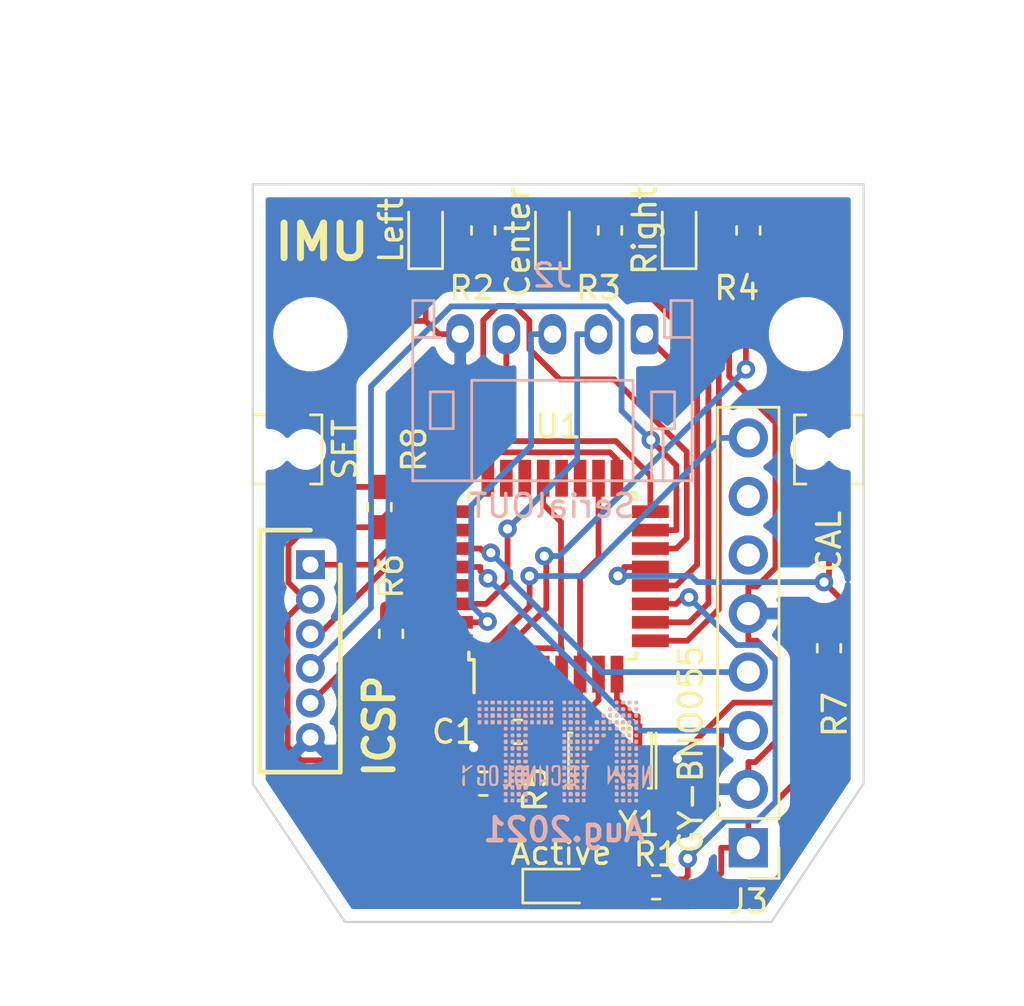
<source format=kicad_pcb>
(kicad_pcb (version 20171130) (host pcbnew "(5.1.6)-1")

  (general
    (thickness 1.6)
    (drawings 12)
    (tracks 259)
    (zones 0)
    (modules 23)
    (nets 25)
  )

  (page A4)
  (layers
    (0 F.Cu signal)
    (31 B.Cu signal)
    (32 B.Adhes user)
    (33 F.Adhes user)
    (34 B.Paste user)
    (35 F.Paste user)
    (36 B.SilkS user)
    (37 F.SilkS user)
    (38 B.Mask user)
    (39 F.Mask user)
    (40 Dwgs.User user)
    (41 Cmts.User user)
    (42 Eco1.User user)
    (43 Eco2.User user)
    (44 Edge.Cuts user)
    (45 Margin user)
    (46 B.CrtYd user)
    (47 F.CrtYd user)
    (48 B.Fab user)
    (49 F.Fab user)
  )

  (setup
    (last_trace_width 0.25)
    (trace_clearance 0.2)
    (zone_clearance 0.508)
    (zone_45_only no)
    (trace_min 0.2)
    (via_size 0.8)
    (via_drill 0.4)
    (via_min_size 0.4)
    (via_min_drill 0.3)
    (uvia_size 0.3)
    (uvia_drill 0.1)
    (uvias_allowed no)
    (uvia_min_size 0.2)
    (uvia_min_drill 0.1)
    (edge_width 0.1)
    (segment_width 0.2)
    (pcb_text_width 0.3)
    (pcb_text_size 1.5 1.5)
    (mod_edge_width 0.15)
    (mod_text_size 1 1)
    (mod_text_width 0.15)
    (pad_size 1.524 1.524)
    (pad_drill 0.762)
    (pad_to_mask_clearance 0)
    (aux_axis_origin 115 115)
    (grid_origin 115 115)
    (visible_elements 7FFFFFFF)
    (pcbplotparams
      (layerselection 0x010f0_ffffffff)
      (usegerberextensions true)
      (usegerberattributes false)
      (usegerberadvancedattributes false)
      (creategerberjobfile false)
      (excludeedgelayer true)
      (linewidth 0.100000)
      (plotframeref false)
      (viasonmask true)
      (mode 1)
      (useauxorigin true)
      (hpglpennumber 1)
      (hpglpenspeed 20)
      (hpglpendiameter 15.000000)
      (psnegative false)
      (psa4output false)
      (plotreference true)
      (plotvalue true)
      (plotinvisibletext false)
      (padsonsilk false)
      (subtractmaskfromsilk true)
      (outputformat 1)
      (mirror false)
      (drillshape 0)
      (scaleselection 1)
      (outputdirectory "out1/"))
  )

  (net 0 "")
  (net 1 GND)
  (net 2 +5V)
  (net 3 "Net-(J1-Pad5)")
  (net 4 "Net-(J1-Pad4)")
  (net 5 "Net-(J1-Pad3)")
  (net 6 "Net-(J1-Pad1)")
  (net 7 "Net-(D2-Pad2)")
  (net 8 "Net-(D3-Pad2)")
  (net 9 "Net-(D4-Pad2)")
  (net 10 "Net-(D5-Pad2)")
  (net 11 "Net-(J2-Pad3)")
  (net 12 "Net-(J3-Pad8)")
  (net 13 "Net-(R1-Pad2)")
  (net 14 "Net-(R2-Pad2)")
  (net 15 "Net-(R3-Pad2)")
  (net 16 "Net-(R4-Pad2)")
  (net 17 "Net-(U1-Pad8)")
  (net 18 "Net-(U1-Pad7)")
  (net 19 "Net-(J2-Pad2)")
  (net 20 "Net-(J2-Pad1)")
  (net 21 "Net-(J3-Pad4)")
  (net 22 "Net-(J3-Pad3)")
  (net 23 "Net-(R7-Pad2)")
  (net 24 "Net-(R8-Pad2)")

  (net_class Default "これはデフォルトのネット クラスです。"
    (clearance 0.2)
    (trace_width 0.25)
    (via_dia 0.8)
    (via_drill 0.4)
    (uvia_dia 0.3)
    (uvia_drill 0.1)
    (add_net +5V)
    (add_net GND)
    (add_net "Net-(D2-Pad2)")
    (add_net "Net-(D3-Pad2)")
    (add_net "Net-(D4-Pad2)")
    (add_net "Net-(D5-Pad2)")
    (add_net "Net-(J1-Pad1)")
    (add_net "Net-(J1-Pad3)")
    (add_net "Net-(J1-Pad4)")
    (add_net "Net-(J1-Pad5)")
    (add_net "Net-(J2-Pad1)")
    (add_net "Net-(J2-Pad2)")
    (add_net "Net-(J2-Pad3)")
    (add_net "Net-(J3-Pad3)")
    (add_net "Net-(J3-Pad4)")
    (add_net "Net-(J3-Pad8)")
    (add_net "Net-(R1-Pad2)")
    (add_net "Net-(R2-Pad2)")
    (add_net "Net-(R3-Pad2)")
    (add_net "Net-(R4-Pad2)")
    (add_net "Net-(R7-Pad2)")
    (add_net "Net-(R8-Pad2)")
    (add_net "Net-(U1-Pad7)")
    (add_net "Net-(U1-Pad8)")
  )

  (module 0.main.robot:NTlogo_ss (layer B.Cu) (tedit 0) (tstamp 61089D2F)
    (at 132.25 102.75 180)
    (fp_text reference G*** (at 0 0) (layer B.SilkS) hide
      (effects (font (size 1.524 1.524) (thickness 0.3)) (justify mirror))
    )
    (fp_text value LOGO (at 0.75 0) (layer B.SilkS) hide
      (effects (font (size 1.524 1.524) (thickness 0.3)) (justify mirror))
    )
    (fp_poly (pts (xy 3.469346 2.348236) (xy 3.490068 2.317311) (xy 3.4925 2.275417) (xy 3.485944 2.219196)
      (xy 3.455019 2.198474) (xy 3.413125 2.196042) (xy 3.356904 2.202598) (xy 3.336182 2.233523)
      (xy 3.33375 2.275417) (xy 3.340306 2.331638) (xy 3.371231 2.35236) (xy 3.413125 2.354792)
      (xy 3.469346 2.348236)) (layer B.SilkS) (width 0.01))
    (fp_poly (pts (xy 3.178304 2.348236) (xy 3.199026 2.317311) (xy 3.201458 2.275417) (xy 3.194902 2.219196)
      (xy 3.163977 2.198474) (xy 3.122083 2.196042) (xy 3.065862 2.202598) (xy 3.04514 2.233523)
      (xy 3.042708 2.275417) (xy 3.049264 2.331638) (xy 3.080189 2.35236) (xy 3.122083 2.354792)
      (xy 3.178304 2.348236)) (layer B.SilkS) (width 0.01))
    (fp_poly (pts (xy 2.906488 2.350367) (xy 2.932007 2.327924) (xy 2.936875 2.275417) (xy 2.931713 2.222088)
      (xy 2.905528 2.200215) (xy 2.844271 2.196042) (xy 2.782053 2.200467) (xy 2.756535 2.222911)
      (xy 2.751667 2.275417) (xy 2.756829 2.328746) (xy 2.783013 2.35062) (xy 2.844271 2.354792)
      (xy 2.906488 2.350367)) (layer B.SilkS) (width 0.01))
    (fp_poly (pts (xy 2.615446 2.350367) (xy 2.640965 2.327924) (xy 2.645833 2.275417) (xy 2.640671 2.222088)
      (xy 2.614486 2.200215) (xy 2.553229 2.196042) (xy 2.491012 2.200467) (xy 2.465493 2.222911)
      (xy 2.460625 2.275417) (xy 2.465787 2.328746) (xy 2.491972 2.35062) (xy 2.553229 2.354792)
      (xy 2.615446 2.350367)) (layer B.SilkS) (width 0.01))
    (fp_poly (pts (xy 2.331638 2.348236) (xy 2.35236 2.317311) (xy 2.354792 2.275417) (xy 2.348235 2.219196)
      (xy 2.31731 2.198474) (xy 2.275417 2.196042) (xy 2.219195 2.202598) (xy 2.198473 2.233523)
      (xy 2.196042 2.275417) (xy 2.202598 2.331638) (xy 2.233523 2.35236) (xy 2.275417 2.354792)
      (xy 2.331638 2.348236)) (layer B.SilkS) (width 0.01))
    (fp_poly (pts (xy 2.040596 2.348236) (xy 2.061318 2.317311) (xy 2.06375 2.275417) (xy 2.057194 2.219196)
      (xy 2.026269 2.198474) (xy 1.984375 2.196042) (xy 1.928154 2.202598) (xy 1.907432 2.233523)
      (xy 1.905 2.275417) (xy 1.911556 2.331638) (xy 1.942481 2.35236) (xy 1.984375 2.354792)
      (xy 2.040596 2.348236)) (layer B.SilkS) (width 0.01))
    (fp_poly (pts (xy 1.76878 2.350367) (xy 1.794298 2.327924) (xy 1.799167 2.275417) (xy 1.794004 2.222088)
      (xy 1.76782 2.200215) (xy 1.706562 2.196042) (xy 1.644345 2.200467) (xy 1.618826 2.222911)
      (xy 1.613958 2.275417) (xy 1.61912 2.328746) (xy 1.645305 2.35062) (xy 1.706562 2.354792)
      (xy 1.76878 2.350367)) (layer B.SilkS) (width 0.01))
    (fp_poly (pts (xy 1.477738 2.350367) (xy 1.503257 2.327924) (xy 1.508125 2.275417) (xy 1.502963 2.222088)
      (xy 1.476778 2.200215) (xy 1.415521 2.196042) (xy 1.353303 2.200467) (xy 1.327785 2.222911)
      (xy 1.322917 2.275417) (xy 1.328079 2.328746) (xy 1.354263 2.35062) (xy 1.415521 2.354792)
      (xy 1.477738 2.350367)) (layer B.SilkS) (width 0.01))
    (fp_poly (pts (xy 1.193929 2.348236) (xy 1.214651 2.317311) (xy 1.217083 2.275417) (xy 1.210527 2.219196)
      (xy 1.179602 2.198474) (xy 1.137708 2.196042) (xy 1.081487 2.202598) (xy 1.060765 2.233523)
      (xy 1.058333 2.275417) (xy 1.064889 2.331638) (xy 1.095814 2.35236) (xy 1.137708 2.354792)
      (xy 1.193929 2.348236)) (layer B.SilkS) (width 0.01))
    (fp_poly (pts (xy 0.902888 2.348236) (xy 0.92361 2.317311) (xy 0.926042 2.275417) (xy 0.919485 2.219196)
      (xy 0.88856 2.198474) (xy 0.846667 2.196042) (xy 0.790445 2.202598) (xy 0.769723 2.233523)
      (xy 0.767292 2.275417) (xy 0.773848 2.331638) (xy 0.804773 2.35236) (xy 0.846667 2.354792)
      (xy 0.902888 2.348236)) (layer B.SilkS) (width 0.01))
    (fp_poly (pts (xy 0.631071 2.350367) (xy 0.65659 2.327924) (xy 0.661458 2.275417) (xy 0.656296 2.222088)
      (xy 0.630111 2.200215) (xy 0.568854 2.196042) (xy 0.506637 2.200467) (xy 0.481118 2.222911)
      (xy 0.47625 2.275417) (xy 0.481412 2.328746) (xy 0.507597 2.35062) (xy 0.568854 2.354792)
      (xy 0.631071 2.350367)) (layer B.SilkS) (width 0.01))
    (fp_poly (pts (xy 0.347263 2.348236) (xy 0.367985 2.317311) (xy 0.370417 2.275417) (xy 0.36386 2.219196)
      (xy 0.332935 2.198474) (xy 0.291042 2.196042) (xy 0.23482 2.202598) (xy 0.214098 2.233523)
      (xy 0.211667 2.275417) (xy 0.218223 2.331638) (xy 0.249148 2.35236) (xy 0.291042 2.354792)
      (xy 0.347263 2.348236)) (layer B.SilkS) (width 0.01))
    (fp_poly (pts (xy -0.208362 2.348236) (xy -0.18764 2.317311) (xy -0.185208 2.275417) (xy -0.191765 2.219196)
      (xy -0.22269 2.198474) (xy -0.264583 2.196042) (xy -0.320805 2.202598) (xy -0.341527 2.233523)
      (xy -0.343958 2.275417) (xy -0.337402 2.331638) (xy -0.306477 2.35236) (xy -0.264583 2.354792)
      (xy -0.208362 2.348236)) (layer B.SilkS) (width 0.01))
    (fp_poly (pts (xy -0.480179 2.350367) (xy -0.45466 2.327924) (xy -0.449792 2.275417) (xy -0.454954 2.222088)
      (xy -0.481139 2.200215) (xy -0.542396 2.196042) (xy -0.604613 2.200467) (xy -0.630132 2.222911)
      (xy -0.635 2.275417) (xy -0.629838 2.328746) (xy -0.603653 2.35062) (xy -0.542396 2.354792)
      (xy -0.480179 2.350367)) (layer B.SilkS) (width 0.01))
    (fp_poly (pts (xy -0.77122 2.350367) (xy -0.745702 2.327924) (xy -0.740833 2.275417) (xy -0.745996 2.222088)
      (xy -0.77218 2.200215) (xy -0.833438 2.196042) (xy -0.895655 2.200467) (xy -0.921174 2.222911)
      (xy -0.926042 2.275417) (xy -0.92088 2.328746) (xy -0.894695 2.35062) (xy -0.833438 2.354792)
      (xy -0.77122 2.350367)) (layer B.SilkS) (width 0.01))
    (fp_poly (pts (xy -1.055029 2.348236) (xy -1.034307 2.317311) (xy -1.031875 2.275417) (xy -1.038431 2.219196)
      (xy -1.069356 2.198474) (xy -1.11125 2.196042) (xy -1.167471 2.202598) (xy -1.188193 2.233523)
      (xy -1.190625 2.275417) (xy -1.184069 2.331638) (xy -1.153144 2.35236) (xy -1.11125 2.354792)
      (xy -1.055029 2.348236)) (layer B.SilkS) (width 0.01))
    (fp_poly (pts (xy -2.483779 2.348236) (xy -2.463057 2.317311) (xy -2.460625 2.275417) (xy -2.467181 2.219196)
      (xy -2.498106 2.198474) (xy -2.54 2.196042) (xy -2.596221 2.202598) (xy -2.616943 2.233523)
      (xy -2.619375 2.275417) (xy -2.612819 2.331638) (xy -2.581894 2.35236) (xy -2.54 2.354792)
      (xy -2.483779 2.348236)) (layer B.SilkS) (width 0.01))
    (fp_poly (pts (xy -2.755595 2.350367) (xy -2.730077 2.327924) (xy -2.725208 2.275417) (xy -2.730371 2.222088)
      (xy -2.756555 2.200215) (xy -2.817813 2.196042) (xy -2.88003 2.200467) (xy -2.905549 2.222911)
      (xy -2.910417 2.275417) (xy -2.905255 2.328746) (xy -2.87907 2.35062) (xy -2.817813 2.354792)
      (xy -2.755595 2.350367)) (layer B.SilkS) (width 0.01))
    (fp_poly (pts (xy -3.039404 2.348236) (xy -3.018682 2.317311) (xy -3.01625 2.275417) (xy -3.022806 2.219196)
      (xy -3.053731 2.198474) (xy -3.095625 2.196042) (xy -3.151846 2.202598) (xy -3.172568 2.233523)
      (xy -3.175 2.275417) (xy -3.168444 2.331638) (xy -3.137519 2.35236) (xy -3.095625 2.354792)
      (xy -3.039404 2.348236)) (layer B.SilkS) (width 0.01))
    (fp_poly (pts (xy -3.330446 2.348236) (xy -3.309724 2.317311) (xy -3.307292 2.275417) (xy -3.313848 2.219196)
      (xy -3.344773 2.198474) (xy -3.386667 2.196042) (xy -3.442888 2.202598) (xy -3.46361 2.233523)
      (xy -3.466042 2.275417) (xy -3.459486 2.331638) (xy -3.428561 2.35236) (xy -3.386667 2.354792)
      (xy -3.330446 2.348236)) (layer B.SilkS) (width 0.01))
    (fp_poly (pts (xy 3.469346 2.057194) (xy 3.490068 2.026269) (xy 3.4925 1.984375) (xy 3.485944 1.928154)
      (xy 3.455019 1.907432) (xy 3.413125 1.905) (xy 3.356904 1.911557) (xy 3.336182 1.942482)
      (xy 3.33375 1.984375) (xy 3.340306 2.040597) (xy 3.371231 2.061319) (xy 3.413125 2.06375)
      (xy 3.469346 2.057194)) (layer B.SilkS) (width 0.01))
    (fp_poly (pts (xy 3.178304 2.057194) (xy 3.199026 2.026269) (xy 3.201458 1.984375) (xy 3.194902 1.928154)
      (xy 3.163977 1.907432) (xy 3.122083 1.905) (xy 3.065862 1.911557) (xy 3.04514 1.942482)
      (xy 3.042708 1.984375) (xy 3.049264 2.040597) (xy 3.080189 2.061319) (xy 3.122083 2.06375)
      (xy 3.178304 2.057194)) (layer B.SilkS) (width 0.01))
    (fp_poly (pts (xy 2.906488 2.059326) (xy 2.932007 2.036882) (xy 2.936875 1.984375) (xy 2.931713 1.931046)
      (xy 2.905528 1.909173) (xy 2.844271 1.905) (xy 2.782053 1.909425) (xy 2.756535 1.931869)
      (xy 2.751667 1.984375) (xy 2.756829 2.037705) (xy 2.783013 2.059578) (xy 2.844271 2.06375)
      (xy 2.906488 2.059326)) (layer B.SilkS) (width 0.01))
    (fp_poly (pts (xy 2.615446 2.059326) (xy 2.640965 2.036882) (xy 2.645833 1.984375) (xy 2.640671 1.931046)
      (xy 2.614486 1.909173) (xy 2.553229 1.905) (xy 2.491012 1.909425) (xy 2.465493 1.931869)
      (xy 2.460625 1.984375) (xy 2.465787 2.037705) (xy 2.491972 2.059578) (xy 2.553229 2.06375)
      (xy 2.615446 2.059326)) (layer B.SilkS) (width 0.01))
    (fp_poly (pts (xy 2.331638 2.057194) (xy 2.35236 2.026269) (xy 2.354792 1.984375) (xy 2.348235 1.928154)
      (xy 2.31731 1.907432) (xy 2.275417 1.905) (xy 2.219195 1.911557) (xy 2.198473 1.942482)
      (xy 2.196042 1.984375) (xy 2.202598 2.040597) (xy 2.233523 2.061319) (xy 2.275417 2.06375)
      (xy 2.331638 2.057194)) (layer B.SilkS) (width 0.01))
    (fp_poly (pts (xy 2.040596 2.057194) (xy 2.061318 2.026269) (xy 2.06375 1.984375) (xy 2.057194 1.928154)
      (xy 2.026269 1.907432) (xy 1.984375 1.905) (xy 1.928154 1.911557) (xy 1.907432 1.942482)
      (xy 1.905 1.984375) (xy 1.911556 2.040597) (xy 1.942481 2.061319) (xy 1.984375 2.06375)
      (xy 2.040596 2.057194)) (layer B.SilkS) (width 0.01))
    (fp_poly (pts (xy 1.76878 2.059326) (xy 1.794298 2.036882) (xy 1.799167 1.984375) (xy 1.794004 1.931046)
      (xy 1.76782 1.909173) (xy 1.706562 1.905) (xy 1.644345 1.909425) (xy 1.618826 1.931869)
      (xy 1.613958 1.984375) (xy 1.61912 2.037705) (xy 1.645305 2.059578) (xy 1.706562 2.06375)
      (xy 1.76878 2.059326)) (layer B.SilkS) (width 0.01))
    (fp_poly (pts (xy 1.477738 2.059326) (xy 1.503257 2.036882) (xy 1.508125 1.984375) (xy 1.502963 1.931046)
      (xy 1.476778 1.909173) (xy 1.415521 1.905) (xy 1.353303 1.909425) (xy 1.327785 1.931869)
      (xy 1.322917 1.984375) (xy 1.328079 2.037705) (xy 1.354263 2.059578) (xy 1.415521 2.06375)
      (xy 1.477738 2.059326)) (layer B.SilkS) (width 0.01))
    (fp_poly (pts (xy 1.193929 2.057194) (xy 1.214651 2.026269) (xy 1.217083 1.984375) (xy 1.210527 1.928154)
      (xy 1.179602 1.907432) (xy 1.137708 1.905) (xy 1.081487 1.911557) (xy 1.060765 1.942482)
      (xy 1.058333 1.984375) (xy 1.064889 2.040597) (xy 1.095814 2.061319) (xy 1.137708 2.06375)
      (xy 1.193929 2.057194)) (layer B.SilkS) (width 0.01))
    (fp_poly (pts (xy 0.902888 2.057194) (xy 0.92361 2.026269) (xy 0.926042 1.984375) (xy 0.919485 1.928154)
      (xy 0.88856 1.907432) (xy 0.846667 1.905) (xy 0.790445 1.911557) (xy 0.769723 1.942482)
      (xy 0.767292 1.984375) (xy 0.773848 2.040597) (xy 0.804773 2.061319) (xy 0.846667 2.06375)
      (xy 0.902888 2.057194)) (layer B.SilkS) (width 0.01))
    (fp_poly (pts (xy 0.631071 2.059326) (xy 0.65659 2.036882) (xy 0.661458 1.984375) (xy 0.656296 1.931046)
      (xy 0.630111 1.909173) (xy 0.568854 1.905) (xy 0.506637 1.909425) (xy 0.481118 1.931869)
      (xy 0.47625 1.984375) (xy 0.481412 2.037705) (xy 0.507597 2.059578) (xy 0.568854 2.06375)
      (xy 0.631071 2.059326)) (layer B.SilkS) (width 0.01))
    (fp_poly (pts (xy 0.347263 2.057194) (xy 0.367985 2.026269) (xy 0.370417 1.984375) (xy 0.36386 1.928154)
      (xy 0.332935 1.907432) (xy 0.291042 1.905) (xy 0.23482 1.911557) (xy 0.214098 1.942482)
      (xy 0.211667 1.984375) (xy 0.218223 2.040597) (xy 0.249148 2.061319) (xy 0.291042 2.06375)
      (xy 0.347263 2.057194)) (layer B.SilkS) (width 0.01))
    (fp_poly (pts (xy -0.208362 2.057194) (xy -0.18764 2.026269) (xy -0.185208 1.984375) (xy -0.191765 1.928154)
      (xy -0.22269 1.907432) (xy -0.264583 1.905) (xy -0.320805 1.911557) (xy -0.341527 1.942482)
      (xy -0.343958 1.984375) (xy -0.337402 2.040597) (xy -0.306477 2.061319) (xy -0.264583 2.06375)
      (xy -0.208362 2.057194)) (layer B.SilkS) (width 0.01))
    (fp_poly (pts (xy -0.480179 2.059326) (xy -0.45466 2.036882) (xy -0.449792 1.984375) (xy -0.454954 1.931046)
      (xy -0.481139 1.909173) (xy -0.542396 1.905) (xy -0.604613 1.909425) (xy -0.630132 1.931869)
      (xy -0.635 1.984375) (xy -0.629838 2.037705) (xy -0.603653 2.059578) (xy -0.542396 2.06375)
      (xy -0.480179 2.059326)) (layer B.SilkS) (width 0.01))
    (fp_poly (pts (xy -0.77122 2.059326) (xy -0.745702 2.036882) (xy -0.740833 1.984375) (xy -0.745996 1.931046)
      (xy -0.77218 1.909173) (xy -0.833438 1.905) (xy -0.895655 1.909425) (xy -0.921174 1.931869)
      (xy -0.926042 1.984375) (xy -0.92088 2.037705) (xy -0.894695 2.059578) (xy -0.833438 2.06375)
      (xy -0.77122 2.059326)) (layer B.SilkS) (width 0.01))
    (fp_poly (pts (xy -1.055029 2.057194) (xy -1.034307 2.026269) (xy -1.031875 1.984375) (xy -1.038431 1.928154)
      (xy -1.069356 1.907432) (xy -1.11125 1.905) (xy -1.167471 1.911557) (xy -1.188193 1.942482)
      (xy -1.190625 1.984375) (xy -1.184069 2.040597) (xy -1.153144 2.061319) (xy -1.11125 2.06375)
      (xy -1.055029 2.057194)) (layer B.SilkS) (width 0.01))
    (fp_poly (pts (xy -2.192737 2.057194) (xy -2.172015 2.026269) (xy -2.169583 1.984375) (xy -2.17614 1.928154)
      (xy -2.207065 1.907432) (xy -2.248958 1.905) (xy -2.30518 1.911557) (xy -2.325902 1.942482)
      (xy -2.328333 1.984375) (xy -2.321777 2.040597) (xy -2.290852 2.061319) (xy -2.248958 2.06375)
      (xy -2.192737 2.057194)) (layer B.SilkS) (width 0.01))
    (fp_poly (pts (xy -2.483779 2.057194) (xy -2.463057 2.026269) (xy -2.460625 1.984375) (xy -2.467181 1.928154)
      (xy -2.498106 1.907432) (xy -2.54 1.905) (xy -2.596221 1.911557) (xy -2.616943 1.942482)
      (xy -2.619375 1.984375) (xy -2.612819 2.040597) (xy -2.581894 2.061319) (xy -2.54 2.06375)
      (xy -2.483779 2.057194)) (layer B.SilkS) (width 0.01))
    (fp_poly (pts (xy -2.755595 2.059326) (xy -2.730077 2.036882) (xy -2.725208 1.984375) (xy -2.730371 1.931046)
      (xy -2.756555 1.909173) (xy -2.817813 1.905) (xy -2.88003 1.909425) (xy -2.905549 1.931869)
      (xy -2.910417 1.984375) (xy -2.905255 2.037705) (xy -2.87907 2.059578) (xy -2.817813 2.06375)
      (xy -2.755595 2.059326)) (layer B.SilkS) (width 0.01))
    (fp_poly (pts (xy -3.039404 2.057194) (xy -3.018682 2.026269) (xy -3.01625 1.984375) (xy -3.022806 1.928154)
      (xy -3.053731 1.907432) (xy -3.095625 1.905) (xy -3.151846 1.911557) (xy -3.172568 1.942482)
      (xy -3.175 1.984375) (xy -3.168444 2.040597) (xy -3.137519 2.061319) (xy -3.095625 2.06375)
      (xy -3.039404 2.057194)) (layer B.SilkS) (width 0.01))
    (fp_poly (pts (xy -3.330446 2.057194) (xy -3.309724 2.026269) (xy -3.307292 1.984375) (xy -3.313848 1.928154)
      (xy -3.344773 1.907432) (xy -3.386667 1.905) (xy -3.442888 1.911557) (xy -3.46361 1.942482)
      (xy -3.466042 1.984375) (xy -3.459486 2.040597) (xy -3.428561 2.061319) (xy -3.386667 2.06375)
      (xy -3.330446 2.057194)) (layer B.SilkS) (width 0.01))
    (fp_poly (pts (xy 3.466454 1.794005) (xy 3.488327 1.76782) (xy 3.4925 1.706563) (xy 3.488075 1.644346)
      (xy 3.465631 1.618827) (xy 3.413125 1.613959) (xy 3.359796 1.619121) (xy 3.337922 1.645306)
      (xy 3.33375 1.706563) (xy 3.338175 1.76878) (xy 3.360618 1.794299) (xy 3.413125 1.799167)
      (xy 3.466454 1.794005)) (layer B.SilkS) (width 0.01))
    (fp_poly (pts (xy 3.175412 1.794005) (xy 3.197286 1.76782) (xy 3.201458 1.706563) (xy 3.197033 1.644346)
      (xy 3.17459 1.618827) (xy 3.122083 1.613959) (xy 3.068754 1.619121) (xy 3.046881 1.645306)
      (xy 3.042708 1.706563) (xy 3.047133 1.76878) (xy 3.069577 1.794299) (xy 3.122083 1.799167)
      (xy 3.175412 1.794005)) (layer B.SilkS) (width 0.01))
    (fp_poly (pts (xy 2.906337 1.795071) (xy 2.931791 1.771963) (xy 2.936863 1.713612) (xy 2.936875 1.706563)
      (xy 2.932779 1.644497) (xy 2.909671 1.619043) (xy 2.851319 1.61397) (xy 2.844271 1.613959)
      (xy 2.782204 1.618055) (xy 2.756751 1.641163) (xy 2.751678 1.699514) (xy 2.751667 1.706563)
      (xy 2.755762 1.768629) (xy 2.77887 1.794083) (xy 2.837222 1.799156) (xy 2.844271 1.799167)
      (xy 2.906337 1.795071)) (layer B.SilkS) (width 0.01))
    (fp_poly (pts (xy 2.640829 1.775987) (xy 2.645805 1.719867) (xy 2.645833 1.708239) (xy 2.641972 1.645443)
      (xy 2.619645 1.619397) (xy 2.562739 1.613987) (xy 2.551553 1.613959) (xy 2.489172 1.617463)
      (xy 2.46505 1.637719) (xy 2.464571 1.689341) (xy 2.465563 1.699948) (xy 2.478391 1.760562)
      (xy 2.512885 1.78667) (xy 2.559844 1.794229) (xy 2.617047 1.795902) (xy 2.640829 1.775987)) (layer B.SilkS) (width 0.01))
    (fp_poly (pts (xy 2.328746 1.794005) (xy 2.350619 1.76782) (xy 2.354792 1.706563) (xy 2.350367 1.644346)
      (xy 2.327923 1.618827) (xy 2.275417 1.613959) (xy 2.222087 1.619121) (xy 2.200214 1.645306)
      (xy 2.196042 1.706563) (xy 2.200466 1.76878) (xy 2.22291 1.794299) (xy 2.275417 1.799167)
      (xy 2.328746 1.794005)) (layer B.SilkS) (width 0.01))
    (fp_poly (pts (xy 2.037704 1.794005) (xy 2.059577 1.76782) (xy 2.06375 1.706563) (xy 2.059325 1.644346)
      (xy 2.036881 1.618827) (xy 1.984375 1.613959) (xy 1.931046 1.619121) (xy 1.909172 1.645306)
      (xy 1.905 1.706563) (xy 1.909425 1.76878) (xy 1.931868 1.794299) (xy 1.984375 1.799167)
      (xy 2.037704 1.794005)) (layer B.SilkS) (width 0.01))
    (fp_poly (pts (xy 1.768629 1.795071) (xy 1.794082 1.771963) (xy 1.799155 1.713612) (xy 1.799167 1.706563)
      (xy 1.795071 1.644497) (xy 1.771963 1.619043) (xy 1.713611 1.61397) (xy 1.706562 1.613959)
      (xy 1.644496 1.618055) (xy 1.619042 1.641163) (xy 1.61397 1.699514) (xy 1.613958 1.706563)
      (xy 1.618054 1.768629) (xy 1.641162 1.794083) (xy 1.699514 1.799156) (xy 1.706562 1.799167)
      (xy 1.768629 1.795071)) (layer B.SilkS) (width 0.01))
    (fp_poly (pts (xy 1.503121 1.775987) (xy 1.508097 1.719867) (xy 1.508125 1.708239) (xy 1.504263 1.645443)
      (xy 1.481937 1.619397) (xy 1.425031 1.613987) (xy 1.413844 1.613959) (xy 1.351463 1.617463)
      (xy 1.327341 1.637719) (xy 1.326863 1.689341) (xy 1.327855 1.699948) (xy 1.340683 1.760562)
      (xy 1.375177 1.78667) (xy 1.422135 1.794229) (xy 1.479339 1.795902) (xy 1.503121 1.775987)) (layer B.SilkS) (width 0.01))
    (fp_poly (pts (xy 1.191037 1.794005) (xy 1.212911 1.76782) (xy 1.217083 1.706563) (xy 1.212658 1.644346)
      (xy 1.190215 1.618827) (xy 1.137708 1.613959) (xy 1.084379 1.619121) (xy 1.062506 1.645306)
      (xy 1.058333 1.706563) (xy 1.062758 1.76878) (xy 1.085202 1.794299) (xy 1.137708 1.799167)
      (xy 1.191037 1.794005)) (layer B.SilkS) (width 0.01))
    (fp_poly (pts (xy 0.899996 1.794005) (xy 0.921869 1.76782) (xy 0.926042 1.706563) (xy 0.921617 1.644346)
      (xy 0.899173 1.618827) (xy 0.846667 1.613959) (xy 0.793337 1.619121) (xy 0.771464 1.645306)
      (xy 0.767292 1.706563) (xy 0.771716 1.76878) (xy 0.79416 1.794299) (xy 0.846667 1.799167)
      (xy 0.899996 1.794005)) (layer B.SilkS) (width 0.01))
    (fp_poly (pts (xy 0.63092 1.795071) (xy 0.656374 1.771963) (xy 0.661447 1.713612) (xy 0.661458 1.706563)
      (xy 0.657362 1.644497) (xy 0.634254 1.619043) (xy 0.575903 1.61397) (xy 0.568854 1.613959)
      (xy 0.506788 1.618055) (xy 0.481334 1.641163) (xy 0.476261 1.699514) (xy 0.47625 1.706563)
      (xy 0.480346 1.768629) (xy 0.503454 1.794083) (xy 0.561805 1.799156) (xy 0.568854 1.799167)
      (xy 0.63092 1.795071)) (layer B.SilkS) (width 0.01))
    (fp_poly (pts (xy 0.344371 1.794005) (xy 0.366244 1.76782) (xy 0.370417 1.706563) (xy 0.365992 1.644346)
      (xy 0.343548 1.618827) (xy 0.291042 1.613959) (xy 0.237712 1.619121) (xy 0.215839 1.645306)
      (xy 0.211667 1.706563) (xy 0.216091 1.76878) (xy 0.238535 1.794299) (xy 0.291042 1.799167)
      (xy 0.344371 1.794005)) (layer B.SilkS) (width 0.01))
    (fp_poly (pts (xy -0.211254 1.794005) (xy -0.189381 1.76782) (xy -0.185208 1.706563) (xy -0.189633 1.644346)
      (xy -0.212077 1.618827) (xy -0.264583 1.613959) (xy -0.317913 1.619121) (xy -0.339786 1.645306)
      (xy -0.343958 1.706563) (xy -0.339534 1.76878) (xy -0.31709 1.794299) (xy -0.264583 1.799167)
      (xy -0.211254 1.794005)) (layer B.SilkS) (width 0.01))
    (fp_poly (pts (xy -0.48033 1.795071) (xy -0.454876 1.771963) (xy -0.449803 1.713612) (xy -0.449792 1.706563)
      (xy -0.453888 1.644497) (xy -0.476996 1.619043) (xy -0.535347 1.61397) (xy -0.542396 1.613959)
      (xy -0.604462 1.618055) (xy -0.629916 1.641163) (xy -0.634989 1.699514) (xy -0.635 1.706563)
      (xy -0.630904 1.768629) (xy -0.607796 1.794083) (xy -0.549445 1.799156) (xy -0.542396 1.799167)
      (xy -0.48033 1.795071)) (layer B.SilkS) (width 0.01))
    (fp_poly (pts (xy -0.745838 1.775987) (xy -0.740861 1.719867) (xy -0.740833 1.708239) (xy -0.744695 1.645443)
      (xy -0.767022 1.619397) (xy -0.823928 1.613987) (xy -0.835114 1.613959) (xy -0.897495 1.617463)
      (xy -0.921617 1.637719) (xy -0.922096 1.689341) (xy -0.921104 1.699948) (xy -0.908276 1.760562)
      (xy -0.873781 1.78667) (xy -0.826823 1.794229) (xy -0.76962 1.795902) (xy -0.745838 1.775987)) (layer B.SilkS) (width 0.01))
    (fp_poly (pts (xy -1.057921 1.794005) (xy -1.036048 1.76782) (xy -1.031875 1.706563) (xy -1.0363 1.644346)
      (xy -1.058744 1.618827) (xy -1.11125 1.613959) (xy -1.164579 1.619121) (xy -1.186453 1.645306)
      (xy -1.190625 1.706563) (xy -1.1862 1.76878) (xy -1.163757 1.794299) (xy -1.11125 1.799167)
      (xy -1.057921 1.794005)) (layer B.SilkS) (width 0.01))
    (fp_poly (pts (xy -1.883546 1.775987) (xy -1.87857 1.719867) (xy -1.878542 1.708239) (xy -1.882403 1.645443)
      (xy -1.90473 1.619397) (xy -1.961636 1.613987) (xy -1.972822 1.613959) (xy -2.035203 1.617463)
      (xy -2.059325 1.637719) (xy -2.059804 1.689341) (xy -2.058812 1.699948) (xy -2.045984 1.760562)
      (xy -2.01149 1.78667) (xy -1.964531 1.794229) (xy -1.907328 1.795902) (xy -1.883546 1.775987)) (layer B.SilkS) (width 0.01))
    (fp_poly (pts (xy -2.195629 1.794005) (xy -2.173756 1.76782) (xy -2.169583 1.706563) (xy -2.174008 1.644346)
      (xy -2.196452 1.618827) (xy -2.248958 1.613959) (xy -2.302288 1.619121) (xy -2.324161 1.645306)
      (xy -2.328333 1.706563) (xy -2.323909 1.76878) (xy -2.301465 1.794299) (xy -2.248958 1.799167)
      (xy -2.195629 1.794005)) (layer B.SilkS) (width 0.01))
    (fp_poly (pts (xy -2.486671 1.794005) (xy -2.464798 1.76782) (xy -2.460625 1.706563) (xy -2.46505 1.644346)
      (xy -2.487494 1.618827) (xy -2.54 1.613959) (xy -2.593329 1.619121) (xy -2.615203 1.645306)
      (xy -2.619375 1.706563) (xy -2.61495 1.76878) (xy -2.592507 1.794299) (xy -2.54 1.799167)
      (xy -2.486671 1.794005)) (layer B.SilkS) (width 0.01))
    (fp_poly (pts (xy -2.755746 1.795071) (xy -2.730293 1.771963) (xy -2.72522 1.713612) (xy -2.725208 1.706563)
      (xy -2.729304 1.644497) (xy -2.752412 1.619043) (xy -2.810764 1.61397) (xy -2.817813 1.613959)
      (xy -2.879879 1.618055) (xy -2.905333 1.641163) (xy -2.910405 1.699514) (xy -2.910417 1.706563)
      (xy -2.906321 1.768629) (xy -2.883213 1.794083) (xy -2.824861 1.799156) (xy -2.817813 1.799167)
      (xy -2.755746 1.795071)) (layer B.SilkS) (width 0.01))
    (fp_poly (pts (xy -3.042296 1.794005) (xy -3.020423 1.76782) (xy -3.01625 1.706563) (xy -3.020675 1.644346)
      (xy -3.043119 1.618827) (xy -3.095625 1.613959) (xy -3.148954 1.619121) (xy -3.170828 1.645306)
      (xy -3.175 1.706563) (xy -3.170575 1.76878) (xy -3.148132 1.794299) (xy -3.095625 1.799167)
      (xy -3.042296 1.794005)) (layer B.SilkS) (width 0.01))
    (fp_poly (pts (xy -3.333338 1.794005) (xy -3.311464 1.76782) (xy -3.307292 1.706563) (xy -3.311717 1.644346)
      (xy -3.33416 1.618827) (xy -3.386667 1.613959) (xy -3.439996 1.619121) (xy -3.461869 1.645306)
      (xy -3.466042 1.706563) (xy -3.461617 1.76878) (xy -3.439173 1.794299) (xy -3.386667 1.799167)
      (xy -3.333338 1.794005)) (layer B.SilkS) (width 0.01))
    (fp_poly (pts (xy 3.466454 1.502963) (xy 3.488327 1.476779) (xy 3.4925 1.415521) (xy 3.488075 1.353304)
      (xy 3.465631 1.327785) (xy 3.413125 1.322917) (xy 3.359796 1.328079) (xy 3.337922 1.354264)
      (xy 3.33375 1.415521) (xy 3.338175 1.477739) (xy 3.360618 1.503257) (xy 3.413125 1.508125)
      (xy 3.466454 1.502963)) (layer B.SilkS) (width 0.01))
    (fp_poly (pts (xy 3.175412 1.502963) (xy 3.197286 1.476779) (xy 3.201458 1.415521) (xy 3.197033 1.353304)
      (xy 3.17459 1.327785) (xy 3.122083 1.322917) (xy 3.068754 1.328079) (xy 3.046881 1.354264)
      (xy 3.042708 1.415521) (xy 3.047133 1.477739) (xy 3.069577 1.503257) (xy 3.122083 1.508125)
      (xy 3.175412 1.502963)) (layer B.SilkS) (width 0.01))
    (fp_poly (pts (xy 2.906337 1.50403) (xy 2.931791 1.480922) (xy 2.936863 1.42257) (xy 2.936875 1.415521)
      (xy 2.932779 1.353455) (xy 2.909671 1.328001) (xy 2.851319 1.322929) (xy 2.844271 1.322917)
      (xy 2.782204 1.327013) (xy 2.756751 1.350121) (xy 2.751678 1.408473) (xy 2.751667 1.415521)
      (xy 2.755762 1.477588) (xy 2.77887 1.503041) (xy 2.837222 1.508114) (xy 2.844271 1.508125)
      (xy 2.906337 1.50403)) (layer B.SilkS) (width 0.01))
    (fp_poly (pts (xy 2.615295 1.50403) (xy 2.640749 1.480922) (xy 2.645822 1.42257) (xy 2.645833 1.415521)
      (xy 2.641264 1.353211) (xy 2.618957 1.327659) (xy 2.570868 1.322917) (xy 2.510272 1.328584)
      (xy 2.478264 1.340556) (xy 2.465339 1.377563) (xy 2.460625 1.43316) (xy 2.466269 1.483602)
      (xy 2.493824 1.504287) (xy 2.553229 1.508125) (xy 2.615295 1.50403)) (layer B.SilkS) (width 0.01))
    (fp_poly (pts (xy 2.328746 1.502963) (xy 2.350619 1.476779) (xy 2.354792 1.415521) (xy 2.350367 1.353304)
      (xy 2.327923 1.327785) (xy 2.275417 1.322917) (xy 2.222087 1.328079) (xy 2.200214 1.354264)
      (xy 2.196042 1.415521) (xy 2.200466 1.477739) (xy 2.22291 1.503257) (xy 2.275417 1.508125)
      (xy 2.328746 1.502963)) (layer B.SilkS) (width 0.01))
    (fp_poly (pts (xy 2.037704 1.502963) (xy 2.059577 1.476779) (xy 2.06375 1.415521) (xy 2.059325 1.353304)
      (xy 2.036881 1.327785) (xy 1.984375 1.322917) (xy 1.931046 1.328079) (xy 1.909172 1.354264)
      (xy 1.905 1.415521) (xy 1.909425 1.477739) (xy 1.931868 1.503257) (xy 1.984375 1.508125)
      (xy 2.037704 1.502963)) (layer B.SilkS) (width 0.01))
    (fp_poly (pts (xy 1.768629 1.50403) (xy 1.794082 1.480922) (xy 1.799155 1.42257) (xy 1.799167 1.415521)
      (xy 1.795071 1.353455) (xy 1.771963 1.328001) (xy 1.713611 1.322929) (xy 1.706562 1.322917)
      (xy 1.644496 1.327013) (xy 1.619042 1.350121) (xy 1.61397 1.408473) (xy 1.613958 1.415521)
      (xy 1.618054 1.477588) (xy 1.641162 1.503041) (xy 1.699514 1.508114) (xy 1.706562 1.508125)
      (xy 1.768629 1.50403)) (layer B.SilkS) (width 0.01))
    (fp_poly (pts (xy 1.477587 1.50403) (xy 1.503041 1.480922) (xy 1.508113 1.42257) (xy 1.508125 1.415521)
      (xy 1.503556 1.353211) (xy 1.481249 1.327659) (xy 1.43316 1.322917) (xy 1.372563 1.328584)
      (xy 1.340555 1.340556) (xy 1.327631 1.377563) (xy 1.322917 1.43316) (xy 1.32856 1.483602)
      (xy 1.356116 1.504287) (xy 1.415521 1.508125) (xy 1.477587 1.50403)) (layer B.SilkS) (width 0.01))
    (fp_poly (pts (xy 1.191037 1.502963) (xy 1.212911 1.476779) (xy 1.217083 1.415521) (xy 1.212658 1.353304)
      (xy 1.190215 1.327785) (xy 1.137708 1.322917) (xy 1.084379 1.328079) (xy 1.062506 1.354264)
      (xy 1.058333 1.415521) (xy 1.062758 1.477739) (xy 1.085202 1.503257) (xy 1.137708 1.508125)
      (xy 1.191037 1.502963)) (layer B.SilkS) (width 0.01))
    (fp_poly (pts (xy 0.899996 1.502963) (xy 0.921869 1.476779) (xy 0.926042 1.415521) (xy 0.921617 1.353304)
      (xy 0.899173 1.327785) (xy 0.846667 1.322917) (xy 0.793337 1.328079) (xy 0.771464 1.354264)
      (xy 0.767292 1.415521) (xy 0.771716 1.477739) (xy 0.79416 1.503257) (xy 0.846667 1.508125)
      (xy 0.899996 1.502963)) (layer B.SilkS) (width 0.01))
    (fp_poly (pts (xy 0.63092 1.50403) (xy 0.656374 1.480922) (xy 0.661447 1.42257) (xy 0.661458 1.415521)
      (xy 0.657362 1.353455) (xy 0.634254 1.328001) (xy 0.575903 1.322929) (xy 0.568854 1.322917)
      (xy 0.506788 1.327013) (xy 0.481334 1.350121) (xy 0.476261 1.408473) (xy 0.47625 1.415521)
      (xy 0.480346 1.477588) (xy 0.503454 1.503041) (xy 0.561805 1.508114) (xy 0.568854 1.508125)
      (xy 0.63092 1.50403)) (layer B.SilkS) (width 0.01))
    (fp_poly (pts (xy 0.344371 1.502963) (xy 0.366244 1.476779) (xy 0.370417 1.415521) (xy 0.365992 1.353304)
      (xy 0.343548 1.327785) (xy 0.291042 1.322917) (xy 0.237712 1.328079) (xy 0.215839 1.354264)
      (xy 0.211667 1.415521) (xy 0.216091 1.477739) (xy 0.238535 1.503257) (xy 0.291042 1.508125)
      (xy 0.344371 1.502963)) (layer B.SilkS) (width 0.01))
    (fp_poly (pts (xy -0.211254 1.502963) (xy -0.189381 1.476779) (xy -0.185208 1.415521) (xy -0.189633 1.353304)
      (xy -0.212077 1.327785) (xy -0.264583 1.322917) (xy -0.317913 1.328079) (xy -0.339786 1.354264)
      (xy -0.343958 1.415521) (xy -0.339534 1.477739) (xy -0.31709 1.503257) (xy -0.264583 1.508125)
      (xy -0.211254 1.502963)) (layer B.SilkS) (width 0.01))
    (fp_poly (pts (xy -0.48033 1.50403) (xy -0.454876 1.480922) (xy -0.449803 1.42257) (xy -0.449792 1.415521)
      (xy -0.453888 1.353455) (xy -0.476996 1.328001) (xy -0.535347 1.322929) (xy -0.542396 1.322917)
      (xy -0.604462 1.327013) (xy -0.629916 1.350121) (xy -0.634989 1.408473) (xy -0.635 1.415521)
      (xy -0.630904 1.477588) (xy -0.607796 1.503041) (xy -0.549445 1.508114) (xy -0.542396 1.508125)
      (xy -0.48033 1.50403)) (layer B.SilkS) (width 0.01))
    (fp_poly (pts (xy -0.771371 1.50403) (xy -0.745918 1.480922) (xy -0.740845 1.42257) (xy -0.740833 1.415521)
      (xy -0.744929 1.353455) (xy -0.768037 1.328001) (xy -0.826389 1.322929) (xy -0.833438 1.322917)
      (xy -0.895504 1.327013) (xy -0.920958 1.350121) (xy -0.92603 1.408473) (xy -0.926042 1.415521)
      (xy -0.921946 1.477588) (xy -0.898838 1.503041) (xy -0.840486 1.508114) (xy -0.833438 1.508125)
      (xy -0.771371 1.50403)) (layer B.SilkS) (width 0.01))
    (fp_poly (pts (xy -1.057921 1.502963) (xy -1.036048 1.476779) (xy -1.031875 1.415521) (xy -1.0363 1.353304)
      (xy -1.058744 1.327785) (xy -1.11125 1.322917) (xy -1.164579 1.328079) (xy -1.186453 1.354264)
      (xy -1.190625 1.415521) (xy -1.1862 1.477739) (xy -1.163757 1.503257) (xy -1.11125 1.508125)
      (xy -1.057921 1.502963)) (layer B.SilkS) (width 0.01))
    (fp_poly (pts (xy -1.618038 1.50403) (xy -1.592584 1.480922) (xy -1.587512 1.42257) (xy -1.5875 1.415521)
      (xy -1.591596 1.353455) (xy -1.614704 1.328001) (xy -1.673056 1.322929) (xy -1.680104 1.322917)
      (xy -1.742171 1.327013) (xy -1.767624 1.350121) (xy -1.772697 1.408473) (xy -1.772708 1.415521)
      (xy -1.768613 1.477588) (xy -1.745505 1.503041) (xy -1.687153 1.508114) (xy -1.680104 1.508125)
      (xy -1.618038 1.50403)) (layer B.SilkS) (width 0.01))
    (fp_poly (pts (xy -1.90908 1.50403) (xy -1.883626 1.480922) (xy -1.878553 1.42257) (xy -1.878542 1.415521)
      (xy -1.883111 1.353211) (xy -1.905418 1.327659) (xy -1.953507 1.322917) (xy -2.014103 1.328584)
      (xy -2.046111 1.340556) (xy -2.059036 1.377563) (xy -2.06375 1.43316) (xy -2.058106 1.483602)
      (xy -2.030551 1.504287) (xy -1.971146 1.508125) (xy -1.90908 1.50403)) (layer B.SilkS) (width 0.01))
    (fp_poly (pts (xy -2.195629 1.502963) (xy -2.173756 1.476779) (xy -2.169583 1.415521) (xy -2.174008 1.353304)
      (xy -2.196452 1.327785) (xy -2.248958 1.322917) (xy -2.302288 1.328079) (xy -2.324161 1.354264)
      (xy -2.328333 1.415521) (xy -2.323909 1.477739) (xy -2.301465 1.503257) (xy -2.248958 1.508125)
      (xy -2.195629 1.502963)) (layer B.SilkS) (width 0.01))
    (fp_poly (pts (xy -2.486671 1.502963) (xy -2.464798 1.476779) (xy -2.460625 1.415521) (xy -2.46505 1.353304)
      (xy -2.487494 1.327785) (xy -2.54 1.322917) (xy -2.593329 1.328079) (xy -2.615203 1.354264)
      (xy -2.619375 1.415521) (xy -2.61495 1.477739) (xy -2.592507 1.503257) (xy -2.54 1.508125)
      (xy -2.486671 1.502963)) (layer B.SilkS) (width 0.01))
    (fp_poly (pts (xy -2.755746 1.50403) (xy -2.730293 1.480922) (xy -2.72522 1.42257) (xy -2.725208 1.415521)
      (xy -2.729304 1.353455) (xy -2.752412 1.328001) (xy -2.810764 1.322929) (xy -2.817813 1.322917)
      (xy -2.879879 1.327013) (xy -2.905333 1.350121) (xy -2.910405 1.408473) (xy -2.910417 1.415521)
      (xy -2.906321 1.477588) (xy -2.883213 1.503041) (xy -2.824861 1.508114) (xy -2.817813 1.508125)
      (xy -2.755746 1.50403)) (layer B.SilkS) (width 0.01))
    (fp_poly (pts (xy -3.042296 1.502963) (xy -3.020423 1.476779) (xy -3.01625 1.415521) (xy -3.020675 1.353304)
      (xy -3.043119 1.327785) (xy -3.095625 1.322917) (xy -3.148954 1.328079) (xy -3.170828 1.354264)
      (xy -3.175 1.415521) (xy -3.170575 1.477739) (xy -3.148132 1.503257) (xy -3.095625 1.508125)
      (xy -3.042296 1.502963)) (layer B.SilkS) (width 0.01))
    (fp_poly (pts (xy -3.333338 1.502963) (xy -3.311464 1.476779) (xy -3.307292 1.415521) (xy -3.311717 1.353304)
      (xy -3.33416 1.327785) (xy -3.386667 1.322917) (xy -3.439996 1.328079) (xy -3.461869 1.354264)
      (xy -3.466042 1.415521) (xy -3.461617 1.477739) (xy -3.439173 1.503257) (xy -3.386667 1.508125)
      (xy -3.333338 1.502963)) (layer B.SilkS) (width 0.01))
    (fp_poly (pts (xy 2.331638 1.210528) (xy 2.35236 1.179603) (xy 2.354792 1.137709) (xy 2.348235 1.081488)
      (xy 2.31731 1.060766) (xy 2.275417 1.058334) (xy 2.219195 1.06489) (xy 2.198473 1.095815)
      (xy 2.196042 1.137709) (xy 2.202598 1.19393) (xy 2.233523 1.214652) (xy 2.275417 1.217084)
      (xy 2.331638 1.210528)) (layer B.SilkS) (width 0.01))
    (fp_poly (pts (xy 2.040596 1.210528) (xy 2.061318 1.179603) (xy 2.06375 1.137709) (xy 2.057194 1.081488)
      (xy 2.026269 1.060766) (xy 1.984375 1.058334) (xy 1.928154 1.06489) (xy 1.907432 1.095815)
      (xy 1.905 1.137709) (xy 1.911556 1.19393) (xy 1.942481 1.214652) (xy 1.984375 1.217084)
      (xy 2.040596 1.210528)) (layer B.SilkS) (width 0.01))
    (fp_poly (pts (xy 1.76878 1.212659) (xy 1.794298 1.190215) (xy 1.799167 1.137709) (xy 1.794004 1.08438)
      (xy 1.76782 1.062506) (xy 1.706562 1.058334) (xy 1.644345 1.062759) (xy 1.618826 1.085202)
      (xy 1.613958 1.137709) (xy 1.61912 1.191038) (xy 1.645305 1.212911) (xy 1.706562 1.217084)
      (xy 1.76878 1.212659)) (layer B.SilkS) (width 0.01))
    (fp_poly (pts (xy 1.477738 1.212659) (xy 1.503257 1.190215) (xy 1.508125 1.137709) (xy 1.502963 1.08438)
      (xy 1.476778 1.062506) (xy 1.415521 1.058334) (xy 1.353303 1.062759) (xy 1.327785 1.085202)
      (xy 1.322917 1.137709) (xy 1.328079 1.191038) (xy 1.354263 1.212911) (xy 1.415521 1.217084)
      (xy 1.477738 1.212659)) (layer B.SilkS) (width 0.01))
    (fp_poly (pts (xy -0.208362 1.210528) (xy -0.18764 1.179603) (xy -0.185208 1.137709) (xy -0.191765 1.081488)
      (xy -0.22269 1.060766) (xy -0.264583 1.058334) (xy -0.320805 1.06489) (xy -0.341527 1.095815)
      (xy -0.343958 1.137709) (xy -0.337402 1.19393) (xy -0.306477 1.214652) (xy -0.264583 1.217084)
      (xy -0.208362 1.210528)) (layer B.SilkS) (width 0.01))
    (fp_poly (pts (xy -0.480179 1.212659) (xy -0.45466 1.190215) (xy -0.449792 1.137709) (xy -0.454954 1.08438)
      (xy -0.481139 1.062506) (xy -0.542396 1.058334) (xy -0.604613 1.062759) (xy -0.630132 1.085202)
      (xy -0.635 1.137709) (xy -0.629838 1.191038) (xy -0.603653 1.212911) (xy -0.542396 1.217084)
      (xy -0.480179 1.212659)) (layer B.SilkS) (width 0.01))
    (fp_poly (pts (xy -0.77122 1.212659) (xy -0.745702 1.190215) (xy -0.740833 1.137709) (xy -0.745996 1.08438)
      (xy -0.77218 1.062506) (xy -0.833438 1.058334) (xy -0.895655 1.062759) (xy -0.921174 1.085202)
      (xy -0.926042 1.137709) (xy -0.92088 1.191038) (xy -0.894695 1.212911) (xy -0.833438 1.217084)
      (xy -0.77122 1.212659)) (layer B.SilkS) (width 0.01))
    (fp_poly (pts (xy -1.055029 1.210528) (xy -1.034307 1.179603) (xy -1.031875 1.137709) (xy -1.038431 1.081488)
      (xy -1.069356 1.060766) (xy -1.11125 1.058334) (xy -1.167471 1.06489) (xy -1.188193 1.095815)
      (xy -1.190625 1.137709) (xy -1.184069 1.19393) (xy -1.153144 1.214652) (xy -1.11125 1.217084)
      (xy -1.055029 1.210528)) (layer B.SilkS) (width 0.01))
    (fp_poly (pts (xy -1.346071 1.210528) (xy -1.325349 1.179603) (xy -1.322917 1.137709) (xy -1.329473 1.081488)
      (xy -1.360398 1.060766) (xy -1.402292 1.058334) (xy -1.458513 1.06489) (xy -1.479235 1.095815)
      (xy -1.481667 1.137709) (xy -1.475111 1.19393) (xy -1.444186 1.214652) (xy -1.402292 1.217084)
      (xy -1.346071 1.210528)) (layer B.SilkS) (width 0.01))
    (fp_poly (pts (xy -1.617887 1.212659) (xy -1.592368 1.190215) (xy -1.5875 1.137709) (xy -1.592662 1.08438)
      (xy -1.618847 1.062506) (xy -1.680104 1.058334) (xy -1.742322 1.062759) (xy -1.76784 1.085202)
      (xy -1.772708 1.137709) (xy -1.767546 1.191038) (xy -1.741362 1.212911) (xy -1.680104 1.217084)
      (xy -1.617887 1.212659)) (layer B.SilkS) (width 0.01))
    (fp_poly (pts (xy -1.908929 1.212659) (xy -1.88341 1.190215) (xy -1.878542 1.137709) (xy -1.883704 1.08438)
      (xy -1.909889 1.062506) (xy -1.971146 1.058334) (xy -2.033363 1.062759) (xy -2.058882 1.085202)
      (xy -2.06375 1.137709) (xy -2.058588 1.191038) (xy -2.032403 1.212911) (xy -1.971146 1.217084)
      (xy -1.908929 1.212659)) (layer B.SilkS) (width 0.01))
    (fp_poly (pts (xy -2.192737 1.210528) (xy -2.172015 1.179603) (xy -2.169583 1.137709) (xy -2.17614 1.081488)
      (xy -2.207065 1.060766) (xy -2.248958 1.058334) (xy -2.30518 1.06489) (xy -2.325902 1.095815)
      (xy -2.328333 1.137709) (xy -2.321777 1.19393) (xy -2.290852 1.214652) (xy -2.248958 1.217084)
      (xy -2.192737 1.210528)) (layer B.SilkS) (width 0.01))
    (fp_poly (pts (xy -2.483779 1.210528) (xy -2.463057 1.179603) (xy -2.460625 1.137709) (xy -2.467181 1.081488)
      (xy -2.498106 1.060766) (xy -2.54 1.058334) (xy -2.596221 1.06489) (xy -2.616943 1.095815)
      (xy -2.619375 1.137709) (xy -2.612819 1.19393) (xy -2.581894 1.214652) (xy -2.54 1.217084)
      (xy -2.483779 1.210528)) (layer B.SilkS) (width 0.01))
    (fp_poly (pts (xy -2.755595 1.212659) (xy -2.730077 1.190215) (xy -2.725208 1.137709) (xy -2.730371 1.08438)
      (xy -2.756555 1.062506) (xy -2.817813 1.058334) (xy -2.88003 1.062759) (xy -2.905549 1.085202)
      (xy -2.910417 1.137709) (xy -2.905255 1.191038) (xy -2.87907 1.212911) (xy -2.817813 1.217084)
      (xy -2.755595 1.212659)) (layer B.SilkS) (width 0.01))
    (fp_poly (pts (xy -3.039404 1.210528) (xy -3.018682 1.179603) (xy -3.01625 1.137709) (xy -3.022806 1.081488)
      (xy -3.053731 1.060766) (xy -3.095625 1.058334) (xy -3.151846 1.06489) (xy -3.172568 1.095815)
      (xy -3.175 1.137709) (xy -3.168444 1.19393) (xy -3.137519 1.214652) (xy -3.095625 1.217084)
      (xy -3.039404 1.210528)) (layer B.SilkS) (width 0.01))
    (fp_poly (pts (xy -3.330446 1.210528) (xy -3.309724 1.179603) (xy -3.307292 1.137709) (xy -3.313848 1.081488)
      (xy -3.344773 1.060766) (xy -3.386667 1.058334) (xy -3.442888 1.06489) (xy -3.46361 1.095815)
      (xy -3.466042 1.137709) (xy -3.459486 1.19393) (xy -3.428561 1.214652) (xy -3.386667 1.217084)
      (xy -3.330446 1.210528)) (layer B.SilkS) (width 0.01))
    (fp_poly (pts (xy 2.331638 0.919486) (xy 2.35236 0.888561) (xy 2.354792 0.846667) (xy 2.348235 0.790446)
      (xy 2.31731 0.769724) (xy 2.275417 0.767292) (xy 2.219195 0.773848) (xy 2.198473 0.804773)
      (xy 2.196042 0.846667) (xy 2.202598 0.902888) (xy 2.233523 0.92361) (xy 2.275417 0.926042)
      (xy 2.331638 0.919486)) (layer B.SilkS) (width 0.01))
    (fp_poly (pts (xy 2.040596 0.919486) (xy 2.061318 0.888561) (xy 2.06375 0.846667) (xy 2.057194 0.790446)
      (xy 2.026269 0.769724) (xy 1.984375 0.767292) (xy 1.928154 0.773848) (xy 1.907432 0.804773)
      (xy 1.905 0.846667) (xy 1.911556 0.902888) (xy 1.942481 0.92361) (xy 1.984375 0.926042)
      (xy 2.040596 0.919486)) (layer B.SilkS) (width 0.01))
    (fp_poly (pts (xy 1.76878 0.921617) (xy 1.794298 0.899174) (xy 1.799167 0.846667) (xy 1.794004 0.793338)
      (xy 1.76782 0.771465) (xy 1.706562 0.767292) (xy 1.644345 0.771717) (xy 1.618826 0.794161)
      (xy 1.613958 0.846667) (xy 1.61912 0.899996) (xy 1.645305 0.92187) (xy 1.706562 0.926042)
      (xy 1.76878 0.921617)) (layer B.SilkS) (width 0.01))
    (fp_poly (pts (xy 1.477738 0.921617) (xy 1.503257 0.899174) (xy 1.508125 0.846667) (xy 1.502963 0.793338)
      (xy 1.476778 0.771465) (xy 1.415521 0.767292) (xy 1.353303 0.771717) (xy 1.327785 0.794161)
      (xy 1.322917 0.846667) (xy 1.328079 0.899996) (xy 1.354263 0.92187) (xy 1.415521 0.926042)
      (xy 1.477738 0.921617)) (layer B.SilkS) (width 0.01))
    (fp_poly (pts (xy -0.208362 0.919486) (xy -0.18764 0.888561) (xy -0.185208 0.846667) (xy -0.191765 0.790446)
      (xy -0.22269 0.769724) (xy -0.264583 0.767292) (xy -0.320805 0.773848) (xy -0.341527 0.804773)
      (xy -0.343958 0.846667) (xy -0.337402 0.902888) (xy -0.306477 0.92361) (xy -0.264583 0.926042)
      (xy -0.208362 0.919486)) (layer B.SilkS) (width 0.01))
    (fp_poly (pts (xy -0.480179 0.921617) (xy -0.45466 0.899174) (xy -0.449792 0.846667) (xy -0.454954 0.793338)
      (xy -0.481139 0.771465) (xy -0.542396 0.767292) (xy -0.604613 0.771717) (xy -0.630132 0.794161)
      (xy -0.635 0.846667) (xy -0.629838 0.899996) (xy -0.603653 0.92187) (xy -0.542396 0.926042)
      (xy -0.480179 0.921617)) (layer B.SilkS) (width 0.01))
    (fp_poly (pts (xy -0.77122 0.921617) (xy -0.745702 0.899174) (xy -0.740833 0.846667) (xy -0.745996 0.793338)
      (xy -0.77218 0.771465) (xy -0.833438 0.767292) (xy -0.895655 0.771717) (xy -0.921174 0.794161)
      (xy -0.926042 0.846667) (xy -0.92088 0.899996) (xy -0.894695 0.92187) (xy -0.833438 0.926042)
      (xy -0.77122 0.921617)) (layer B.SilkS) (width 0.01))
    (fp_poly (pts (xy -1.055029 0.919486) (xy -1.034307 0.888561) (xy -1.031875 0.846667) (xy -1.038431 0.790446)
      (xy -1.069356 0.769724) (xy -1.11125 0.767292) (xy -1.167471 0.773848) (xy -1.188193 0.804773)
      (xy -1.190625 0.846667) (xy -1.184069 0.902888) (xy -1.153144 0.92361) (xy -1.11125 0.926042)
      (xy -1.055029 0.919486)) (layer B.SilkS) (width 0.01))
    (fp_poly (pts (xy -1.346071 0.919486) (xy -1.325349 0.888561) (xy -1.322917 0.846667) (xy -1.329473 0.790446)
      (xy -1.360398 0.769724) (xy -1.402292 0.767292) (xy -1.458513 0.773848) (xy -1.479235 0.804773)
      (xy -1.481667 0.846667) (xy -1.475111 0.902888) (xy -1.444186 0.92361) (xy -1.402292 0.926042)
      (xy -1.346071 0.919486)) (layer B.SilkS) (width 0.01))
    (fp_poly (pts (xy -1.617887 0.921617) (xy -1.592368 0.899174) (xy -1.5875 0.846667) (xy -1.592662 0.793338)
      (xy -1.618847 0.771465) (xy -1.680104 0.767292) (xy -1.742322 0.771717) (xy -1.76784 0.794161)
      (xy -1.772708 0.846667) (xy -1.767546 0.899996) (xy -1.741362 0.92187) (xy -1.680104 0.926042)
      (xy -1.617887 0.921617)) (layer B.SilkS) (width 0.01))
    (fp_poly (pts (xy -1.908929 0.921617) (xy -1.88341 0.899174) (xy -1.878542 0.846667) (xy -1.883704 0.793338)
      (xy -1.909889 0.771465) (xy -1.971146 0.767292) (xy -2.033363 0.771717) (xy -2.058882 0.794161)
      (xy -2.06375 0.846667) (xy -2.058588 0.899996) (xy -2.032403 0.92187) (xy -1.971146 0.926042)
      (xy -1.908929 0.921617)) (layer B.SilkS) (width 0.01))
    (fp_poly (pts (xy -2.483779 0.919486) (xy -2.463057 0.888561) (xy -2.460625 0.846667) (xy -2.467181 0.790446)
      (xy -2.498106 0.769724) (xy -2.54 0.767292) (xy -2.596221 0.773848) (xy -2.616943 0.804773)
      (xy -2.619375 0.846667) (xy -2.612819 0.902888) (xy -2.581894 0.92361) (xy -2.54 0.926042)
      (xy -2.483779 0.919486)) (layer B.SilkS) (width 0.01))
    (fp_poly (pts (xy -2.755595 0.921617) (xy -2.730077 0.899174) (xy -2.725208 0.846667) (xy -2.730371 0.793338)
      (xy -2.756555 0.771465) (xy -2.817813 0.767292) (xy -2.88003 0.771717) (xy -2.905549 0.794161)
      (xy -2.910417 0.846667) (xy -2.905255 0.899996) (xy -2.87907 0.92187) (xy -2.817813 0.926042)
      (xy -2.755595 0.921617)) (layer B.SilkS) (width 0.01))
    (fp_poly (pts (xy -3.039404 0.919486) (xy -3.018682 0.888561) (xy -3.01625 0.846667) (xy -3.022806 0.790446)
      (xy -3.053731 0.769724) (xy -3.095625 0.767292) (xy -3.151846 0.773848) (xy -3.172568 0.804773)
      (xy -3.175 0.846667) (xy -3.168444 0.902888) (xy -3.137519 0.92361) (xy -3.095625 0.926042)
      (xy -3.039404 0.919486)) (layer B.SilkS) (width 0.01))
    (fp_poly (pts (xy -3.330446 0.919486) (xy -3.309724 0.888561) (xy -3.307292 0.846667) (xy -3.313848 0.790446)
      (xy -3.344773 0.769724) (xy -3.386667 0.767292) (xy -3.442888 0.773848) (xy -3.46361 0.804773)
      (xy -3.466042 0.846667) (xy -3.459486 0.902888) (xy -3.428561 0.92361) (xy -3.386667 0.926042)
      (xy -3.330446 0.919486)) (layer B.SilkS) (width 0.01))
    (fp_poly (pts (xy 2.328746 0.656297) (xy 2.350619 0.630112) (xy 2.354792 0.568855) (xy 2.350367 0.506637)
      (xy 2.327923 0.481119) (xy 2.275417 0.47625) (xy 2.222087 0.481413) (xy 2.200214 0.507597)
      (xy 2.196042 0.568855) (xy 2.200466 0.631072) (xy 2.22291 0.656591) (xy 2.275417 0.661459)
      (xy 2.328746 0.656297)) (layer B.SilkS) (width 0.01))
    (fp_poly (pts (xy 2.037704 0.656297) (xy 2.059577 0.630112) (xy 2.06375 0.568855) (xy 2.059325 0.506637)
      (xy 2.036881 0.481119) (xy 1.984375 0.47625) (xy 1.931046 0.481413) (xy 1.909172 0.507597)
      (xy 1.905 0.568855) (xy 1.909425 0.631072) (xy 1.931868 0.656591) (xy 1.984375 0.661459)
      (xy 2.037704 0.656297)) (layer B.SilkS) (width 0.01))
    (fp_poly (pts (xy 1.768629 0.657363) (xy 1.794082 0.634255) (xy 1.799155 0.575903) (xy 1.799167 0.568855)
      (xy 1.795071 0.506788) (xy 1.771963 0.481335) (xy 1.713611 0.476262) (xy 1.706562 0.47625)
      (xy 1.644496 0.480346) (xy 1.619042 0.503454) (xy 1.61397 0.561806) (xy 1.613958 0.568855)
      (xy 1.618054 0.630921) (xy 1.641162 0.656375) (xy 1.699514 0.661447) (xy 1.706562 0.661459)
      (xy 1.768629 0.657363)) (layer B.SilkS) (width 0.01))
    (fp_poly (pts (xy 1.503121 0.638278) (xy 1.508097 0.582159) (xy 1.508125 0.570531) (xy 1.504263 0.507734)
      (xy 1.481937 0.481688) (xy 1.425031 0.476278) (xy 1.413844 0.47625) (xy 1.351463 0.479755)
      (xy 1.327341 0.50001) (xy 1.326863 0.551632) (xy 1.327855 0.56224) (xy 1.340683 0.622854)
      (xy 1.375177 0.648962) (xy 1.422135 0.656521) (xy 1.479339 0.658194) (xy 1.503121 0.638278)) (layer B.SilkS) (width 0.01))
    (fp_poly (pts (xy -0.211254 0.656297) (xy -0.189381 0.630112) (xy -0.185208 0.568855) (xy -0.189633 0.506637)
      (xy -0.212077 0.481119) (xy -0.264583 0.47625) (xy -0.317913 0.481413) (xy -0.339786 0.507597)
      (xy -0.343958 0.568855) (xy -0.339534 0.631072) (xy -0.31709 0.656591) (xy -0.264583 0.661459)
      (xy -0.211254 0.656297)) (layer B.SilkS) (width 0.01))
    (fp_poly (pts (xy -0.48033 0.657363) (xy -0.454876 0.634255) (xy -0.449803 0.575903) (xy -0.449792 0.568855)
      (xy -0.453888 0.506788) (xy -0.476996 0.481335) (xy -0.535347 0.476262) (xy -0.542396 0.47625)
      (xy -0.604462 0.480346) (xy -0.629916 0.503454) (xy -0.634989 0.561806) (xy -0.635 0.568855)
      (xy -0.630904 0.630921) (xy -0.607796 0.656375) (xy -0.549445 0.661447) (xy -0.542396 0.661459)
      (xy -0.48033 0.657363)) (layer B.SilkS) (width 0.01))
    (fp_poly (pts (xy -0.771371 0.657363) (xy -0.745918 0.634255) (xy -0.740845 0.575903) (xy -0.740833 0.568855)
      (xy -0.744929 0.506788) (xy -0.768037 0.481335) (xy -0.826389 0.476262) (xy -0.833438 0.47625)
      (xy -0.895504 0.480346) (xy -0.920958 0.503454) (xy -0.92603 0.561806) (xy -0.926042 0.568855)
      (xy -0.921946 0.630921) (xy -0.898838 0.656375) (xy -0.840486 0.661447) (xy -0.833438 0.661459)
      (xy -0.771371 0.657363)) (layer B.SilkS) (width 0.01))
    (fp_poly (pts (xy -1.057921 0.656297) (xy -1.036048 0.630112) (xy -1.031875 0.568855) (xy -1.0363 0.506637)
      (xy -1.058744 0.481119) (xy -1.11125 0.47625) (xy -1.164579 0.481413) (xy -1.186453 0.507597)
      (xy -1.190625 0.568855) (xy -1.1862 0.631072) (xy -1.163757 0.656591) (xy -1.11125 0.661459)
      (xy -1.057921 0.656297)) (layer B.SilkS) (width 0.01))
    (fp_poly (pts (xy -1.348963 0.656297) (xy -1.327089 0.630112) (xy -1.322917 0.568855) (xy -1.327342 0.506637)
      (xy -1.349785 0.481119) (xy -1.402292 0.47625) (xy -1.455621 0.481413) (xy -1.477494 0.507597)
      (xy -1.481667 0.568855) (xy -1.477242 0.631072) (xy -1.454798 0.656591) (xy -1.402292 0.661459)
      (xy -1.348963 0.656297)) (layer B.SilkS) (width 0.01))
    (fp_poly (pts (xy -1.618038 0.657363) (xy -1.592584 0.634255) (xy -1.587512 0.575903) (xy -1.5875 0.568855)
      (xy -1.591596 0.506788) (xy -1.614704 0.481335) (xy -1.673056 0.476262) (xy -1.680104 0.47625)
      (xy -1.742171 0.480346) (xy -1.767624 0.503454) (xy -1.772697 0.561806) (xy -1.772708 0.568855)
      (xy -1.768613 0.630921) (xy -1.745505 0.656375) (xy -1.687153 0.661447) (xy -1.680104 0.661459)
      (xy -1.618038 0.657363)) (layer B.SilkS) (width 0.01))
    (fp_poly (pts (xy -2.486671 0.656297) (xy -2.464798 0.630112) (xy -2.460625 0.568855) (xy -2.46505 0.506637)
      (xy -2.487494 0.481119) (xy -2.54 0.47625) (xy -2.593329 0.481413) (xy -2.615203 0.507597)
      (xy -2.619375 0.568855) (xy -2.61495 0.631072) (xy -2.592507 0.656591) (xy -2.54 0.661459)
      (xy -2.486671 0.656297)) (layer B.SilkS) (width 0.01))
    (fp_poly (pts (xy -2.755746 0.657363) (xy -2.730293 0.634255) (xy -2.72522 0.575903) (xy -2.725208 0.568855)
      (xy -2.729304 0.506788) (xy -2.752412 0.481335) (xy -2.810764 0.476262) (xy -2.817813 0.47625)
      (xy -2.879879 0.480346) (xy -2.905333 0.503454) (xy -2.910405 0.561806) (xy -2.910417 0.568855)
      (xy -2.906321 0.630921) (xy -2.883213 0.656375) (xy -2.824861 0.661447) (xy -2.817813 0.661459)
      (xy -2.755746 0.657363)) (layer B.SilkS) (width 0.01))
    (fp_poly (pts (xy -3.042296 0.656297) (xy -3.020423 0.630112) (xy -3.01625 0.568855) (xy -3.020675 0.506637)
      (xy -3.043119 0.481119) (xy -3.095625 0.47625) (xy -3.148954 0.481413) (xy -3.170828 0.507597)
      (xy -3.175 0.568855) (xy -3.170575 0.631072) (xy -3.148132 0.656591) (xy -3.095625 0.661459)
      (xy -3.042296 0.656297)) (layer B.SilkS) (width 0.01))
    (fp_poly (pts (xy -3.333338 0.656297) (xy -3.311464 0.630112) (xy -3.307292 0.568855) (xy -3.311717 0.506637)
      (xy -3.33416 0.481119) (xy -3.386667 0.47625) (xy -3.439996 0.481413) (xy -3.461869 0.507597)
      (xy -3.466042 0.568855) (xy -3.461617 0.631072) (xy -3.439173 0.656591) (xy -3.386667 0.661459)
      (xy -3.333338 0.656297)) (layer B.SilkS) (width 0.01))
    (fp_poly (pts (xy 2.328746 0.365255) (xy 2.350619 0.33907) (xy 2.354792 0.277813) (xy 2.350367 0.215596)
      (xy 2.327923 0.190077) (xy 2.275417 0.185209) (xy 2.222087 0.190371) (xy 2.200214 0.216556)
      (xy 2.196042 0.277813) (xy 2.200466 0.34003) (xy 2.22291 0.365549) (xy 2.275417 0.370417)
      (xy 2.328746 0.365255)) (layer B.SilkS) (width 0.01))
    (fp_poly (pts (xy 2.037704 0.365255) (xy 2.059577 0.33907) (xy 2.06375 0.277813) (xy 2.059325 0.215596)
      (xy 2.036881 0.190077) (xy 1.984375 0.185209) (xy 1.931046 0.190371) (xy 1.909172 0.216556)
      (xy 1.905 0.277813) (xy 1.909425 0.34003) (xy 1.931868 0.365549) (xy 1.984375 0.370417)
      (xy 2.037704 0.365255)) (layer B.SilkS) (width 0.01))
    (fp_poly (pts (xy 1.768629 0.366321) (xy 1.794082 0.343213) (xy 1.799155 0.284862) (xy 1.799167 0.277813)
      (xy 1.795071 0.215747) (xy 1.771963 0.190293) (xy 1.713611 0.18522) (xy 1.706562 0.185209)
      (xy 1.644496 0.189305) (xy 1.619042 0.212413) (xy 1.61397 0.270764) (xy 1.613958 0.277813)
      (xy 1.618054 0.339879) (xy 1.641162 0.365333) (xy 1.699514 0.370406) (xy 1.706562 0.370417)
      (xy 1.768629 0.366321)) (layer B.SilkS) (width 0.01))
    (fp_poly (pts (xy 1.477587 0.366321) (xy 1.503041 0.343213) (xy 1.508113 0.284862) (xy 1.508125 0.277813)
      (xy 1.503556 0.215502) (xy 1.481249 0.18995) (xy 1.43316 0.185209) (xy 1.372563 0.190875)
      (xy 1.340555 0.202848) (xy 1.327631 0.239855) (xy 1.322917 0.295452) (xy 1.32856 0.345894)
      (xy 1.356116 0.366579) (xy 1.415521 0.370417) (xy 1.477587 0.366321)) (layer B.SilkS) (width 0.01))
    (fp_poly (pts (xy -0.211254 0.365255) (xy -0.189381 0.33907) (xy -0.185208 0.277813) (xy -0.189633 0.215596)
      (xy -0.212077 0.190077) (xy -0.264583 0.185209) (xy -0.317913 0.190371) (xy -0.339786 0.216556)
      (xy -0.343958 0.277813) (xy -0.339534 0.34003) (xy -0.31709 0.365549) (xy -0.264583 0.370417)
      (xy -0.211254 0.365255)) (layer B.SilkS) (width 0.01))
    (fp_poly (pts (xy -0.478339 0.366913) (xy -0.454217 0.346657) (xy -0.453738 0.295035) (xy -0.45473 0.284428)
      (xy -0.467558 0.223814) (xy -0.502052 0.197706) (xy -0.549011 0.190147) (xy -0.606214 0.188474)
      (xy -0.629996 0.208389) (xy -0.634972 0.264509) (xy -0.635 0.276137) (xy -0.631139 0.338933)
      (xy -0.608812 0.364979) (xy -0.551906 0.370389) (xy -0.54072 0.370417) (xy -0.478339 0.366913)) (layer B.SilkS) (width 0.01))
    (fp_poly (pts (xy -0.771371 0.366321) (xy -0.745918 0.343213) (xy -0.740845 0.284862) (xy -0.740833 0.277813)
      (xy -0.745402 0.215502) (xy -0.767709 0.18995) (xy -0.815799 0.185209) (xy -0.876395 0.190875)
      (xy -0.908403 0.202848) (xy -0.921328 0.239855) (xy -0.926042 0.295452) (xy -0.920398 0.345894)
      (xy -0.892842 0.366579) (xy -0.833438 0.370417) (xy -0.771371 0.366321)) (layer B.SilkS) (width 0.01))
    (fp_poly (pts (xy -1.057921 0.365255) (xy -1.036048 0.33907) (xy -1.031875 0.277813) (xy -1.0363 0.215596)
      (xy -1.058744 0.190077) (xy -1.11125 0.185209) (xy -1.164579 0.190371) (xy -1.186453 0.216556)
      (xy -1.190625 0.277813) (xy -1.1862 0.34003) (xy -1.163757 0.365549) (xy -1.11125 0.370417)
      (xy -1.057921 0.365255)) (layer B.SilkS) (width 0.01))
    (fp_poly (pts (xy -1.348963 0.365255) (xy -1.327089 0.33907) (xy -1.322917 0.277813) (xy -1.327342 0.215596)
      (xy -1.349785 0.190077) (xy -1.402292 0.185209) (xy -1.455621 0.190371) (xy -1.477494 0.216556)
      (xy -1.481667 0.277813) (xy -1.477242 0.34003) (xy -1.454798 0.365549) (xy -1.402292 0.370417)
      (xy -1.348963 0.365255)) (layer B.SilkS) (width 0.01))
    (fp_poly (pts (xy -2.486671 0.365255) (xy -2.464798 0.33907) (xy -2.460625 0.277813) (xy -2.46505 0.215596)
      (xy -2.487494 0.190077) (xy -2.54 0.185209) (xy -2.593329 0.190371) (xy -2.615203 0.216556)
      (xy -2.619375 0.277813) (xy -2.61495 0.34003) (xy -2.592507 0.365549) (xy -2.54 0.370417)
      (xy -2.486671 0.365255)) (layer B.SilkS) (width 0.01))
    (fp_poly (pts (xy -2.755746 0.366321) (xy -2.730293 0.343213) (xy -2.72522 0.284862) (xy -2.725208 0.277813)
      (xy -2.729304 0.215747) (xy -2.752412 0.190293) (xy -2.810764 0.18522) (xy -2.817813 0.185209)
      (xy -2.879879 0.189305) (xy -2.905333 0.212413) (xy -2.910405 0.270764) (xy -2.910417 0.277813)
      (xy -2.906321 0.339879) (xy -2.883213 0.365333) (xy -2.824861 0.370406) (xy -2.817813 0.370417)
      (xy -2.755746 0.366321)) (layer B.SilkS) (width 0.01))
    (fp_poly (pts (xy -3.042296 0.365255) (xy -3.020423 0.33907) (xy -3.01625 0.277813) (xy -3.020675 0.215596)
      (xy -3.043119 0.190077) (xy -3.095625 0.185209) (xy -3.148954 0.190371) (xy -3.170828 0.216556)
      (xy -3.175 0.277813) (xy -3.170575 0.34003) (xy -3.148132 0.365549) (xy -3.095625 0.370417)
      (xy -3.042296 0.365255)) (layer B.SilkS) (width 0.01))
    (fp_poly (pts (xy -3.333338 0.365255) (xy -3.311464 0.33907) (xy -3.307292 0.277813) (xy -3.311717 0.215596)
      (xy -3.33416 0.190077) (xy -3.386667 0.185209) (xy -3.439996 0.190371) (xy -3.461869 0.216556)
      (xy -3.466042 0.277813) (xy -3.461617 0.34003) (xy -3.439173 0.365549) (xy -3.386667 0.370417)
      (xy -3.333338 0.365255)) (layer B.SilkS) (width 0.01))
    (fp_poly (pts (xy 2.331638 0.072819) (xy 2.35236 0.041894) (xy 2.354792 0) (xy 2.348235 -0.056221)
      (xy 2.31731 -0.076943) (xy 2.275417 -0.079375) (xy 2.219195 -0.072818) (xy 2.198473 -0.041893)
      (xy 2.196042 0) (xy 2.202598 0.056222) (xy 2.233523 0.076944) (xy 2.275417 0.079375)
      (xy 2.331638 0.072819)) (layer B.SilkS) (width 0.01))
    (fp_poly (pts (xy 2.040596 0.072819) (xy 2.061318 0.041894) (xy 2.06375 0) (xy 2.057194 -0.056221)
      (xy 2.026269 -0.076943) (xy 1.984375 -0.079375) (xy 1.928154 -0.072818) (xy 1.907432 -0.041893)
      (xy 1.905 0) (xy 1.911556 0.056222) (xy 1.942481 0.076944) (xy 1.984375 0.079375)
      (xy 2.040596 0.072819)) (layer B.SilkS) (width 0.01))
    (fp_poly (pts (xy 1.76878 0.074951) (xy 1.794298 0.052507) (xy 1.799167 0) (xy 1.794004 -0.053329)
      (xy 1.76782 -0.075202) (xy 1.706562 -0.079375) (xy 1.644345 -0.07495) (xy 1.618826 -0.052506)
      (xy 1.613958 0) (xy 1.61912 0.05333) (xy 1.645305 0.075203) (xy 1.706562 0.079375)
      (xy 1.76878 0.074951)) (layer B.SilkS) (width 0.01))
    (fp_poly (pts (xy 1.477738 0.074951) (xy 1.503257 0.052507) (xy 1.508125 0) (xy 1.502963 -0.053329)
      (xy 1.476778 -0.075202) (xy 1.415521 -0.079375) (xy 1.353303 -0.07495) (xy 1.327785 -0.052506)
      (xy 1.322917 0) (xy 1.328079 0.05333) (xy 1.354263 0.075203) (xy 1.415521 0.079375)
      (xy 1.477738 0.074951)) (layer B.SilkS) (width 0.01))
    (fp_poly (pts (xy -0.208362 0.072819) (xy -0.18764 0.041894) (xy -0.185208 0) (xy -0.191765 -0.056221)
      (xy -0.22269 -0.076943) (xy -0.264583 -0.079375) (xy -0.320805 -0.072818) (xy -0.341527 -0.041893)
      (xy -0.343958 0) (xy -0.337402 0.056222) (xy -0.306477 0.076944) (xy -0.264583 0.079375)
      (xy -0.208362 0.072819)) (layer B.SilkS) (width 0.01))
    (fp_poly (pts (xy -0.77122 0.074951) (xy -0.745702 0.052507) (xy -0.740833 0) (xy -0.745996 -0.053329)
      (xy -0.77218 -0.075202) (xy -0.833438 -0.079375) (xy -0.895655 -0.07495) (xy -0.921174 -0.052506)
      (xy -0.926042 0) (xy -0.92088 0.05333) (xy -0.894695 0.075203) (xy -0.833438 0.079375)
      (xy -0.77122 0.074951)) (layer B.SilkS) (width 0.01))
    (fp_poly (pts (xy -1.055029 0.072819) (xy -1.034307 0.041894) (xy -1.031875 0) (xy -1.038431 -0.056221)
      (xy -1.069356 -0.076943) (xy -1.11125 -0.079375) (xy -1.167471 -0.072818) (xy -1.188193 -0.041893)
      (xy -1.190625 0) (xy -1.184069 0.056222) (xy -1.153144 0.076944) (xy -1.11125 0.079375)
      (xy -1.055029 0.072819)) (layer B.SilkS) (width 0.01))
    (fp_poly (pts (xy -2.483779 0.072819) (xy -2.463057 0.041894) (xy -2.460625 0) (xy -2.467181 -0.056221)
      (xy -2.498106 -0.076943) (xy -2.54 -0.079375) (xy -2.596221 -0.072818) (xy -2.616943 -0.041893)
      (xy -2.619375 0) (xy -2.612819 0.056222) (xy -2.581894 0.076944) (xy -2.54 0.079375)
      (xy -2.483779 0.072819)) (layer B.SilkS) (width 0.01))
    (fp_poly (pts (xy -2.755595 0.074951) (xy -2.730077 0.052507) (xy -2.725208 0) (xy -2.730371 -0.053329)
      (xy -2.756555 -0.075202) (xy -2.817813 -0.079375) (xy -2.88003 -0.07495) (xy -2.905549 -0.052506)
      (xy -2.910417 0) (xy -2.905255 0.05333) (xy -2.87907 0.075203) (xy -2.817813 0.079375)
      (xy -2.755595 0.074951)) (layer B.SilkS) (width 0.01))
    (fp_poly (pts (xy -3.039404 0.072819) (xy -3.018682 0.041894) (xy -3.01625 0) (xy -3.022806 -0.056221)
      (xy -3.053731 -0.076943) (xy -3.095625 -0.079375) (xy -3.151846 -0.072818) (xy -3.172568 -0.041893)
      (xy -3.175 0) (xy -3.168444 0.056222) (xy -3.137519 0.076944) (xy -3.095625 0.079375)
      (xy -3.039404 0.072819)) (layer B.SilkS) (width 0.01))
    (fp_poly (pts (xy -3.330446 0.072819) (xy -3.309724 0.041894) (xy -3.307292 0) (xy -3.313848 -0.056221)
      (xy -3.344773 -0.076943) (xy -3.386667 -0.079375) (xy -3.442888 -0.072818) (xy -3.46361 -0.041893)
      (xy -3.466042 0) (xy -3.459486 0.056222) (xy -3.428561 0.076944) (xy -3.386667 0.079375)
      (xy -3.330446 0.072819)) (layer B.SilkS) (width 0.01))
    (fp_poly (pts (xy -0.480118 0.074855) (xy -0.454578 0.052511) (xy -0.449792 0.003004) (xy -0.458369 -0.05303)
      (xy -0.495053 -0.078257) (xy -0.529317 -0.08504) (xy -0.589453 -0.08944) (xy -0.621922 -0.083634)
      (xy -0.631456 -0.050313) (xy -0.635 0.00441) (xy -0.629356 0.054852) (xy -0.601801 0.075537)
      (xy -0.542396 0.079375) (xy -0.480118 0.074855)) (layer B.SilkS) (width 0.01))
    (fp_poly (pts (xy 2.331638 -0.218222) (xy 2.35236 -0.249147) (xy 2.354792 -0.291041) (xy 2.348235 -0.347262)
      (xy 2.31731 -0.367984) (xy 2.275417 -0.370416) (xy 2.219195 -0.36386) (xy 2.198473 -0.332935)
      (xy 2.196042 -0.291041) (xy 2.202598 -0.23482) (xy 2.233523 -0.214098) (xy 2.275417 -0.211666)
      (xy 2.331638 -0.218222)) (layer B.SilkS) (width 0.01))
    (fp_poly (pts (xy 2.040596 -0.218222) (xy 2.061318 -0.249147) (xy 2.06375 -0.291041) (xy 2.057194 -0.347262)
      (xy 2.026269 -0.367984) (xy 1.984375 -0.370416) (xy 1.928154 -0.36386) (xy 1.907432 -0.332935)
      (xy 1.905 -0.291041) (xy 1.911556 -0.23482) (xy 1.942481 -0.214098) (xy 1.984375 -0.211666)
      (xy 2.040596 -0.218222)) (layer B.SilkS) (width 0.01))
    (fp_poly (pts (xy 1.76878 -0.216091) (xy 1.794298 -0.238535) (xy 1.799167 -0.291041) (xy 1.794004 -0.34437)
      (xy 1.76782 -0.366244) (xy 1.706562 -0.370416) (xy 1.644345 -0.365991) (xy 1.618826 -0.343548)
      (xy 1.613958 -0.291041) (xy 1.61912 -0.237712) (xy 1.645305 -0.215839) (xy 1.706562 -0.211666)
      (xy 1.76878 -0.216091)) (layer B.SilkS) (width 0.01))
    (fp_poly (pts (xy 1.477738 -0.216091) (xy 1.503257 -0.238535) (xy 1.508125 -0.291041) (xy 1.502963 -0.34437)
      (xy 1.476778 -0.366244) (xy 1.415521 -0.370416) (xy 1.353303 -0.365991) (xy 1.327785 -0.343548)
      (xy 1.322917 -0.291041) (xy 1.328079 -0.237712) (xy 1.354263 -0.215839) (xy 1.415521 -0.211666)
      (xy 1.477738 -0.216091)) (layer B.SilkS) (width 0.01))
    (fp_poly (pts (xy -0.208362 -0.218222) (xy -0.18764 -0.249147) (xy -0.185208 -0.291041) (xy -0.191765 -0.347262)
      (xy -0.22269 -0.367984) (xy -0.264583 -0.370416) (xy -0.320805 -0.36386) (xy -0.341527 -0.332935)
      (xy -0.343958 -0.291041) (xy -0.337402 -0.23482) (xy -0.306477 -0.214098) (xy -0.264583 -0.211666)
      (xy -0.208362 -0.218222)) (layer B.SilkS) (width 0.01))
    (fp_poly (pts (xy -0.480179 -0.216091) (xy -0.45466 -0.238535) (xy -0.449792 -0.291041) (xy -0.454954 -0.34437)
      (xy -0.481139 -0.366244) (xy -0.542396 -0.370416) (xy -0.604613 -0.365991) (xy -0.630132 -0.343548)
      (xy -0.635 -0.291041) (xy -0.629838 -0.237712) (xy -0.603653 -0.215839) (xy -0.542396 -0.211666)
      (xy -0.480179 -0.216091)) (layer B.SilkS) (width 0.01))
    (fp_poly (pts (xy -0.77122 -0.216091) (xy -0.745702 -0.238535) (xy -0.740833 -0.291041) (xy -0.745996 -0.34437)
      (xy -0.77218 -0.366244) (xy -0.833438 -0.370416) (xy -0.895655 -0.365991) (xy -0.921174 -0.343548)
      (xy -0.926042 -0.291041) (xy -0.92088 -0.237712) (xy -0.894695 -0.215839) (xy -0.833438 -0.211666)
      (xy -0.77122 -0.216091)) (layer B.SilkS) (width 0.01))
    (fp_poly (pts (xy -1.055029 -0.218222) (xy -1.034307 -0.249147) (xy -1.031875 -0.291041) (xy -1.038431 -0.347262)
      (xy -1.069356 -0.367984) (xy -1.11125 -0.370416) (xy -1.167471 -0.36386) (xy -1.188193 -0.332935)
      (xy -1.190625 -0.291041) (xy -1.184069 -0.23482) (xy -1.153144 -0.214098) (xy -1.11125 -0.211666)
      (xy -1.055029 -0.218222)) (layer B.SilkS) (width 0.01))
    (fp_poly (pts (xy -2.483779 -0.218222) (xy -2.463057 -0.249147) (xy -2.460625 -0.291041) (xy -2.467181 -0.347262)
      (xy -2.498106 -0.367984) (xy -2.54 -0.370416) (xy -2.596221 -0.36386) (xy -2.616943 -0.332935)
      (xy -2.619375 -0.291041) (xy -2.612819 -0.23482) (xy -2.581894 -0.214098) (xy -2.54 -0.211666)
      (xy -2.483779 -0.218222)) (layer B.SilkS) (width 0.01))
    (fp_poly (pts (xy -2.755595 -0.216091) (xy -2.730077 -0.238535) (xy -2.725208 -0.291041) (xy -2.730371 -0.34437)
      (xy -2.756555 -0.366244) (xy -2.817813 -0.370416) (xy -2.88003 -0.365991) (xy -2.905549 -0.343548)
      (xy -2.910417 -0.291041) (xy -2.905255 -0.237712) (xy -2.87907 -0.215839) (xy -2.817813 -0.211666)
      (xy -2.755595 -0.216091)) (layer B.SilkS) (width 0.01))
    (fp_poly (pts (xy -3.039404 -0.218222) (xy -3.018682 -0.249147) (xy -3.01625 -0.291041) (xy -3.022806 -0.347262)
      (xy -3.053731 -0.367984) (xy -3.095625 -0.370416) (xy -3.151846 -0.36386) (xy -3.172568 -0.332935)
      (xy -3.175 -0.291041) (xy -3.168444 -0.23482) (xy -3.137519 -0.214098) (xy -3.095625 -0.211666)
      (xy -3.039404 -0.218222)) (layer B.SilkS) (width 0.01))
    (fp_poly (pts (xy -3.330446 -0.218222) (xy -3.309724 -0.249147) (xy -3.307292 -0.291041) (xy -3.313848 -0.347262)
      (xy -3.344773 -0.367984) (xy -3.386667 -0.370416) (xy -3.442888 -0.36386) (xy -3.46361 -0.332935)
      (xy -3.466042 -0.291041) (xy -3.459486 -0.23482) (xy -3.428561 -0.214098) (xy -3.386667 -0.211666)
      (xy -3.330446 -0.218222)) (layer B.SilkS) (width 0.01))
    (fp_poly (pts (xy 2.328746 -0.481412) (xy 2.350619 -0.507596) (xy 2.354792 -0.568854) (xy 2.350367 -0.631071)
      (xy 2.327923 -0.65659) (xy 2.275417 -0.661458) (xy 2.222087 -0.656296) (xy 2.200214 -0.630111)
      (xy 2.196042 -0.568854) (xy 2.200466 -0.506636) (xy 2.22291 -0.481118) (xy 2.275417 -0.47625)
      (xy 2.328746 -0.481412)) (layer B.SilkS) (width 0.01))
    (fp_poly (pts (xy -0.211254 -0.481412) (xy -0.189381 -0.507596) (xy -0.185208 -0.568854) (xy -0.189633 -0.631071)
      (xy -0.212077 -0.65659) (xy -0.264583 -0.661458) (xy -0.317913 -0.656296) (xy -0.339786 -0.630111)
      (xy -0.343958 -0.568854) (xy -0.339534 -0.506636) (xy -0.31709 -0.481118) (xy -0.264583 -0.47625)
      (xy -0.211254 -0.481412)) (layer B.SilkS) (width 0.01))
    (fp_poly (pts (xy 4.129653 -0.455206) (xy 4.145133 -0.478951) (xy 4.152193 -0.532275) (xy 4.153953 -0.626427)
      (xy 4.153958 -0.635) (xy 4.153069 -0.726297) (xy 4.150729 -0.792447) (xy 4.14743 -0.820063)
      (xy 4.14716 -0.820208) (xy 4.124956 -0.804893) (xy 4.069798 -0.763305) (xy 3.990252 -0.70198)
      (xy 3.904484 -0.635) (xy 3.803375 -0.554022) (xy 3.741077 -0.499542) (xy 3.713468 -0.46712)
      (xy 3.716427 -0.452321) (xy 3.732688 -0.450048) (xy 3.788372 -0.466236) (xy 3.863442 -0.507608)
      (xy 3.915833 -0.545185) (xy 4.034896 -0.640066) (xy 4.043107 -0.544929) (xy 4.055774 -0.478619)
      (xy 4.08344 -0.452107) (xy 4.102639 -0.449791) (xy 4.129653 -0.455206)) (layer B.SilkS) (width 0.01))
    (fp_poly (pts (xy 2.331638 -0.773847) (xy 2.35236 -0.804772) (xy 2.354792 -0.846666) (xy 2.348235 -0.902887)
      (xy 2.31731 -0.923609) (xy 2.275417 -0.926041) (xy 2.219195 -0.919485) (xy 2.198473 -0.88856)
      (xy 2.196042 -0.846666) (xy 2.202598 -0.790445) (xy 2.233523 -0.769723) (xy 2.275417 -0.767291)
      (xy 2.331638 -0.773847)) (layer B.SilkS) (width 0.01))
    (fp_poly (pts (xy -0.208362 -0.773847) (xy -0.18764 -0.804772) (xy -0.185208 -0.846666) (xy -0.191765 -0.902887)
      (xy -0.22269 -0.923609) (xy -0.264583 -0.926041) (xy -0.320805 -0.919485) (xy -0.341527 -0.88856)
      (xy -0.343958 -0.846666) (xy -0.337402 -0.790445) (xy -0.306477 -0.769723) (xy -0.264583 -0.767291)
      (xy -0.208362 -0.773847)) (layer B.SilkS) (width 0.01))
    (fp_poly (pts (xy 2.331638 -1.064889) (xy 2.35236 -1.095814) (xy 2.354792 -1.137708) (xy 2.348235 -1.193929)
      (xy 2.31731 -1.214651) (xy 2.275417 -1.217083) (xy 2.219195 -1.210527) (xy 2.198473 -1.179602)
      (xy 2.196042 -1.137708) (xy 2.202598 -1.081487) (xy 2.233523 -1.060765) (xy 2.275417 -1.058333)
      (xy 2.331638 -1.064889)) (layer B.SilkS) (width 0.01))
    (fp_poly (pts (xy -0.208362 -1.064889) (xy -0.18764 -1.095814) (xy -0.185208 -1.137708) (xy -0.191765 -1.193929)
      (xy -0.22269 -1.214651) (xy -0.264583 -1.217083) (xy -0.320805 -1.210527) (xy -0.341527 -1.179602)
      (xy -0.343958 -1.137708) (xy -0.337402 -1.081487) (xy -0.306477 -1.060765) (xy -0.264583 -1.058333)
      (xy -0.208362 -1.064889)) (layer B.SilkS) (width 0.01))
    (fp_poly (pts (xy -0.480179 -1.062758) (xy -0.45466 -1.085201) (xy -0.449792 -1.137708) (xy -0.454954 -1.191037)
      (xy -0.481139 -1.21291) (xy -0.542396 -1.217083) (xy -0.604613 -1.212658) (xy -0.630132 -1.190214)
      (xy -0.635 -1.137708) (xy -0.629838 -1.084379) (xy -0.603653 -1.062505) (xy -0.542396 -1.058333)
      (xy -0.480179 -1.062758)) (layer B.SilkS) (width 0.01))
    (fp_poly (pts (xy -2.483779 -1.064889) (xy -2.463057 -1.095814) (xy -2.460625 -1.137708) (xy -2.467181 -1.193929)
      (xy -2.498106 -1.214651) (xy -2.54 -1.217083) (xy -2.596221 -1.210527) (xy -2.616943 -1.179602)
      (xy -2.619375 -1.137708) (xy -2.612819 -1.081487) (xy -2.581894 -1.060765) (xy -2.54 -1.058333)
      (xy -2.483779 -1.064889)) (layer B.SilkS) (width 0.01))
    (fp_poly (pts (xy -3.039404 -1.064889) (xy -3.018682 -1.095814) (xy -3.01625 -1.137708) (xy -3.022806 -1.193929)
      (xy -3.053731 -1.214651) (xy -3.095625 -1.217083) (xy -3.151846 -1.210527) (xy -3.172568 -1.179602)
      (xy -3.175 -1.137708) (xy -3.168444 -1.081487) (xy -3.137519 -1.060765) (xy -3.095625 -1.058333)
      (xy -3.039404 -1.064889)) (layer B.SilkS) (width 0.01))
    (fp_poly (pts (xy -2.152882 -0.485541) (xy -2.147203 -0.527975) (xy -2.144311 -0.603524) (xy -2.143265 -0.718932)
      (xy -2.143125 -0.869024) (xy -2.143707 -1.012694) (xy -2.145315 -1.135792) (xy -2.147745 -1.229505)
      (xy -2.15079 -1.28502) (xy -2.153074 -1.296458) (xy -2.170201 -1.275414) (xy -2.207974 -1.21892)
      (xy -2.259864 -1.136928) (xy -2.291921 -1.084791) (xy -2.364962 -0.969437) (xy -2.416216 -0.899653)
      (xy -2.447371 -0.873584) (xy -2.460117 -0.889376) (xy -2.460625 -0.899583) (xy -2.483777 -0.917517)
      (xy -2.540245 -0.925949) (xy -2.547525 -0.926041) (xy -2.619586 -0.938637) (xy -2.669225 -0.985992)
      (xy -2.679816 -1.002884) (xy -2.712051 -1.07574) (xy -2.725415 -1.14179) (xy -2.745089 -1.196178)
      (xy -2.791247 -1.236022) (xy -2.845168 -1.250199) (xy -2.882055 -1.234862) (xy -2.907115 -1.177415)
      (xy -2.904254 -1.099679) (xy -2.878006 -1.032176) (xy -2.858828 -0.983833) (xy -2.878006 -0.947868)
      (xy -2.900231 -0.904568) (xy -2.909525 -0.845827) (xy -2.905184 -0.793018) (xy -2.886505 -0.767517)
      (xy -2.883958 -0.767291) (xy -2.862462 -0.745131) (xy -2.8575 -0.714375) (xy -2.86858 -0.671381)
      (xy -2.883958 -0.661458) (xy -2.901447 -0.638199) (xy -2.910188 -0.581007) (xy -2.910417 -0.568854)
      (xy -2.906321 -0.506787) (xy -2.883213 -0.481334) (xy -2.824861 -0.476261) (xy -2.817813 -0.47625)
      (xy -2.755746 -0.480345) (xy -2.730293 -0.503453) (xy -2.72522 -0.561805) (xy -2.725208 -0.568854)
      (xy -2.731854 -0.630062) (xy -2.748195 -0.660658) (xy -2.751667 -0.661458) (xy -2.773164 -0.683618)
      (xy -2.778125 -0.714375) (xy -2.767045 -0.757368) (xy -2.751667 -0.767291) (xy -2.732363 -0.790128)
      (xy -2.72489 -0.840052) (xy -2.723003 -0.881119) (xy -2.713284 -0.885631) (xy -2.688882 -0.849862)
      (xy -2.66403 -0.806969) (xy -2.641693 -0.754062) (xy -2.54 -0.754062) (xy -2.526771 -0.767291)
      (xy -2.513542 -0.754062) (xy -2.526771 -0.740833) (xy -2.54 -0.754062) (xy -2.641693 -0.754062)
      (xy -2.620253 -0.703282) (xy -2.613455 -0.597341) (xy -2.614211 -0.588687) (xy -2.618778 -0.518335)
      (xy -2.608292 -0.485905) (xy -2.573425 -0.476717) (xy -2.542779 -0.47625) (xy -2.485466 -0.482108)
      (xy -2.463676 -0.510868) (xy -2.460625 -0.559018) (xy -2.447951 -0.620512) (xy -2.415539 -0.705743)
      (xy -2.371807 -0.797533) (xy -2.325173 -0.878707) (xy -2.284055 -0.932086) (xy -2.273795 -0.940273)
      (xy -2.261421 -0.923827) (xy -2.252815 -0.862853) (xy -2.249042 -0.765667) (xy -2.248958 -0.746495)
      (xy -2.246826 -0.635823) (xy -2.238586 -0.56455) (xy -2.221479 -0.519263) (xy -2.196042 -0.489479)
      (xy -2.176361 -0.473038) (xy -2.162287 -0.469477) (xy -2.152882 -0.485541)) (layer B.SilkS) (width 0.01))
    (fp_poly (pts (xy 4.111118 -0.891638) (xy 4.138114 -0.950149) (xy 4.151679 -1.053118) (xy 4.153958 -1.142999)
      (xy 4.152799 -1.246874) (xy 4.14748 -1.30862) (xy 4.135239 -1.339008) (xy 4.113316 -1.348807)
      (xy 4.101042 -1.349375) (xy 4.0759 -1.345396) (xy 4.060278 -1.326745) (xy 4.051936 -1.28335)
      (xy 4.048637 -1.205139) (xy 4.048125 -1.11125) (xy 4.050301 -1.006386) (xy 4.056131 -0.925084)
      (xy 4.064566 -0.879147) (xy 4.069291 -0.873125) (xy 4.111118 -0.891638)) (layer B.SilkS) (width 0.01))
    (fp_poly (pts (xy 3.39223 -0.453439) (xy 3.461762 -0.467247) (xy 3.487208 -0.481541) (xy 3.514656 -0.540784)
      (xy 3.517991 -0.622552) (xy 3.499045 -0.703249) (xy 3.466042 -0.754062) (xy 3.435251 -0.779385)
      (xy 3.419562 -0.777101) (xy 3.413884 -0.738533) (xy 3.413125 -0.663882) (xy 3.413125 -0.525813)
      (xy 3.327135 -0.534104) (xy 3.241146 -0.542395) (xy 3.233763 -0.892968) (xy 3.226381 -1.243541)
      (xy 3.319753 -1.243541) (xy 3.382169 -1.239506) (xy 3.407903 -1.216896) (xy 3.413111 -1.159957)
      (xy 3.413125 -1.152498) (xy 3.405679 -1.086273) (xy 3.38751 -1.045965) (xy 3.385083 -1.044125)
      (xy 3.378994 -1.017482) (xy 3.404927 -0.990488) (xy 3.461005 -0.95658) (xy 3.495823 -0.961205)
      (xy 3.513698 -1.008879) (xy 3.518949 -1.104121) (xy 3.518958 -1.109749) (xy 3.515758 -1.203137)
      (xy 3.502986 -1.25988) (xy 3.475886 -1.296028) (xy 3.460154 -1.308187) (xy 3.375233 -1.341496)
      (xy 3.275743 -1.34535) (xy 3.194844 -1.320797) (xy 3.176674 -1.304729) (xy 3.163923 -1.275638)
      (xy 3.155663 -1.225171) (xy 3.150968 -1.144976) (xy 3.148911 -1.026698) (xy 3.148542 -0.90356)
      (xy 3.150495 -0.725096) (xy 3.156485 -0.596831) (xy 3.166705 -0.516184) (xy 3.180291 -0.481541)
      (xy 3.229128 -0.460587) (xy 3.30723 -0.451219) (xy 3.39223 -0.453439)) (layer B.SilkS) (width 0.01))
    (fp_poly (pts (xy 2.863639 -0.452792) (xy 2.916094 -0.46671) (xy 2.951604 -0.498922) (xy 2.973447 -0.556802)
      (xy 2.984899 -0.647726) (xy 2.989235 -0.779069) (xy 2.989792 -0.897372) (xy 2.988209 -1.062084)
      (xy 2.981245 -1.181226) (xy 2.965575 -1.262105) (xy 2.937876 -1.312026) (xy 2.894823 -1.338297)
      (xy 2.833093 -1.348224) (xy 2.784156 -1.349375) (xy 2.70049 -1.340322) (xy 2.648182 -1.308148)
      (xy 2.634104 -1.290571) (xy 2.615666 -1.251429) (xy 2.603331 -1.190235) (xy 2.596145 -1.097928)
      (xy 2.593949 -1.00065) (xy 2.702663 -1.00065) (xy 2.703087 -1.111805) (xy 2.705599 -1.193637)
      (xy 2.710016 -1.23466) (xy 2.710293 -1.235459) (xy 2.745047 -1.262863) (xy 2.803593 -1.268258)
      (xy 2.861417 -1.251238) (xy 2.878667 -1.23825) (xy 2.891275 -1.199963) (xy 2.900868 -1.121998)
      (xy 2.907279 -1.017517) (xy 2.910339 -0.89968) (xy 2.909881 -0.781651) (xy 2.905739 -0.676589)
      (xy 2.897743 -0.597658) (xy 2.887297 -0.56012) (xy 2.846039 -0.536676) (xy 2.788483 -0.533662)
      (xy 2.711979 -0.542395) (xy 2.704509 -0.871657) (xy 2.702663 -1.00065) (xy 2.593949 -1.00065)
      (xy 2.593153 -0.965446) (xy 2.592917 -0.899583) (xy 2.594989 -0.734696) (xy 2.603322 -0.615426)
      (xy 2.62109 -0.53456) (xy 2.65147 -0.484888) (xy 2.697636 -0.4592) (xy 2.762762 -0.450284)
      (xy 2.790964 -0.449791) (xy 2.863639 -0.452792)) (layer B.SilkS) (width 0.01))
    (fp_poly (pts (xy 0.795796 -0.457157) (xy 0.806256 -0.483833) (xy 0.813333 -0.536689) (xy 0.817621 -0.622597)
      (xy 0.819713 -0.748424) (xy 0.820208 -0.899583) (xy 0.819537 -1.067275) (xy 0.817144 -1.188832)
      (xy 0.812455 -1.271026) (xy 0.804899 -1.320625) (xy 0.793904 -1.344399) (xy 0.782197 -1.349375)
      (xy 0.751431 -1.325004) (xy 0.735895 -1.263385) (xy 0.724988 -1.206191) (xy 0.695863 -1.179857)
      (xy 0.631469 -1.169442) (xy 0.628385 -1.169184) (xy 0.563565 -1.166715) (xy 0.53575 -1.183009)
      (xy 0.529284 -1.231636) (xy 0.529167 -1.255173) (xy 0.523464 -1.319666) (xy 0.501095 -1.346023)
      (xy 0.47625 -1.349375) (xy 0.45697 -1.347017) (xy 0.443046 -1.335018) (xy 0.433608 -1.305986)
      (xy 0.427788 -1.252533) (xy 0.424715 -1.167267) (xy 0.423521 -1.0428) (xy 0.423333 -0.899583)
      (xy 0.423626 -0.735655) (xy 0.425073 -0.61726) (xy 0.42853 -0.537012) (xy 0.434852 -0.487529)
      (xy 0.444893 -0.461426) (xy 0.459508 -0.451321) (xy 0.47541 -0.449791) (xy 0.497701 -0.453424)
      (xy 0.512921 -0.470208) (xy 0.522763 -0.50897) (xy 0.528915 -0.578538) (xy 0.533069 -0.687738)
      (xy 0.534941 -0.760677) (xy 0.542396 -1.071562) (xy 0.727604 -1.071562) (xy 0.735058 -0.760677)
      (xy 0.73949 -0.624332) (xy 0.745825 -0.533021) (xy 0.755235 -0.478869) (xy 0.768893 -0.453998)
      (xy 0.78136 -0.449791) (xy 0.795796 -0.457157)) (layer B.SilkS) (width 0.01))
    (fp_poly (pts (xy 0.182299 -0.453845) (xy 0.234151 -0.468931) (xy 0.262816 -0.499432) (xy 0.263652 -0.500968)
      (xy 0.28731 -0.578785) (xy 0.286901 -0.661949) (xy 0.26361 -0.727317) (xy 0.251354 -0.740833)
      (xy 0.223804 -0.756172) (xy 0.21304 -0.732889) (xy 0.211667 -0.69332) (xy 0.204261 -0.601288)
      (xy 0.176978 -0.550493) (xy 0.122215 -0.530698) (xy 0.089773 -0.529166) (xy 0 -0.529166)
      (xy 0 -1.246735) (xy 0.099219 -1.238524) (xy 0.162192 -1.229899) (xy 0.192143 -1.207252)
      (xy 0.203661 -1.154479) (xy 0.206461 -1.120154) (xy 0.22091 -1.041832) (xy 0.247292 -0.998247)
      (xy 0.252763 -0.995307) (xy 0.275343 -0.997134) (xy 0.287139 -1.031135) (xy 0.290977 -1.1068)
      (xy 0.291042 -1.123809) (xy 0.286952 -1.213645) (xy 0.271047 -1.268047) (xy 0.237874 -1.304114)
      (xy 0.232238 -1.308187) (xy 0.142656 -1.34259) (xy 0.038152 -1.341367) (xy 0 -1.331013)
      (xy -0.041405 -1.309658) (xy -0.0706 -1.274455) (xy -0.089604 -1.217038) (xy -0.10044 -1.12904)
      (xy -0.105127 -1.002094) (xy -0.105833 -0.892786) (xy -0.103772 -0.759633) (xy -0.098145 -0.642365)
      (xy -0.089787 -0.552929) (xy -0.079533 -0.50327) (xy -0.078444 -0.500968) (xy -0.050377 -0.469788)
      (xy 0.000316 -0.454192) (xy 0.088289 -0.449796) (xy 0.092604 -0.449791) (xy 0.182299 -0.453845)) (layer B.SilkS) (width 0.01))
    (fp_poly (pts (xy -3.95646 -0.454785) (xy -3.932088 -0.475883) (xy -3.908292 -0.52226) (xy -3.880114 -0.603092)
      (xy -3.850112 -0.702031) (xy -3.81638 -0.810341) (xy -3.785679 -0.898371) (xy -3.762259 -0.954464)
      (xy -3.753124 -0.968176) (xy -3.743755 -0.949645) (xy -3.736296 -0.888608) (xy -3.731675 -0.795464)
      (xy -3.730625 -0.715936) (xy -3.729326 -0.59214) (xy -3.724563 -0.512532) (xy -3.715044 -0.468428)
      (xy -3.699471 -0.451143) (xy -3.690938 -0.449791) (xy -3.676934 -0.456359) (xy -3.666585 -0.480467)
      (xy -3.65937 -0.528726) (xy -3.654766 -0.607745) (xy -3.652253 -0.724133) (xy -3.651307 -0.8845)
      (xy -3.65125 -0.9525) (xy -3.651749 -1.109043) (xy -3.653138 -1.245701) (xy -3.655255 -1.354347)
      (xy -3.65794 -1.426855) (xy -3.66103 -1.455098) (xy -3.66124 -1.455208) (xy -3.68411 -1.437706)
      (xy -3.703366 -1.416485) (xy -3.724632 -1.376058) (xy -3.756573 -1.297611) (xy -3.794308 -1.193705)
      (xy -3.82186 -1.111613) (xy -3.859 -1.000324) (xy -3.891596 -0.908448) (xy -3.915518 -0.847295)
      (xy -3.925254 -0.828426) (xy -3.932731 -0.845057) (xy -3.938539 -0.903859) (xy -3.941841 -0.994092)
      (xy -3.942292 -1.047559) (xy -3.943644 -1.162825) (xy -3.949222 -1.236837) (xy -3.961313 -1.28122)
      (xy -3.982201 -1.3076) (xy -3.995208 -1.316776) (xy -4.01446 -1.327166) (xy -4.028365 -1.326022)
      (xy -4.037793 -1.306495) (xy -4.043614 -1.261734) (xy -4.046697 -1.184889) (xy -4.047911 -1.069111)
      (xy -4.048125 -0.907548) (xy -4.048125 -0.449791) (xy -3.986363 -0.449791) (xy -3.95646 -0.454785)) (layer B.SilkS) (width 0.01))
    (fp_poly (pts (xy 2.149033 -0.850115) (xy 2.156354 -1.25677) (xy 2.29966 -1.27) (xy 2.379665 -1.279061)
      (xy 2.414979 -1.289563) (xy 2.413762 -1.305579) (xy 2.398879 -1.319541) (xy 2.366161 -1.371728)
      (xy 2.354792 -1.431989) (xy 2.34761 -1.486411) (xy 2.314855 -1.50611) (xy 2.277174 -1.508125)
      (xy 2.219887 -1.499577) (xy 2.195883 -1.463629) (xy 2.191184 -1.435364) (xy 2.171915 -1.378616)
      (xy 2.129896 -1.362604) (xy 2.086609 -1.380122) (xy 2.068607 -1.435364) (xy 2.053416 -1.488145)
      (xy 2.012925 -1.506768) (xy 1.982617 -1.508125) (xy 1.930441 -1.50278) (xy 1.909042 -1.476076)
      (xy 1.905 -1.41552) (xy 1.909942 -1.352896) (xy 1.932181 -1.327259) (xy 1.971146 -1.322916)
      (xy 2.023015 -1.310514) (xy 2.037292 -1.27) (xy 2.021789 -1.228504) (xy 1.971146 -1.217083)
      (xy 1.923479 -1.208261) (xy 1.906374 -1.1711) (xy 1.905 -1.139548) (xy 1.914945 -1.080404)
      (xy 1.95207 -1.055831) (xy 1.964531 -1.053558) (xy 2.014307 -1.027274) (xy 2.024062 -0.992187)
      (xy 2.002445 -0.944871) (xy 1.964531 -0.930816) (xy 1.920205 -0.911567) (xy 1.905386 -0.861111)
      (xy 1.905 -0.844826) (xy 1.912526 -0.788952) (xy 1.944229 -0.768902) (xy 1.971146 -0.767291)
      (xy 2.023015 -0.754889) (xy 2.037292 -0.714375) (xy 2.021789 -0.672879) (xy 1.971146 -0.661458)
      (xy 1.926414 -0.654539) (xy 1.908102 -0.623404) (xy 1.905 -0.568854) (xy 1.914644 -0.498629)
      (xy 1.94138 -0.47625) (xy 1.992297 -0.471274) (xy 2.059736 -0.459854) (xy 2.141712 -0.443459)
      (xy 2.149033 -0.850115)) (layer B.SilkS) (width 0.01))
    (fp_poly (pts (xy 1.734708 -0.45559) (xy 1.80355 -0.472333) (xy 1.836964 -0.491369) (xy 1.855482 -0.536148)
      (xy 1.869236 -0.620583) (xy 1.878197 -0.732496) (xy 1.882336 -0.859705) (xy 1.881625 -0.990032)
      (xy 1.876035 -1.111297) (xy 1.865538 -1.21132) (xy 1.850105 -1.27792) (xy 1.838854 -1.296458)
      (xy 1.811376 -1.344296) (xy 1.799201 -1.415019) (xy 1.799167 -1.41876) (xy 1.79485 -1.478678)
      (xy 1.771101 -1.503253) (xy 1.71172 -1.508118) (xy 1.706562 -1.508125) (xy 1.643784 -1.50303)
      (xy 1.618115 -1.480732) (xy 1.613958 -1.444777) (xy 1.596408 -1.38579) (xy 1.552728 -1.317194)
      (xy 1.537197 -1.299256) (xy 1.469707 -1.24271) (xy 1.408894 -1.218299) (xy 1.365285 -1.227664)
      (xy 1.349375 -1.27) (xy 1.361848 -1.308733) (xy 1.40826 -1.32237) (xy 1.42875 -1.322916)
      (xy 1.482079 -1.328078) (xy 1.503952 -1.354263) (xy 1.508125 -1.41552) (xy 1.504029 -1.477587)
      (xy 1.480921 -1.50304) (xy 1.422569 -1.508113) (xy 1.415521 -1.508125) (xy 1.349483 -1.500849)
      (xy 1.324161 -1.475642) (xy 1.322917 -1.463906) (xy 1.306374 -1.407659) (xy 1.286802 -1.377916)
      (xy 1.261878 -1.33298) (xy 1.229662 -1.253238) (xy 1.196652 -1.154971) (xy 1.193012 -1.142927)
      (xy 1.151063 -1.005449) (xy 1.354691 -1.005449) (xy 1.386439 -1.046683) (xy 1.427919 -1.058333)
      (xy 1.469946 -1.043243) (xy 1.475534 -1.018898) (xy 1.591038 -1.018898) (xy 1.59342 -1.129607)
      (xy 1.597845 -1.21022) (xy 1.603909 -1.250271) (xy 1.605139 -1.252361) (xy 1.648273 -1.268202)
      (xy 1.707727 -1.266879) (xy 1.753561 -1.250104) (xy 1.759479 -1.243541) (xy 1.74914 -1.224803)
      (xy 1.697664 -1.217096) (xy 1.694895 -1.217083) (xy 1.637904 -1.21079) (xy 1.616599 -1.181202)
      (xy 1.613958 -1.139384) (xy 1.620886 -1.084815) (xy 1.652557 -1.060862) (xy 1.699948 -1.053395)
      (xy 1.762228 -1.038872) (xy 1.784957 -1.005995) (xy 1.785937 -0.992187) (xy 1.772097 -0.952526)
      (xy 1.722231 -0.933731) (xy 1.699948 -0.930979) (xy 1.640226 -0.918883) (xy 1.617091 -0.888056)
      (xy 1.613958 -0.846666) (xy 1.621156 -0.793122) (xy 1.653596 -0.769552) (xy 1.699731 -0.762353)
      (xy 1.770688 -0.741536) (xy 1.794275 -0.70776) (xy 1.789548 -0.676004) (xy 1.751069 -0.662992)
      (xy 1.710343 -0.661458) (xy 1.644454 -0.654579) (xy 1.613807 -0.627618) (xy 1.606172 -0.601927)
      (xy 1.601744 -0.604169) (xy 1.597563 -0.651663) (xy 1.594033 -0.736742) (xy 1.591556 -0.851742)
      (xy 1.591103 -0.888559) (xy 1.591038 -1.018898) (xy 1.475534 -1.018898) (xy 1.481667 -0.992187)
      (xy 1.468974 -0.940012) (xy 1.430311 -0.926041) (xy 1.379242 -0.938805) (xy 1.361821 -0.953767)
      (xy 1.354691 -1.005449) (xy 1.151063 -1.005449) (xy 1.149451 -1.000168) (xy 1.117581 -0.906999)
      (xy 1.095145 -0.861962) (xy 1.079888 -0.863602) (xy 1.069552 -0.910463) (xy 1.061882 -1.001088)
      (xy 1.058674 -1.056226) (xy 1.047527 -1.195121) (xy 1.032074 -1.281913) (xy 1.012371 -1.31628)
      (xy 1.012031 -1.316399) (xy 0.999295 -1.308759) (xy 0.990064 -1.272371) (xy 0.983899 -1.201543)
      (xy 0.98036 -1.090581) (xy 0.979007 -0.933792) (xy 0.978958 -0.888559) (xy 0.979317 -0.726719)
      (xy 0.980951 -0.61035) (xy 0.984698 -0.532009) (xy 0.991396 -0.48425) (xy 1.001883 -0.459632)
      (xy 1.016996 -0.450708) (xy 1.028335 -0.449791) (xy 1.054514 -0.460091) (xy 1.081265 -0.496099)
      (xy 1.112511 -0.565479) (xy 1.152178 -0.675891) (xy 1.167241 -0.720989) (xy 1.256771 -0.992187)
      (xy 1.264311 -0.720989) (xy 1.264596 -0.714375) (xy 1.349375 -0.714375) (xy 1.364878 -0.75587)
      (xy 1.415521 -0.767291) (xy 1.46739 -0.754889) (xy 1.481667 -0.714375) (xy 1.466164 -0.672879)
      (xy 1.415521 -0.661458) (xy 1.363652 -0.67386) (xy 1.349375 -0.714375) (xy 1.264596 -0.714375)
      (xy 1.269155 -0.608576) (xy 1.276281 -0.519136) (xy 1.284614 -0.463668) (xy 1.290769 -0.450943)
      (xy 1.326412 -0.456297) (xy 1.393386 -0.468365) (xy 1.422705 -0.473953) (xy 1.495251 -0.48258)
      (xy 1.542481 -0.478034) (xy 1.549944 -0.472801) (xy 1.587624 -0.454513) (xy 1.655973 -0.449213)
      (xy 1.734708 -0.45559)) (layer B.SilkS) (width 0.01))
    (fp_poly (pts (xy -0.434556 -0.45077) (xy -0.391817 -0.456179) (xy -0.38432 -0.46972) (xy -0.403232 -0.495101)
      (xy -0.406004 -0.498177) (xy -0.44088 -0.559529) (xy -0.449792 -0.60401) (xy -0.458653 -0.643248)
      (xy -0.495105 -0.659211) (xy -0.542396 -0.661458) (xy -0.604948 -0.656592) (xy -0.630569 -0.634367)
      (xy -0.635 -0.593751) (xy -0.643399 -0.548735) (xy -0.661458 -0.542395) (xy -0.676176 -0.575985)
      (xy -0.685782 -0.644895) (xy -0.687917 -0.702707) (xy -0.683523 -0.781911) (xy -0.672199 -0.834199)
      (xy -0.661458 -0.846666) (xy -0.637985 -0.825236) (xy -0.635 -0.806979) (xy -0.614225 -0.777189)
      (xy -0.548639 -0.767303) (xy -0.545291 -0.767291) (xy -0.484087 -0.772488) (xy -0.456413 -0.798894)
      (xy -0.444913 -0.858668) (xy -0.434246 -0.950046) (xy -0.554467 -0.957887) (xy -0.674688 -0.965729)
      (xy -0.690682 -1.243541) (xy -0.490862 -1.243541) (xy -0.385775 -1.245596) (xy -0.323939 -1.253026)
      (xy -0.295802 -1.267729) (xy -0.291042 -1.283229) (xy -0.268984 -1.31555) (xy -0.238125 -1.322916)
      (xy -0.201654 -1.333275) (xy -0.186938 -1.373715) (xy -0.185208 -1.41552) (xy -0.189633 -1.477738)
      (xy -0.212077 -1.503256) (xy -0.264583 -1.508125) (xy -0.320805 -1.501568) (xy -0.341527 -1.470643)
      (xy -0.343958 -1.42875) (xy -0.352274 -1.370649) (xy -0.383215 -1.350193) (xy -0.396875 -1.349375)
      (xy -0.435609 -1.361848) (xy -0.449246 -1.40826) (xy -0.449792 -1.42875) (xy -0.454954 -1.482079)
      (xy -0.481139 -1.503952) (xy -0.542396 -1.508125) (xy -0.604613 -1.5037) (xy -0.630132 -1.481256)
      (xy -0.635 -1.42875) (xy -0.643316 -1.370649) (xy -0.674257 -1.350193) (xy -0.687917 -1.349375)
      (xy -0.72665 -1.361848) (xy -0.740288 -1.40826) (xy -0.740833 -1.42875) (xy -0.745853 -1.481747)
      (xy -0.771532 -1.503734) (xy -0.833803 -1.508124) (xy -0.835114 -1.508125) (xy -0.897495 -1.50462)
      (xy -0.921617 -1.484365) (xy -0.922096 -1.432743) (xy -0.921104 -1.422135) (xy -0.907286 -1.360415)
      (xy -0.872193 -1.333705) (xy -0.840052 -1.327773) (xy -0.782785 -1.307965) (xy -0.767292 -1.268242)
      (xy -0.780595 -1.230582) (xy -0.829043 -1.217487) (xy -0.846667 -1.217083) (xy -0.902932 -1.210471)
      (xy -0.923661 -1.179677) (xy -0.926042 -1.139465) (xy -0.917494 -1.082178) (xy -0.881546 -1.058175)
      (xy -0.853281 -1.053476) (xy -0.796534 -1.034206) (xy -0.780521 -0.992187) (xy -0.798039 -0.9489)
      (xy -0.853281 -0.930898) (xy -0.906062 -0.915707) (xy -0.924686 -0.875217) (xy -0.926042 -0.844909)
      (xy -0.91928 -0.789889) (xy -0.887789 -0.769619) (xy -0.846667 -0.767291) (xy -0.788567 -0.758975)
      (xy -0.768111 -0.728034) (xy -0.767292 -0.714375) (xy -0.779765 -0.675641) (xy -0.826177 -0.662004)
      (xy -0.846667 -0.661458) (xy -0.900731 -0.655966) (xy -0.922339 -0.628631) (xy -0.926042 -0.57245)
      (xy -0.922693 -0.517957) (xy -0.903294 -0.489234) (xy -0.853818 -0.474189) (xy -0.803287 -0.466617)
      (xy -0.704422 -0.457003) (xy -0.586558 -0.450913) (xy -0.521373 -0.449791) (xy -0.434556 -0.45077)) (layer B.SilkS) (width 0.01))
    (fp_poly (pts (xy -1.066887 -0.450758) (xy -1.013812 -0.455727) (xy -0.99438 -0.467806) (xy -0.998954 -0.4901)
      (xy -1.004486 -0.500968) (xy -1.027556 -0.569362) (xy -1.031875 -0.606802) (xy -1.049705 -0.65219)
      (xy -1.084792 -0.661458) (xy -1.129012 -0.680167) (xy -1.137708 -0.714375) (xy -1.119 -0.758595)
      (xy -1.084792 -0.767291) (xy -1.045459 -0.780382) (xy -1.032199 -0.828402) (xy -1.031875 -0.84358)
      (xy -1.045704 -0.907543) (xy -1.084792 -0.933707) (xy -1.127835 -0.963716) (xy -1.137708 -0.992187)
      (xy -1.11548 -1.034312) (xy -1.084792 -1.050667) (xy -1.042934 -1.081549) (xy -1.031875 -1.140794)
      (xy -1.040956 -1.1975) (xy -1.074263 -1.216616) (xy -1.084792 -1.217083) (xy -1.129012 -1.235792)
      (xy -1.137708 -1.27) (xy -1.119 -1.31422) (xy -1.084792 -1.322916) (xy -1.048321 -1.333275)
      (xy -1.033605 -1.373715) (xy -1.031875 -1.41552) (xy -1.0363 -1.477738) (xy -1.058744 -1.503256)
      (xy -1.11125 -1.508125) (xy -1.168204 -1.506187) (xy -1.193918 -1.501528) (xy -1.193927 -1.50151)
      (xy -1.195856 -1.474266) (xy -1.199197 -1.402631) (xy -1.2036 -1.295105) (xy -1.208716 -1.160183)
      (xy -1.213771 -1.018645) (xy -1.219857 -0.849431) (xy -1.225372 -0.725783) (xy -1.231467 -0.640377)
      (xy -1.239291 -0.585891) (xy -1.249993 -0.555001) (xy -1.264722 -0.540384) (xy -1.284628 -0.534717)
      (xy -1.289844 -0.533941) (xy -1.336388 -0.513011) (xy -1.349375 -0.487638) (xy -1.336865 -0.466877)
      (xy -1.293306 -0.454999) (xy -1.209658 -0.450164) (xy -1.163236 -0.449791) (xy -1.066887 -0.450758)) (layer B.SilkS) (width 0.01))
    (fp_poly (pts (xy -2.486671 -1.328078) (xy -2.464798 -1.354263) (xy -2.460625 -1.41552) (xy -2.46505 -1.477738)
      (xy -2.487494 -1.503256) (xy -2.54 -1.508125) (xy -2.593329 -1.502962) (xy -2.615203 -1.476778)
      (xy -2.619375 -1.41552) (xy -2.61495 -1.353303) (xy -2.592507 -1.327784) (xy -2.54 -1.322916)
      (xy -2.486671 -1.328078)) (layer B.SilkS) (width 0.01))
    (fp_poly (pts (xy -2.76216 -1.342847) (xy -2.737823 -1.373886) (xy -2.730147 -1.422135) (xy -2.728394 -1.479004)
      (xy -2.747884 -1.502902) (xy -2.803144 -1.508081) (xy -2.817813 -1.508125) (xy -2.880951 -1.504781)
      (xy -2.905736 -1.485251) (xy -2.906697 -1.435284) (xy -2.905479 -1.422135) (xy -2.893547 -1.362544)
      (xy -2.862666 -1.339422) (xy -2.817813 -1.336145) (xy -2.76216 -1.342847)) (layer B.SilkS) (width 0.01))
    (fp_poly (pts (xy -3.16156 -0.452005) (xy -3.083562 -0.461508) (xy -3.039609 -0.482594) (xy -3.020308 -0.519552)
      (xy -3.01625 -0.571684) (xy -3.021099 -0.632689) (xy -3.044968 -0.657206) (xy -3.093785 -0.661458)
      (xy -3.152929 -0.651512) (xy -3.177502 -0.614388) (xy -3.179775 -0.601927) (xy -3.209904 -0.548437)
      (xy -3.247761 -0.533941) (xy -3.292227 -0.537489) (xy -3.306758 -0.575246) (xy -3.307292 -0.593472)
      (xy -3.320776 -0.648047) (xy -3.346979 -0.661458) (xy -3.379301 -0.683516) (xy -3.386667 -0.714375)
      (xy -3.371416 -0.757288) (xy -3.350065 -0.767291) (xy -3.314527 -0.789459) (xy -3.299626 -0.820208)
      (xy -3.269617 -0.863251) (xy -3.241146 -0.873125) (xy -3.199021 -0.850896) (xy -3.182666 -0.820208)
      (xy -3.151784 -0.77835) (xy -3.092539 -0.767291) (xy -3.037754 -0.774603) (xy -3.018138 -0.807781)
      (xy -3.01625 -0.843835) (xy -3.023775 -0.897187) (xy -3.052783 -0.929977) (xy -3.112924 -0.946824)
      (xy -3.213846 -0.952346) (xy -3.24331 -0.9525) (xy -3.329859 -0.956027) (xy -3.374193 -0.968561)
      (xy -3.386667 -0.993017) (xy -3.365261 -1.037165) (xy -3.346979 -1.048765) (xy -3.315384 -1.084504)
      (xy -3.307214 -1.142116) (xy -3.321562 -1.197392) (xy -3.353594 -1.225303) (xy -3.351531 -1.231184)
      (xy -3.305684 -1.236302) (xy -3.225187 -1.239802) (xy -3.191537 -1.240472) (xy -2.983177 -1.243541)
      (xy -2.999714 -1.326223) (xy -3.011681 -1.401519) (xy -3.01625 -1.458515) (xy -3.030765 -1.495579)
      (xy -3.082157 -1.507937) (xy -3.093868 -1.508125) (xy -3.151155 -1.499577) (xy -3.175158 -1.463629)
      (xy -3.179857 -1.435364) (xy -3.201781 -1.375536) (xy -3.247761 -1.354149) (xy -3.289698 -1.356238)
      (xy -3.305549 -1.388513) (xy -3.307292 -1.426909) (xy -3.313478 -1.483989) (xy -3.34297 -1.505388)
      (xy -3.386667 -1.508125) (xy -3.466042 -1.508125) (xy -3.466042 -0.449791) (xy -3.282997 -0.449791)
      (xy -3.16156 -0.452005)) (layer B.SilkS) (width 0.01))
    (fp_poly (pts (xy 2.328746 -1.61912) (xy 2.350619 -1.645305) (xy 2.354792 -1.706562) (xy 2.350367 -1.768779)
      (xy 2.327923 -1.794298) (xy 2.275417 -1.799166) (xy 2.222087 -1.794004) (xy 2.200214 -1.767819)
      (xy 2.196042 -1.706562) (xy 2.200466 -1.644345) (xy 2.22291 -1.618826) (xy 2.275417 -1.613958)
      (xy 2.328746 -1.61912)) (layer B.SilkS) (width 0.01))
    (fp_poly (pts (xy 2.037704 -1.61912) (xy 2.059577 -1.645305) (xy 2.06375 -1.706562) (xy 2.059325 -1.768779)
      (xy 2.036881 -1.794298) (xy 1.984375 -1.799166) (xy 1.931046 -1.794004) (xy 1.909172 -1.767819)
      (xy 1.905 -1.706562) (xy 1.909425 -1.644345) (xy 1.931868 -1.618826) (xy 1.984375 -1.613958)
      (xy 2.037704 -1.61912)) (layer B.SilkS) (width 0.01))
    (fp_poly (pts (xy 1.768629 -1.618054) (xy 1.794082 -1.641162) (xy 1.799155 -1.699513) (xy 1.799167 -1.706562)
      (xy 1.795071 -1.768628) (xy 1.771963 -1.794082) (xy 1.713611 -1.799155) (xy 1.706562 -1.799166)
      (xy 1.644496 -1.79507) (xy 1.619042 -1.771962) (xy 1.61397 -1.713611) (xy 1.613958 -1.706562)
      (xy 1.618054 -1.644496) (xy 1.641162 -1.619042) (xy 1.699514 -1.613969) (xy 1.706562 -1.613958)
      (xy 1.768629 -1.618054)) (layer B.SilkS) (width 0.01))
    (fp_poly (pts (xy 1.477587 -1.618054) (xy 1.503041 -1.641162) (xy 1.508113 -1.699513) (xy 1.508125 -1.706562)
      (xy 1.504029 -1.768628) (xy 1.480921 -1.794082) (xy 1.422569 -1.799155) (xy 1.415521 -1.799166)
      (xy 1.353454 -1.79507) (xy 1.328001 -1.771962) (xy 1.322928 -1.713611) (xy 1.322917 -1.706562)
      (xy 1.327012 -1.644496) (xy 1.35012 -1.619042) (xy 1.408472 -1.613969) (xy 1.415521 -1.613958)
      (xy 1.477587 -1.618054)) (layer B.SilkS) (width 0.01))
    (fp_poly (pts (xy -0.211254 -1.61912) (xy -0.189381 -1.645305) (xy -0.185208 -1.706562) (xy -0.189633 -1.768779)
      (xy -0.212077 -1.794298) (xy -0.264583 -1.799166) (xy -0.317913 -1.794004) (xy -0.339786 -1.767819)
      (xy -0.343958 -1.706562) (xy -0.339534 -1.644345) (xy -0.31709 -1.618826) (xy -0.264583 -1.613958)
      (xy -0.211254 -1.61912)) (layer B.SilkS) (width 0.01))
    (fp_poly (pts (xy -0.48033 -1.618054) (xy -0.454876 -1.641162) (xy -0.449803 -1.699513) (xy -0.449792 -1.706562)
      (xy -0.453888 -1.768628) (xy -0.476996 -1.794082) (xy -0.535347 -1.799155) (xy -0.542396 -1.799166)
      (xy -0.604462 -1.79507) (xy -0.629916 -1.771962) (xy -0.634989 -1.713611) (xy -0.635 -1.706562)
      (xy -0.630904 -1.644496) (xy -0.607796 -1.619042) (xy -0.549445 -1.613969) (xy -0.542396 -1.613958)
      (xy -0.48033 -1.618054)) (layer B.SilkS) (width 0.01))
    (fp_poly (pts (xy -0.771371 -1.618054) (xy -0.745918 -1.641162) (xy -0.740845 -1.699513) (xy -0.740833 -1.706562)
      (xy -0.744929 -1.768628) (xy -0.768037 -1.794082) (xy -0.826389 -1.799155) (xy -0.833438 -1.799166)
      (xy -0.895504 -1.79507) (xy -0.920958 -1.771962) (xy -0.92603 -1.713611) (xy -0.926042 -1.706562)
      (xy -0.921946 -1.644496) (xy -0.898838 -1.619042) (xy -0.840486 -1.613969) (xy -0.833438 -1.613958)
      (xy -0.771371 -1.618054)) (layer B.SilkS) (width 0.01))
    (fp_poly (pts (xy -1.057921 -1.61912) (xy -1.036048 -1.645305) (xy -1.031875 -1.706562) (xy -1.0363 -1.768779)
      (xy -1.058744 -1.794298) (xy -1.11125 -1.799166) (xy -1.164579 -1.794004) (xy -1.186453 -1.767819)
      (xy -1.190625 -1.706562) (xy -1.1862 -1.644345) (xy -1.163757 -1.618826) (xy -1.11125 -1.613958)
      (xy -1.057921 -1.61912)) (layer B.SilkS) (width 0.01))
    (fp_poly (pts (xy -2.486671 -1.61912) (xy -2.464798 -1.645305) (xy -2.460625 -1.706562) (xy -2.46505 -1.768779)
      (xy -2.487494 -1.794298) (xy -2.54 -1.799166) (xy -2.593329 -1.794004) (xy -2.615203 -1.767819)
      (xy -2.619375 -1.706562) (xy -2.61495 -1.644345) (xy -2.592507 -1.618826) (xy -2.54 -1.613958)
      (xy -2.486671 -1.61912)) (layer B.SilkS) (width 0.01))
    (fp_poly (pts (xy -2.755746 -1.618054) (xy -2.730293 -1.641162) (xy -2.72522 -1.699513) (xy -2.725208 -1.706562)
      (xy -2.729304 -1.768628) (xy -2.752412 -1.794082) (xy -2.810764 -1.799155) (xy -2.817813 -1.799166)
      (xy -2.879879 -1.79507) (xy -2.905333 -1.771962) (xy -2.910405 -1.713611) (xy -2.910417 -1.706562)
      (xy -2.906321 -1.644496) (xy -2.883213 -1.619042) (xy -2.824861 -1.613969) (xy -2.817813 -1.613958)
      (xy -2.755746 -1.618054)) (layer B.SilkS) (width 0.01))
    (fp_poly (pts (xy -3.042296 -1.61912) (xy -3.020423 -1.645305) (xy -3.01625 -1.706562) (xy -3.020675 -1.768779)
      (xy -3.043119 -1.794298) (xy -3.095625 -1.799166) (xy -3.148954 -1.794004) (xy -3.170828 -1.767819)
      (xy -3.175 -1.706562) (xy -3.170575 -1.644345) (xy -3.148132 -1.618826) (xy -3.095625 -1.613958)
      (xy -3.042296 -1.61912)) (layer B.SilkS) (width 0.01))
    (fp_poly (pts (xy -3.333338 -1.61912) (xy -3.311464 -1.645305) (xy -3.307292 -1.706562) (xy -3.311717 -1.768779)
      (xy -3.33416 -1.794298) (xy -3.386667 -1.799166) (xy -3.439996 -1.794004) (xy -3.461869 -1.767819)
      (xy -3.466042 -1.706562) (xy -3.461617 -1.644345) (xy -3.439173 -1.618826) (xy -3.386667 -1.613958)
      (xy -3.333338 -1.61912)) (layer B.SilkS) (width 0.01))
    (fp_poly (pts (xy 2.331638 -1.911556) (xy 2.35236 -1.942481) (xy 2.354792 -1.984375) (xy 2.348235 -2.040596)
      (xy 2.31731 -2.061318) (xy 2.275417 -2.06375) (xy 2.219195 -2.057193) (xy 2.198473 -2.026268)
      (xy 2.196042 -1.984375) (xy 2.202598 -1.928153) (xy 2.233523 -1.907431) (xy 2.275417 -1.905)
      (xy 2.331638 -1.911556)) (layer B.SilkS) (width 0.01))
    (fp_poly (pts (xy 2.040596 -1.911556) (xy 2.061318 -1.942481) (xy 2.06375 -1.984375) (xy 2.057194 -2.040596)
      (xy 2.026269 -2.061318) (xy 1.984375 -2.06375) (xy 1.928154 -2.057193) (xy 1.907432 -2.026268)
      (xy 1.905 -1.984375) (xy 1.911556 -1.928153) (xy 1.942481 -1.907431) (xy 1.984375 -1.905)
      (xy 2.040596 -1.911556)) (layer B.SilkS) (width 0.01))
    (fp_poly (pts (xy 1.76878 -1.909424) (xy 1.794298 -1.931868) (xy 1.799167 -1.984375) (xy 1.794004 -2.037704)
      (xy 1.76782 -2.059577) (xy 1.706562 -2.06375) (xy 1.644345 -2.059325) (xy 1.618826 -2.036881)
      (xy 1.613958 -1.984375) (xy 1.61912 -1.931045) (xy 1.645305 -1.909172) (xy 1.706562 -1.905)
      (xy 1.76878 -1.909424)) (layer B.SilkS) (width 0.01))
    (fp_poly (pts (xy 1.477738 -1.909424) (xy 1.503257 -1.931868) (xy 1.508125 -1.984375) (xy 1.502963 -2.037704)
      (xy 1.476778 -2.059577) (xy 1.415521 -2.06375) (xy 1.353303 -2.059325) (xy 1.327785 -2.036881)
      (xy 1.322917 -1.984375) (xy 1.328079 -1.931045) (xy 1.354263 -1.909172) (xy 1.415521 -1.905)
      (xy 1.477738 -1.909424)) (layer B.SilkS) (width 0.01))
    (fp_poly (pts (xy -0.208362 -1.911556) (xy -0.18764 -1.942481) (xy -0.185208 -1.984375) (xy -0.191765 -2.040596)
      (xy -0.22269 -2.061318) (xy -0.264583 -2.06375) (xy -0.320805 -2.057193) (xy -0.341527 -2.026268)
      (xy -0.343958 -1.984375) (xy -0.337402 -1.928153) (xy -0.306477 -1.907431) (xy -0.264583 -1.905)
      (xy -0.208362 -1.911556)) (layer B.SilkS) (width 0.01))
    (fp_poly (pts (xy -0.480179 -1.909424) (xy -0.45466 -1.931868) (xy -0.449792 -1.984375) (xy -0.454954 -2.037704)
      (xy -0.481139 -2.059577) (xy -0.542396 -2.06375) (xy -0.604613 -2.059325) (xy -0.630132 -2.036881)
      (xy -0.635 -1.984375) (xy -0.629838 -1.931045) (xy -0.603653 -1.909172) (xy -0.542396 -1.905)
      (xy -0.480179 -1.909424)) (layer B.SilkS) (width 0.01))
    (fp_poly (pts (xy -0.77122 -1.909424) (xy -0.745702 -1.931868) (xy -0.740833 -1.984375) (xy -0.745996 -2.037704)
      (xy -0.77218 -2.059577) (xy -0.833438 -2.06375) (xy -0.895655 -2.059325) (xy -0.921174 -2.036881)
      (xy -0.926042 -1.984375) (xy -0.92088 -1.931045) (xy -0.894695 -1.909172) (xy -0.833438 -1.905)
      (xy -0.77122 -1.909424)) (layer B.SilkS) (width 0.01))
    (fp_poly (pts (xy -1.055029 -1.911556) (xy -1.034307 -1.942481) (xy -1.031875 -1.984375) (xy -1.038431 -2.040596)
      (xy -1.069356 -2.061318) (xy -1.11125 -2.06375) (xy -1.167471 -2.057193) (xy -1.188193 -2.026268)
      (xy -1.190625 -1.984375) (xy -1.184069 -1.928153) (xy -1.153144 -1.907431) (xy -1.11125 -1.905)
      (xy -1.055029 -1.911556)) (layer B.SilkS) (width 0.01))
    (fp_poly (pts (xy -2.483779 -1.911556) (xy -2.463057 -1.942481) (xy -2.460625 -1.984375) (xy -2.467181 -2.040596)
      (xy -2.498106 -2.061318) (xy -2.54 -2.06375) (xy -2.596221 -2.057193) (xy -2.616943 -2.026268)
      (xy -2.619375 -1.984375) (xy -2.612819 -1.928153) (xy -2.581894 -1.907431) (xy -2.54 -1.905)
      (xy -2.483779 -1.911556)) (layer B.SilkS) (width 0.01))
    (fp_poly (pts (xy -2.755595 -1.909424) (xy -2.730077 -1.931868) (xy -2.725208 -1.984375) (xy -2.730371 -2.037704)
      (xy -2.756555 -2.059577) (xy -2.817813 -2.06375) (xy -2.88003 -2.059325) (xy -2.905549 -2.036881)
      (xy -2.910417 -1.984375) (xy -2.905255 -1.931045) (xy -2.87907 -1.909172) (xy -2.817813 -1.905)
      (xy -2.755595 -1.909424)) (layer B.SilkS) (width 0.01))
    (fp_poly (pts (xy -3.039404 -1.911556) (xy -3.018682 -1.942481) (xy -3.01625 -1.984375) (xy -3.022806 -2.040596)
      (xy -3.053731 -2.061318) (xy -3.095625 -2.06375) (xy -3.151846 -2.057193) (xy -3.172568 -2.026268)
      (xy -3.175 -1.984375) (xy -3.168444 -1.928153) (xy -3.137519 -1.907431) (xy -3.095625 -1.905)
      (xy -3.039404 -1.911556)) (layer B.SilkS) (width 0.01))
    (fp_poly (pts (xy -3.330446 -1.911556) (xy -3.309724 -1.942481) (xy -3.307292 -1.984375) (xy -3.313848 -2.040596)
      (xy -3.344773 -2.061318) (xy -3.386667 -2.06375) (xy -3.442888 -2.057193) (xy -3.46361 -2.026268)
      (xy -3.466042 -1.984375) (xy -3.459486 -1.928153) (xy -3.428561 -1.907431) (xy -3.386667 -1.905)
      (xy -3.330446 -1.911556)) (layer B.SilkS) (width 0.01))
  )

  (module MountingHole:MountingHole_2.2mm_M2 locked (layer F.Cu) (tedit 56D1B4CB) (tstamp 61085E2E)
    (at 121.5 84.5)
    (descr "Mounting Hole 2.2mm, no annular, M2")
    (tags "mounting hole 2.2mm no annular m2")
    (attr virtual)
    (fp_text reference REF01 (at 0 -3.2) (layer F.SilkS) hide
      (effects (font (size 1 1) (thickness 0.15)))
    )
    (fp_text value MountingHole_2.2mm_M2 (at 0 3.2) (layer F.Fab)
      (effects (font (size 1 1) (thickness 0.15)))
    )
    (fp_circle (center 0 0) (end 2.45 0) (layer F.CrtYd) (width 0.05))
    (fp_circle (center 0 0) (end 2.2 0) (layer Cmts.User) (width 0.15))
    (fp_text user %R (at 0.3 0) (layer F.Fab)
      (effects (font (size 1 1) (thickness 0.15)))
    )
    (pad 1 np_thru_hole circle (at 0 0) (size 2.2 2.2) (drill 2.2) (layers *.Cu *.Mask))
  )

  (module MountingHole:MountingHole_2.2mm_M2 locked (layer F.Cu) (tedit 56D1B4CB) (tstamp 61085E0A)
    (at 143 84.5)
    (descr "Mounting Hole 2.2mm, no annular, M2")
    (tags "mounting hole 2.2mm no annular m2")
    (attr virtual)
    (fp_text reference REF02 (at 0 -3.2) (layer F.SilkS) hide
      (effects (font (size 1 1) (thickness 0.15)))
    )
    (fp_text value MountingHole_2.2mm_M2 (at 0 3.2) (layer F.Fab)
      (effects (font (size 1 1) (thickness 0.15)))
    )
    (fp_circle (center 0 0) (end 2.45 0) (layer F.CrtYd) (width 0.05))
    (fp_circle (center 0 0) (end 2.2 0) (layer Cmts.User) (width 0.15))
    (fp_text user %R (at 0.3 0) (layer F.Fab)
      (effects (font (size 1 1) (thickness 0.15)))
    )
    (pad 1 np_thru_hole circle (at 0 0) (size 2.2 2.2) (drill 2.2) (layers *.Cu *.Mask))
  )

  (module 0.main.robot:JSTB6B-ZR (layer F.Cu) (tedit 5F52049E) (tstamp 6105C031)
    (at 121.5 94.5 90)
    (descr B6B-ZR)
    (tags Connector)
    (path /5F5F60A3)
    (fp_text reference J1 (at 0 -3.556 270) (layer F.SilkS) hide
      (effects (font (size 1.27 1.27) (thickness 0.254)))
    )
    (fp_text value ICSP (at -7 3 270) (layer F.SilkS)
      (effects (font (size 1.27 1.27) (thickness 0.254)))
    )
    (fp_line (start 1.5 -2.2) (end 1.5 0) (layer F.SilkS) (width 0.2))
    (fp_line (start -9 -2.2) (end 1.5 -2.2) (layer F.SilkS) (width 0.2))
    (fp_line (start -9 1.3) (end -9 -2.2) (layer F.SilkS) (width 0.2))
    (fp_line (start 0 1.3) (end -9 1.3) (layer F.SilkS) (width 0.2))
    (fp_line (start 1.5 -2.2) (end 1.5 1.3) (layer F.Fab) (width 0.1))
    (fp_line (start -9 -2.2) (end 1.5 -2.2) (layer F.Fab) (width 0.1))
    (fp_line (start -9 1.3) (end -9 -2.2) (layer F.Fab) (width 0.1))
    (fp_line (start 1.5 1.3) (end -9 1.3) (layer F.Fab) (width 0.1))
    (fp_line (start 1.75 -2.45) (end 1.75 1.55) (layer F.CrtYd) (width 0.05))
    (fp_line (start -9.25 -2.45) (end 1.75 -2.45) (layer F.CrtYd) (width 0.05))
    (fp_line (start -9.25 1.55) (end -9.25 -2.45) (layer F.CrtYd) (width 0.05))
    (fp_line (start 1.75 1.55) (end -9.25 1.55) (layer F.CrtYd) (width 0.05))
    (fp_text user %R (at 0 0 270) (layer F.Fab) hide
      (effects (font (size 1.27 1.27) (thickness 0.254)))
    )
    (pad 6 thru_hole circle (at -7.5 0 90) (size 1.25 1.25) (drill 0.7) (layers *.Cu *.Mask)
      (net 1 GND))
    (pad 5 thru_hole circle (at -6 0 90) (size 1.25 1.25) (drill 0.7) (layers *.Cu *.Mask)
      (net 3 "Net-(J1-Pad5)"))
    (pad 4 thru_hole circle (at -4.5 0 90) (size 1.25 1.25) (drill 0.7) (layers *.Cu *.Mask)
      (net 4 "Net-(J1-Pad4)"))
    (pad 3 thru_hole circle (at -3 0 90) (size 1.25 1.25) (drill 0.7) (layers *.Cu *.Mask)
      (net 5 "Net-(J1-Pad3)"))
    (pad 2 thru_hole circle (at -1.5 0 90) (size 1.25 1.25) (drill 0.7) (layers *.Cu *.Mask)
      (net 2 +5V))
    (pad 1 thru_hole rect (at 0 0 90) (size 1.25 1.25) (drill 0.7) (layers *.Cu *.Mask)
      (net 6 "Net-(J1-Pad1)"))
    (model C:/Users/hidekazu/Dropbox/RoboCup/kicad_lib/0.main.robot.pretty/Step/B6B-ZR.STEP
      (offset (xyz -3.7 -1.3 0))
      (scale (xyz 1 1 1))
      (rotate (xyz -90 0 0))
    )
  )

  (module Crystal:Resonator_SMD_muRata_CSTxExxV-3Pin_3.0x1.1mm_HandSoldering (layer F.Cu) (tedit 5AD3593B) (tstamp 6105C135)
    (at 134.5 103 180)
    (descr "SMD Resomator/Filter Murata CSTCE, https://www.murata.com/en-eu/products/productdata/8801162264606/SPEC-CSTNE16M0VH3C000R0.pdf")
    (tags "SMD SMT ceramic resonator filter")
    (path /5F61753E)
    (attr smd)
    (fp_text reference Y1 (at -1.25 -2.75) (layer F.SilkS)
      (effects (font (size 1 1) (thickness 0.15)))
    )
    (fp_text value "X`Tal 16MHz" (at 0 1.8) (layer F.Fab)
      (effects (font (size 0.2 0.2) (thickness 0.03)))
    )
    (fp_line (start 1.8 -1.2) (end 1.8 0.8) (layer F.SilkS) (width 0.12))
    (fp_line (start -1.8 0.8) (end -1.8 -1.2) (layer F.SilkS) (width 0.12))
    (fp_line (start -0.75 1.2) (end -0.75 1.6) (layer F.SilkS) (width 0.12))
    (fp_line (start -2 -1.2) (end -2 0.8) (layer F.SilkS) (width 0.12))
    (fp_line (start 1.8 0.8) (end 1.8 1.2) (layer F.SilkS) (width 0.12))
    (fp_line (start -1.8 0.8) (end -1.8 1.2) (layer F.SilkS) (width 0.12))
    (fp_line (start -2 0.8) (end -2 1.2) (layer F.SilkS) (width 0.12))
    (fp_line (start 1.5 0.8) (end 1.5 -0.8) (layer F.Fab) (width 0.1))
    (fp_line (start 1.5 -0.8) (end -1.5 -0.8) (layer F.Fab) (width 0.1))
    (fp_line (start -1 0.8) (end -1.5 0.3) (layer F.Fab) (width 0.1))
    (fp_line (start -1 0.8) (end 1.5 0.8) (layer F.Fab) (width 0.1))
    (fp_line (start -1.5 0.3) (end -1.5 -0.8) (layer F.Fab) (width 0.1))
    (fp_line (start 1.75 1.85) (end -1.75 1.85) (layer F.CrtYd) (width 0.05))
    (fp_line (start -1.75 -1.85) (end 1.75 -1.85) (layer F.CrtYd) (width 0.05))
    (fp_line (start 1.75 -1.85) (end 1.75 1.85) (layer F.CrtYd) (width 0.05))
    (fp_line (start -1.75 1.85) (end -1.75 -1.85) (layer F.CrtYd) (width 0.05))
    (fp_line (start -1.8 -1.2) (end -1.65 -1.2) (layer F.SilkS) (width 0.12))
    (fp_line (start -1.8 1.2) (end -1.65 1.2) (layer F.SilkS) (width 0.12))
    (fp_line (start -0.75 1.2) (end -0.8 1.2) (layer F.SilkS) (width 0.12))
    (fp_line (start 1.8 1.2) (end 1.65 1.2) (layer F.SilkS) (width 0.12))
    (fp_line (start 1.8 -1.2) (end 1.65 -1.2) (layer F.SilkS) (width 0.12))
    (fp_text user %R (at 0.1 -0.05) (layer F.Fab)
      (effects (font (size 0.6 0.6) (thickness 0.08)))
    )
    (pad 3 smd rect (at 1.2 0 180) (size 0.4 3.2) (layers F.Cu F.Paste F.Mask)
      (net 18 "Net-(U1-Pad7)"))
    (pad 2 smd rect (at 0 0 180) (size 0.4 3.2) (layers F.Cu F.Paste F.Mask)
      (net 1 GND))
    (pad 1 smd rect (at -1.2 0 180) (size 0.4 3.2) (layers F.Cu F.Paste F.Mask)
      (net 17 "Net-(U1-Pad8)"))
    (model ${KISYS3DMOD}/Crystal.3dshapes/Resonator_SMD_muRata_CSTxExxV-3Pin_3.0x1.1mm.wrl
      (at (xyz 0 0 0))
      (scale (xyz 1 1 1))
      (rotate (xyz 0 0 0))
    )
  )

  (module Package_QFP:TQFP-32_7x7mm_P0.8mm (layer F.Cu) (tedit 5A02F146) (tstamp 6105C118)
    (at 132 95 90)
    (descr "32-Lead Plastic Thin Quad Flatpack (PT) - 7x7x1.0 mm Body, 2.00 mm [TQFP] (see Microchip Packaging Specification 00000049BS.pdf)")
    (tags "QFP 0.8")
    (path /5F5DD62D)
    (attr smd)
    (fp_text reference U1 (at 6.5 0.25) (layer F.SilkS)
      (effects (font (size 1 1) (thickness 0.15)))
    )
    (fp_text value ATmega328P-AU (at 0 6.05 90) (layer F.Fab)
      (effects (font (size 1 1) (thickness 0.15)))
    )
    (fp_line (start -2.5 -3.5) (end 3.5 -3.5) (layer F.Fab) (width 0.15))
    (fp_line (start 3.5 -3.5) (end 3.5 3.5) (layer F.Fab) (width 0.15))
    (fp_line (start 3.5 3.5) (end -3.5 3.5) (layer F.Fab) (width 0.15))
    (fp_line (start -3.5 3.5) (end -3.5 -2.5) (layer F.Fab) (width 0.15))
    (fp_line (start -3.5 -2.5) (end -2.5 -3.5) (layer F.Fab) (width 0.15))
    (fp_line (start -5.3 -5.3) (end -5.3 5.3) (layer F.CrtYd) (width 0.05))
    (fp_line (start 5.3 -5.3) (end 5.3 5.3) (layer F.CrtYd) (width 0.05))
    (fp_line (start -5.3 -5.3) (end 5.3 -5.3) (layer F.CrtYd) (width 0.05))
    (fp_line (start -5.3 5.3) (end 5.3 5.3) (layer F.CrtYd) (width 0.05))
    (fp_line (start -3.625 -3.625) (end -3.625 -3.4) (layer F.SilkS) (width 0.15))
    (fp_line (start 3.625 -3.625) (end 3.625 -3.3) (layer F.SilkS) (width 0.15))
    (fp_line (start 3.625 3.625) (end 3.625 3.3) (layer F.SilkS) (width 0.15))
    (fp_line (start -3.625 3.625) (end -3.625 3.3) (layer F.SilkS) (width 0.15))
    (fp_line (start -3.625 -3.625) (end -3.3 -3.625) (layer F.SilkS) (width 0.15))
    (fp_line (start -3.625 3.625) (end -3.3 3.625) (layer F.SilkS) (width 0.15))
    (fp_line (start 3.625 3.625) (end 3.3 3.625) (layer F.SilkS) (width 0.15))
    (fp_line (start 3.625 -3.625) (end 3.3 -3.625) (layer F.SilkS) (width 0.15))
    (fp_line (start -3.625 -3.4) (end -5.05 -3.4) (layer F.SilkS) (width 0.15))
    (fp_text user %R (at 0 0 90) (layer F.Fab)
      (effects (font (size 1 1) (thickness 0.15)))
    )
    (pad 32 smd rect (at -2.8 -4.25 180) (size 1.6 0.55) (layers F.Cu F.Paste F.Mask))
    (pad 31 smd rect (at -2 -4.25 180) (size 1.6 0.55) (layers F.Cu F.Paste F.Mask)
      (net 11 "Net-(J2-Pad3)"))
    (pad 30 smd rect (at -1.2 -4.25 180) (size 1.6 0.55) (layers F.Cu F.Paste F.Mask)
      (net 19 "Net-(J2-Pad2)"))
    (pad 29 smd rect (at -0.4 -4.25 180) (size 1.6 0.55) (layers F.Cu F.Paste F.Mask)
      (net 3 "Net-(J1-Pad5)"))
    (pad 28 smd rect (at 0.4 -4.25 180) (size 1.6 0.55) (layers F.Cu F.Paste F.Mask)
      (net 22 "Net-(J3-Pad3)"))
    (pad 27 smd rect (at 1.2 -4.25 180) (size 1.6 0.55) (layers F.Cu F.Paste F.Mask)
      (net 21 "Net-(J3-Pad4)"))
    (pad 26 smd rect (at 2 -4.25 180) (size 1.6 0.55) (layers F.Cu F.Paste F.Mask))
    (pad 25 smd rect (at 2.8 -4.25 180) (size 1.6 0.55) (layers F.Cu F.Paste F.Mask))
    (pad 24 smd rect (at 4.25 -2.8 90) (size 1.6 0.55) (layers F.Cu F.Paste F.Mask))
    (pad 23 smd rect (at 4.25 -2 90) (size 1.6 0.55) (layers F.Cu F.Paste F.Mask))
    (pad 22 smd rect (at 4.25 -1.2 90) (size 1.6 0.55) (layers F.Cu F.Paste F.Mask))
    (pad 21 smd rect (at 4.25 -0.4 90) (size 1.6 0.55) (layers F.Cu F.Paste F.Mask)
      (net 1 GND))
    (pad 20 smd rect (at 4.25 0.4 90) (size 1.6 0.55) (layers F.Cu F.Paste F.Mask))
    (pad 19 smd rect (at 4.25 1.2 90) (size 1.6 0.55) (layers F.Cu F.Paste F.Mask))
    (pad 18 smd rect (at 4.25 2 90) (size 1.6 0.55) (layers F.Cu F.Paste F.Mask)
      (net 2 +5V))
    (pad 17 smd rect (at 4.25 2.8 90) (size 1.6 0.55) (layers F.Cu F.Paste F.Mask)
      (net 5 "Net-(J1-Pad3)"))
    (pad 16 smd rect (at 2.8 4.25 180) (size 1.6 0.55) (layers F.Cu F.Paste F.Mask)
      (net 6 "Net-(J1-Pad1)"))
    (pad 15 smd rect (at 2 4.25 180) (size 1.6 0.55) (layers F.Cu F.Paste F.Mask)
      (net 4 "Net-(J1-Pad4)"))
    (pad 14 smd rect (at 1.2 4.25 180) (size 1.6 0.55) (layers F.Cu F.Paste F.Mask)
      (net 24 "Net-(R8-Pad2)"))
    (pad 13 smd rect (at 0.4 4.25 180) (size 1.6 0.55) (layers F.Cu F.Paste F.Mask)
      (net 23 "Net-(R7-Pad2)"))
    (pad 12 smd rect (at -0.4 4.25 180) (size 1.6 0.55) (layers F.Cu F.Paste F.Mask)
      (net 20 "Net-(J2-Pad1)"))
    (pad 11 smd rect (at -1.2 4.25 180) (size 1.6 0.55) (layers F.Cu F.Paste F.Mask)
      (net 13 "Net-(R1-Pad2)"))
    (pad 10 smd rect (at -2 4.25 180) (size 1.6 0.55) (layers F.Cu F.Paste F.Mask)
      (net 14 "Net-(R2-Pad2)"))
    (pad 9 smd rect (at -2.8 4.25 180) (size 1.6 0.55) (layers F.Cu F.Paste F.Mask)
      (net 15 "Net-(R3-Pad2)"))
    (pad 8 smd rect (at -4.25 2.8 90) (size 1.6 0.55) (layers F.Cu F.Paste F.Mask)
      (net 17 "Net-(U1-Pad8)"))
    (pad 7 smd rect (at -4.25 2 90) (size 1.6 0.55) (layers F.Cu F.Paste F.Mask)
      (net 18 "Net-(U1-Pad7)"))
    (pad 6 smd rect (at -4.25 1.2 90) (size 1.6 0.55) (layers F.Cu F.Paste F.Mask)
      (net 2 +5V))
    (pad 5 smd rect (at -4.25 0.4 90) (size 1.6 0.55) (layers F.Cu F.Paste F.Mask)
      (net 1 GND))
    (pad 4 smd rect (at -4.25 -0.4 90) (size 1.6 0.55) (layers F.Cu F.Paste F.Mask)
      (net 2 +5V))
    (pad 3 smd rect (at -4.25 -1.2 90) (size 1.6 0.55) (layers F.Cu F.Paste F.Mask)
      (net 1 GND))
    (pad 2 smd rect (at -4.25 -2 90) (size 1.6 0.55) (layers F.Cu F.Paste F.Mask)
      (net 16 "Net-(R4-Pad2)"))
    (pad 1 smd rect (at -4.25 -2.8 90) (size 1.6 0.55) (layers F.Cu F.Paste F.Mask)
      (net 12 "Net-(J3-Pad8)"))
    (model ${KISYS3DMOD}/Package_QFP.3dshapes/TQFP-32_7x7mm_P0.8mm.wrl
      (at (xyz 0 0 0))
      (scale (xyz 1 1 1))
      (rotate (xyz 0 0 0))
    )
  )

  (module 0.main.robot:TVAF06-A020B-R (layer F.Cu) (tedit 5F40DB12) (tstamp 6105C0E1)
    (at 120.5 89.5 90)
    (descr "タクトスイッチAシリーズ/ MINIタイプ")
    (tags "SMD SMT SPST EVQPUL EVQPUC")
    (path /610D9E53)
    (attr smd)
    (fp_text reference SW2 (at 0 -2.5 90) (layer F.SilkS) hide
      (effects (font (size 1 1) (thickness 0.15)))
    )
    (fp_text value SET (at 0 2.5 90) (layer F.SilkS)
      (effects (font (size 1 1) (thickness 0.15)))
    )
    (fp_line (start 1.5 1.5) (end -1.5 1.5) (layer F.SilkS) (width 0.12))
    (fp_line (start 1.5 -1.5) (end -1.5 -1.5) (layer F.SilkS) (width 0.12))
    (fp_line (start 1.5 -1.5) (end 1.5 -1) (layer F.SilkS) (width 0.12))
    (fp_line (start 1.5 1) (end 1.5 1.5) (layer F.SilkS) (width 0.12))
    (fp_line (start -1.5 -1.5) (end -1.5 -1) (layer F.SilkS) (width 0.12))
    (fp_line (start -1.5 1) (end -1.5 1.5) (layer F.SilkS) (width 0.12))
    (fp_text user %R (at 0 0 90) (layer F.Fab)
      (effects (font (size 1 1) (thickness 0.15)))
    )
    (pad "" np_thru_hole circle (at 0 -0.8 270) (size 0.75 0.75) (drill 0.75) (layers *.Cu *.Mask))
    (pad "" np_thru_hole circle (at 0 0.8 270) (size 0.75 0.75) (drill 0.75) (layers *.Cu *.Mask))
    (pad 1 smd rect (at -1.7 0 270) (size 1.05 1.6) (layers F.Cu F.Paste F.Mask)
      (net 24 "Net-(R8-Pad2)"))
    (pad 2 smd rect (at 1.7 0 270) (size 1.05 1.6) (layers F.Cu F.Paste F.Mask)
      (net 1 GND))
    (model ${KISYS3DMOD}/Button_Switch_SMD.3dshapes/Panasonic_EVQPUL_EVQPUC.wrl
      (at (xyz 0 0 0))
      (scale (xyz 1 1 1))
      (rotate (xyz 0 0 0))
    )
    (model ${KISYS3DMOD}/1.Robot/Step/EVQ-PE104K_PNF04M_5PN04K.STEP
      (offset (xyz 0 -1.7 0))
      (scale (xyz 1 1 1))
      (rotate (xyz -90 0 0))
    )
  )

  (module 0.main.robot:TVAF06-A020B-R (layer F.Cu) (tedit 5F40DB12) (tstamp 6105C0D2)
    (at 144 89.5 90)
    (descr "タクトスイッチAシリーズ/ MINIタイプ")
    (tags "SMD SMT SPST EVQPUL EVQPUC")
    (path /610D763D)
    (attr smd)
    (fp_text reference SW1 (at 0 -2.5 90) (layer F.SilkS) hide
      (effects (font (size 1 1) (thickness 0.15)))
    )
    (fp_text value CAL (at -4 0 90) (layer F.SilkS)
      (effects (font (size 1 1) (thickness 0.15)))
    )
    (fp_line (start 1.5 1.5) (end -1.5 1.5) (layer F.SilkS) (width 0.12))
    (fp_line (start 1.5 -1.5) (end -1.5 -1.5) (layer F.SilkS) (width 0.12))
    (fp_line (start 1.5 -1.5) (end 1.5 -1) (layer F.SilkS) (width 0.12))
    (fp_line (start 1.5 1) (end 1.5 1.5) (layer F.SilkS) (width 0.12))
    (fp_line (start -1.5 -1.5) (end -1.5 -1) (layer F.SilkS) (width 0.12))
    (fp_line (start -1.5 1) (end -1.5 1.5) (layer F.SilkS) (width 0.12))
    (fp_text user %R (at 0 0 90) (layer F.Fab)
      (effects (font (size 1 1) (thickness 0.15)))
    )
    (pad "" np_thru_hole circle (at 0 -0.8 270) (size 0.75 0.75) (drill 0.75) (layers *.Cu *.Mask))
    (pad "" np_thru_hole circle (at 0 0.8 270) (size 0.75 0.75) (drill 0.75) (layers *.Cu *.Mask))
    (pad 1 smd rect (at -1.7 0 270) (size 1.05 1.6) (layers F.Cu F.Paste F.Mask)
      (net 23 "Net-(R7-Pad2)"))
    (pad 2 smd rect (at 1.7 0 270) (size 1.05 1.6) (layers F.Cu F.Paste F.Mask)
      (net 1 GND))
    (model ${KISYS3DMOD}/Button_Switch_SMD.3dshapes/Panasonic_EVQPUL_EVQPUC.wrl
      (at (xyz 0 0 0))
      (scale (xyz 1 1 1))
      (rotate (xyz 0 0 0))
    )
    (model ${KISYS3DMOD}/1.Robot/Step/EVQ-PE104K_PNF04M_5PN04K.STEP
      (offset (xyz 0 -1.7 0))
      (scale (xyz 1 1 1))
      (rotate (xyz -90 0 0))
    )
  )

  (module Resistor_SMD:R_0603_1608Metric_Pad1.05x0.95mm_HandSolder (layer F.Cu) (tedit 5B301BBD) (tstamp 6105C0C3)
    (at 140.5 80 270)
    (descr "Resistor SMD 0603 (1608 Metric), square (rectangular) end terminal, IPC_7351 nominal with elongated pad for handsoldering. (Body size source: http://www.tortai-tech.com/upload/download/2011102023233369053.pdf), generated with kicad-footprint-generator")
    (tags "resistor handsolder")
    (path /610C41A2)
    (attr smd)
    (fp_text reference R4 (at 2.5 0.5) (layer F.SilkS)
      (effects (font (size 1 1) (thickness 0.15)))
    )
    (fp_text value 120 (at 0 1.43 90) (layer F.Fab)
      (effects (font (size 1 1) (thickness 0.15)))
    )
    (fp_line (start -0.8 0.4) (end -0.8 -0.4) (layer F.Fab) (width 0.1))
    (fp_line (start -0.8 -0.4) (end 0.8 -0.4) (layer F.Fab) (width 0.1))
    (fp_line (start 0.8 -0.4) (end 0.8 0.4) (layer F.Fab) (width 0.1))
    (fp_line (start 0.8 0.4) (end -0.8 0.4) (layer F.Fab) (width 0.1))
    (fp_line (start -0.171267 -0.51) (end 0.171267 -0.51) (layer F.SilkS) (width 0.12))
    (fp_line (start -0.171267 0.51) (end 0.171267 0.51) (layer F.SilkS) (width 0.12))
    (fp_line (start -1.65 0.73) (end -1.65 -0.73) (layer F.CrtYd) (width 0.05))
    (fp_line (start -1.65 -0.73) (end 1.65 -0.73) (layer F.CrtYd) (width 0.05))
    (fp_line (start 1.65 -0.73) (end 1.65 0.73) (layer F.CrtYd) (width 0.05))
    (fp_line (start 1.65 0.73) (end -1.65 0.73) (layer F.CrtYd) (width 0.05))
    (fp_text user %R (at 0 0 90) (layer F.Fab)
      (effects (font (size 0.4 0.4) (thickness 0.06)))
    )
    (pad 2 smd roundrect (at 0.875 0 270) (size 1.05 0.95) (layers F.Cu F.Paste F.Mask) (roundrect_rratio 0.25)
      (net 16 "Net-(R4-Pad2)"))
    (pad 1 smd roundrect (at -0.875 0 270) (size 1.05 0.95) (layers F.Cu F.Paste F.Mask) (roundrect_rratio 0.25)
      (net 10 "Net-(D5-Pad2)"))
    (model ${KISYS3DMOD}/Resistor_SMD.3dshapes/R_0603_1608Metric.wrl
      (at (xyz 0 0 0))
      (scale (xyz 1 1 1))
      (rotate (xyz 0 0 0))
    )
  )

  (module Resistor_SMD:R_0603_1608Metric_Pad1.05x0.95mm_HandSolder (layer F.Cu) (tedit 5B301BBD) (tstamp 6105C0B2)
    (at 134.5 80 270)
    (descr "Resistor SMD 0603 (1608 Metric), square (rectangular) end terminal, IPC_7351 nominal with elongated pad for handsoldering. (Body size source: http://www.tortai-tech.com/upload/download/2011102023233369053.pdf), generated with kicad-footprint-generator")
    (tags "resistor handsolder")
    (path /610C217C)
    (attr smd)
    (fp_text reference R3 (at 2.5 0.5) (layer F.SilkS)
      (effects (font (size 1 1) (thickness 0.15)))
    )
    (fp_text value 120 (at 0 1.43 90) (layer F.Fab)
      (effects (font (size 1 1) (thickness 0.15)))
    )
    (fp_line (start -0.8 0.4) (end -0.8 -0.4) (layer F.Fab) (width 0.1))
    (fp_line (start -0.8 -0.4) (end 0.8 -0.4) (layer F.Fab) (width 0.1))
    (fp_line (start 0.8 -0.4) (end 0.8 0.4) (layer F.Fab) (width 0.1))
    (fp_line (start 0.8 0.4) (end -0.8 0.4) (layer F.Fab) (width 0.1))
    (fp_line (start -0.171267 -0.51) (end 0.171267 -0.51) (layer F.SilkS) (width 0.12))
    (fp_line (start -0.171267 0.51) (end 0.171267 0.51) (layer F.SilkS) (width 0.12))
    (fp_line (start -1.65 0.73) (end -1.65 -0.73) (layer F.CrtYd) (width 0.05))
    (fp_line (start -1.65 -0.73) (end 1.65 -0.73) (layer F.CrtYd) (width 0.05))
    (fp_line (start 1.65 -0.73) (end 1.65 0.73) (layer F.CrtYd) (width 0.05))
    (fp_line (start 1.65 0.73) (end -1.65 0.73) (layer F.CrtYd) (width 0.05))
    (fp_text user %R (at 0 0 90) (layer F.Fab)
      (effects (font (size 0.4 0.4) (thickness 0.06)))
    )
    (pad 2 smd roundrect (at 0.875 0 270) (size 1.05 0.95) (layers F.Cu F.Paste F.Mask) (roundrect_rratio 0.25)
      (net 15 "Net-(R3-Pad2)"))
    (pad 1 smd roundrect (at -0.875 0 270) (size 1.05 0.95) (layers F.Cu F.Paste F.Mask) (roundrect_rratio 0.25)
      (net 9 "Net-(D4-Pad2)"))
    (model ${KISYS3DMOD}/Resistor_SMD.3dshapes/R_0603_1608Metric.wrl
      (at (xyz 0 0 0))
      (scale (xyz 1 1 1))
      (rotate (xyz 0 0 0))
    )
  )

  (module Resistor_SMD:R_0603_1608Metric_Pad1.05x0.95mm_HandSolder (layer F.Cu) (tedit 5B301BBD) (tstamp 6105C0A1)
    (at 129 80 270)
    (descr "Resistor SMD 0603 (1608 Metric), square (rectangular) end terminal, IPC_7351 nominal with elongated pad for handsoldering. (Body size source: http://www.tortai-tech.com/upload/download/2011102023233369053.pdf), generated with kicad-footprint-generator")
    (tags "resistor handsolder")
    (path /610BF7C7)
    (attr smd)
    (fp_text reference R2 (at 2.5 0.5) (layer F.SilkS)
      (effects (font (size 1 1) (thickness 0.15)))
    )
    (fp_text value 120 (at 0 1.43 90) (layer F.Fab)
      (effects (font (size 1 1) (thickness 0.15)))
    )
    (fp_line (start -0.8 0.4) (end -0.8 -0.4) (layer F.Fab) (width 0.1))
    (fp_line (start -0.8 -0.4) (end 0.8 -0.4) (layer F.Fab) (width 0.1))
    (fp_line (start 0.8 -0.4) (end 0.8 0.4) (layer F.Fab) (width 0.1))
    (fp_line (start 0.8 0.4) (end -0.8 0.4) (layer F.Fab) (width 0.1))
    (fp_line (start -0.171267 -0.51) (end 0.171267 -0.51) (layer F.SilkS) (width 0.12))
    (fp_line (start -0.171267 0.51) (end 0.171267 0.51) (layer F.SilkS) (width 0.12))
    (fp_line (start -1.65 0.73) (end -1.65 -0.73) (layer F.CrtYd) (width 0.05))
    (fp_line (start -1.65 -0.73) (end 1.65 -0.73) (layer F.CrtYd) (width 0.05))
    (fp_line (start 1.65 -0.73) (end 1.65 0.73) (layer F.CrtYd) (width 0.05))
    (fp_line (start 1.65 0.73) (end -1.65 0.73) (layer F.CrtYd) (width 0.05))
    (fp_text user %R (at 0 0 90) (layer F.Fab)
      (effects (font (size 0.4 0.4) (thickness 0.06)))
    )
    (pad 2 smd roundrect (at 0.875 0 270) (size 1.05 0.95) (layers F.Cu F.Paste F.Mask) (roundrect_rratio 0.25)
      (net 14 "Net-(R2-Pad2)"))
    (pad 1 smd roundrect (at -0.875 0 270) (size 1.05 0.95) (layers F.Cu F.Paste F.Mask) (roundrect_rratio 0.25)
      (net 8 "Net-(D3-Pad2)"))
    (model ${KISYS3DMOD}/Resistor_SMD.3dshapes/R_0603_1608Metric.wrl
      (at (xyz 0 0 0))
      (scale (xyz 1 1 1))
      (rotate (xyz 0 0 0))
    )
  )

  (module Resistor_SMD:R_0603_1608Metric_Pad1.05x0.95mm_HandSolder placed (layer F.Cu) (tedit 5B301BBD) (tstamp 6105C090)
    (at 136.5 108.5)
    (descr "Resistor SMD 0603 (1608 Metric), square (rectangular) end terminal, IPC_7351 nominal with elongated pad for handsoldering. (Body size source: http://www.tortai-tech.com/upload/download/2011102023233369053.pdf), generated with kicad-footprint-generator")
    (tags "resistor handsolder")
    (path /5F5BF7D9)
    (attr smd)
    (fp_text reference R1 (at 0 -1.43) (layer F.SilkS)
      (effects (font (size 1 1) (thickness 0.15)))
    )
    (fp_text value 120 (at 0 1.43) (layer F.Fab)
      (effects (font (size 1 1) (thickness 0.15)))
    )
    (fp_line (start -0.8 0.4) (end -0.8 -0.4) (layer F.Fab) (width 0.1))
    (fp_line (start -0.8 -0.4) (end 0.8 -0.4) (layer F.Fab) (width 0.1))
    (fp_line (start 0.8 -0.4) (end 0.8 0.4) (layer F.Fab) (width 0.1))
    (fp_line (start 0.8 0.4) (end -0.8 0.4) (layer F.Fab) (width 0.1))
    (fp_line (start -0.171267 -0.51) (end 0.171267 -0.51) (layer F.SilkS) (width 0.12))
    (fp_line (start -0.171267 0.51) (end 0.171267 0.51) (layer F.SilkS) (width 0.12))
    (fp_line (start -1.65 0.73) (end -1.65 -0.73) (layer F.CrtYd) (width 0.05))
    (fp_line (start -1.65 -0.73) (end 1.65 -0.73) (layer F.CrtYd) (width 0.05))
    (fp_line (start 1.65 -0.73) (end 1.65 0.73) (layer F.CrtYd) (width 0.05))
    (fp_line (start 1.65 0.73) (end -1.65 0.73) (layer F.CrtYd) (width 0.05))
    (fp_text user %R (at 0 0) (layer F.Fab)
      (effects (font (size 0.4 0.4) (thickness 0.06)))
    )
    (pad 2 smd roundrect (at 0.875 0) (size 1.05 0.95) (layers F.Cu F.Paste F.Mask) (roundrect_rratio 0.25)
      (net 13 "Net-(R1-Pad2)"))
    (pad 1 smd roundrect (at -0.875 0) (size 1.05 0.95) (layers F.Cu F.Paste F.Mask) (roundrect_rratio 0.25)
      (net 7 "Net-(D2-Pad2)"))
    (model ${KISYS3DMOD}/Resistor_SMD.3dshapes/R_0603_1608Metric.wrl
      (at (xyz 0 0 0))
      (scale (xyz 1 1 1))
      (rotate (xyz 0 0 0))
    )
  )

  (module Connector_PinHeader_2.54mm:PinHeader_1x08_P2.54mm_Vertical (layer F.Cu) (tedit 59FED5CC) (tstamp 6105C07F)
    (at 140.5 106.78 180)
    (descr "Through hole straight pin header, 1x08, 2.54mm pitch, single row")
    (tags "Through hole pin header THT 1x08 2.54mm single row")
    (path /610AA62D)
    (fp_text reference J3 (at 0 -2.33) (layer F.SilkS)
      (effects (font (size 1 1) (thickness 0.15)))
    )
    (fp_text value GY-BNO055 (at 2.5 4.28 90) (layer F.SilkS)
      (effects (font (size 1 1) (thickness 0.15)))
    )
    (fp_line (start -0.635 -1.27) (end 1.27 -1.27) (layer F.Fab) (width 0.1))
    (fp_line (start 1.27 -1.27) (end 1.27 19.05) (layer F.Fab) (width 0.1))
    (fp_line (start 1.27 19.05) (end -1.27 19.05) (layer F.Fab) (width 0.1))
    (fp_line (start -1.27 19.05) (end -1.27 -0.635) (layer F.Fab) (width 0.1))
    (fp_line (start -1.27 -0.635) (end -0.635 -1.27) (layer F.Fab) (width 0.1))
    (fp_line (start -1.33 19.11) (end 1.33 19.11) (layer F.SilkS) (width 0.12))
    (fp_line (start -1.33 1.27) (end -1.33 19.11) (layer F.SilkS) (width 0.12))
    (fp_line (start 1.33 1.27) (end 1.33 19.11) (layer F.SilkS) (width 0.12))
    (fp_line (start -1.33 1.27) (end 1.33 1.27) (layer F.SilkS) (width 0.12))
    (fp_line (start -1.33 0) (end -1.33 -1.33) (layer F.SilkS) (width 0.12))
    (fp_line (start -1.33 -1.33) (end 0 -1.33) (layer F.SilkS) (width 0.12))
    (fp_line (start -1.8 -1.8) (end -1.8 19.55) (layer F.CrtYd) (width 0.05))
    (fp_line (start -1.8 19.55) (end 1.8 19.55) (layer F.CrtYd) (width 0.05))
    (fp_line (start 1.8 19.55) (end 1.8 -1.8) (layer F.CrtYd) (width 0.05))
    (fp_line (start 1.8 -1.8) (end -1.8 -1.8) (layer F.CrtYd) (width 0.05))
    (fp_text user %R (at 0 8.89 90) (layer F.Fab)
      (effects (font (size 1 1) (thickness 0.15)))
    )
    (pad 8 thru_hole oval (at 0 17.78 180) (size 1.7 1.7) (drill 1) (layers *.Cu *.Mask)
      (net 12 "Net-(J3-Pad8)"))
    (pad 7 thru_hole oval (at 0 15.24 180) (size 1.7 1.7) (drill 1) (layers *.Cu *.Mask))
    (pad 6 thru_hole oval (at 0 12.7 180) (size 1.7 1.7) (drill 1) (layers *.Cu *.Mask))
    (pad 5 thru_hole oval (at 0 10.16 180) (size 1.7 1.7) (drill 1) (layers *.Cu *.Mask)
      (net 1 GND))
    (pad 4 thru_hole oval (at 0 7.62 180) (size 1.7 1.7) (drill 1) (layers *.Cu *.Mask)
      (net 21 "Net-(J3-Pad4)"))
    (pad 3 thru_hole oval (at 0 5.08 180) (size 1.7 1.7) (drill 1) (layers *.Cu *.Mask)
      (net 22 "Net-(J3-Pad3)"))
    (pad 2 thru_hole oval (at 0 2.54 180) (size 1.7 1.7) (drill 1) (layers *.Cu *.Mask)
      (net 1 GND))
    (pad 1 thru_hole rect (at 0 0 180) (size 1.7 1.7) (drill 1) (layers *.Cu *.Mask)
      (net 2 +5V))
    (model ${KISYS3DMOD}/Connector_PinHeader_2.54mm.3dshapes/PinHeader_1x08_P2.54mm_Vertical.wrl
      (at (xyz 0 0 0))
      (scale (xyz 1 1 1))
      (rotate (xyz 0 0 0))
    )
  )

  (module Connector_JST:JST_PH_S5B-PH-K_1x05_P2.00mm_Horizontal (layer B.Cu) (tedit 5B7745C6) (tstamp 6105C063)
    (at 136 84.5 180)
    (descr "JST PH series connector, S5B-PH-K (http://www.jst-mfg.com/product/pdf/eng/ePH.pdf), generated with kicad-footprint-generator")
    (tags "connector JST PH top entry")
    (path /610A8AAA)
    (fp_text reference J2 (at 4 2.55) (layer B.SilkS)
      (effects (font (size 1 1) (thickness 0.15)) (justify mirror))
    )
    (fp_text value SerialOUT (at 4 -7.45) (layer B.SilkS)
      (effects (font (size 1 1) (thickness 0.15)) (justify mirror))
    )
    (fp_line (start -0.86 -0.14) (end -1.14 -0.14) (layer B.SilkS) (width 0.12))
    (fp_line (start -1.14 -0.14) (end -1.14 1.46) (layer B.SilkS) (width 0.12))
    (fp_line (start -1.14 1.46) (end -2.06 1.46) (layer B.SilkS) (width 0.12))
    (fp_line (start -2.06 1.46) (end -2.06 -6.36) (layer B.SilkS) (width 0.12))
    (fp_line (start -2.06 -6.36) (end 10.06 -6.36) (layer B.SilkS) (width 0.12))
    (fp_line (start 10.06 -6.36) (end 10.06 1.46) (layer B.SilkS) (width 0.12))
    (fp_line (start 10.06 1.46) (end 9.14 1.46) (layer B.SilkS) (width 0.12))
    (fp_line (start 9.14 1.46) (end 9.14 -0.14) (layer B.SilkS) (width 0.12))
    (fp_line (start 9.14 -0.14) (end 8.86 -0.14) (layer B.SilkS) (width 0.12))
    (fp_line (start 0.5 -6.36) (end 0.5 -2) (layer B.SilkS) (width 0.12))
    (fp_line (start 0.5 -2) (end 7.5 -2) (layer B.SilkS) (width 0.12))
    (fp_line (start 7.5 -2) (end 7.5 -6.36) (layer B.SilkS) (width 0.12))
    (fp_line (start -2.06 -0.14) (end -1.14 -0.14) (layer B.SilkS) (width 0.12))
    (fp_line (start 10.06 -0.14) (end 9.14 -0.14) (layer B.SilkS) (width 0.12))
    (fp_line (start -1.3 -2.5) (end -1.3 -4.1) (layer B.SilkS) (width 0.12))
    (fp_line (start -1.3 -4.1) (end -0.3 -4.1) (layer B.SilkS) (width 0.12))
    (fp_line (start -0.3 -4.1) (end -0.3 -2.5) (layer B.SilkS) (width 0.12))
    (fp_line (start -0.3 -2.5) (end -1.3 -2.5) (layer B.SilkS) (width 0.12))
    (fp_line (start 9.3 -2.5) (end 9.3 -4.1) (layer B.SilkS) (width 0.12))
    (fp_line (start 9.3 -4.1) (end 8.3 -4.1) (layer B.SilkS) (width 0.12))
    (fp_line (start 8.3 -4.1) (end 8.3 -2.5) (layer B.SilkS) (width 0.12))
    (fp_line (start 8.3 -2.5) (end 9.3 -2.5) (layer B.SilkS) (width 0.12))
    (fp_line (start -0.3 -4.1) (end -0.3 -6.36) (layer B.SilkS) (width 0.12))
    (fp_line (start -0.8 -4.1) (end -0.8 -6.36) (layer B.SilkS) (width 0.12))
    (fp_line (start -2.45 1.85) (end -2.45 -6.75) (layer B.CrtYd) (width 0.05))
    (fp_line (start -2.45 -6.75) (end 10.45 -6.75) (layer B.CrtYd) (width 0.05))
    (fp_line (start 10.45 -6.75) (end 10.45 1.85) (layer B.CrtYd) (width 0.05))
    (fp_line (start 10.45 1.85) (end -2.45 1.85) (layer B.CrtYd) (width 0.05))
    (fp_line (start -1.25 -0.25) (end -1.25 1.35) (layer B.Fab) (width 0.1))
    (fp_line (start -1.25 1.35) (end -1.95 1.35) (layer B.Fab) (width 0.1))
    (fp_line (start -1.95 1.35) (end -1.95 -6.25) (layer B.Fab) (width 0.1))
    (fp_line (start -1.95 -6.25) (end 9.95 -6.25) (layer B.Fab) (width 0.1))
    (fp_line (start 9.95 -6.25) (end 9.95 1.35) (layer B.Fab) (width 0.1))
    (fp_line (start 9.95 1.35) (end 9.25 1.35) (layer B.Fab) (width 0.1))
    (fp_line (start 9.25 1.35) (end 9.25 -0.25) (layer B.Fab) (width 0.1))
    (fp_line (start 9.25 -0.25) (end -1.25 -0.25) (layer B.Fab) (width 0.1))
    (fp_line (start -0.86 -0.14) (end -0.86 1.075) (layer B.SilkS) (width 0.12))
    (fp_line (start 0 -0.875) (end -0.5 -1.375) (layer B.Fab) (width 0.1))
    (fp_line (start -0.5 -1.375) (end 0.5 -1.375) (layer B.Fab) (width 0.1))
    (fp_line (start 0.5 -1.375) (end 0 -0.875) (layer B.Fab) (width 0.1))
    (fp_text user %R (at 4 -2.5) (layer B.Fab)
      (effects (font (size 1 1) (thickness 0.15)) (justify mirror))
    )
    (pad 5 thru_hole oval (at 8 0 180) (size 1.2 1.75) (drill 0.75) (layers *.Cu *.Mask)
      (net 1 GND))
    (pad 4 thru_hole oval (at 6 0 180) (size 1.2 1.75) (drill 0.75) (layers *.Cu *.Mask)
      (net 2 +5V))
    (pad 3 thru_hole oval (at 4 0 180) (size 1.2 1.75) (drill 0.75) (layers *.Cu *.Mask)
      (net 11 "Net-(J2-Pad3)"))
    (pad 2 thru_hole oval (at 2 0 180) (size 1.2 1.75) (drill 0.75) (layers *.Cu *.Mask)
      (net 19 "Net-(J2-Pad2)"))
    (pad 1 thru_hole roundrect (at 0 0 180) (size 1.2 1.75) (drill 0.75) (layers *.Cu *.Mask) (roundrect_rratio 0.208333)
      (net 20 "Net-(J2-Pad1)"))
    (model ${KISYS3DMOD}/Connector_JST.3dshapes/JST_PH_S5B-PH-K_1x05_P2.00mm_Horizontal.wrl
      (at (xyz 0 0 0))
      (scale (xyz 1 1 1))
      (rotate (xyz 0 0 0))
    )
  )

  (module LED_SMD:LED_0603_1608Metric_Pad1.05x0.95mm_HandSolder (layer F.Cu) (tedit 5F68FEF1) (tstamp 6105C016)
    (at 137.5 80 90)
    (descr "LED SMD 0603 (1608 Metric), square (rectangular) end terminal, IPC_7351 nominal, (Body size source: http://www.tortai-tech.com/upload/download/2011102023233369053.pdf), generated with kicad-footprint-generator")
    (tags "LED handsolder")
    (path /610C3EFE)
    (attr smd)
    (fp_text reference D5 (at 3 0 90) (layer F.SilkS) hide
      (effects (font (size 1 1) (thickness 0.15)))
    )
    (fp_text value Right (at 0 -1.5 90) (layer F.SilkS)
      (effects (font (size 1 1) (thickness 0.15)))
    )
    (fp_line (start 0.8 -0.4) (end -0.5 -0.4) (layer F.Fab) (width 0.1))
    (fp_line (start -0.5 -0.4) (end -0.8 -0.1) (layer F.Fab) (width 0.1))
    (fp_line (start -0.8 -0.1) (end -0.8 0.4) (layer F.Fab) (width 0.1))
    (fp_line (start -0.8 0.4) (end 0.8 0.4) (layer F.Fab) (width 0.1))
    (fp_line (start 0.8 0.4) (end 0.8 -0.4) (layer F.Fab) (width 0.1))
    (fp_line (start 0.8 -0.735) (end -1.66 -0.735) (layer F.SilkS) (width 0.12))
    (fp_line (start -1.66 -0.735) (end -1.66 0.735) (layer F.SilkS) (width 0.12))
    (fp_line (start -1.66 0.735) (end 0.8 0.735) (layer F.SilkS) (width 0.12))
    (fp_line (start -1.65 0.73) (end -1.65 -0.73) (layer F.CrtYd) (width 0.05))
    (fp_line (start -1.65 -0.73) (end 1.65 -0.73) (layer F.CrtYd) (width 0.05))
    (fp_line (start 1.65 -0.73) (end 1.65 0.73) (layer F.CrtYd) (width 0.05))
    (fp_line (start 1.65 0.73) (end -1.65 0.73) (layer F.CrtYd) (width 0.05))
    (fp_text user %R (at 0 0 90) (layer F.Fab)
      (effects (font (size 0.4 0.4) (thickness 0.06)))
    )
    (pad 2 smd roundrect (at 0.875 0 90) (size 1.05 0.95) (layers F.Cu F.Paste F.Mask) (roundrect_rratio 0.25)
      (net 10 "Net-(D5-Pad2)"))
    (pad 1 smd roundrect (at -0.875 0 90) (size 1.05 0.95) (layers F.Cu F.Paste F.Mask) (roundrect_rratio 0.25)
      (net 1 GND))
    (model ${KISYS3DMOD}/LED_SMD.3dshapes/LED_0603_1608Metric.wrl
      (at (xyz 0 0 0))
      (scale (xyz 1 1 1))
      (rotate (xyz 0 0 0))
    )
  )

  (module LED_SMD:LED_0603_1608Metric_Pad1.05x0.95mm_HandSolder (layer F.Cu) (tedit 5F68FEF1) (tstamp 6105C003)
    (at 132 80 90)
    (descr "LED SMD 0603 (1608 Metric), square (rectangular) end terminal, IPC_7351 nominal, (Body size source: http://www.tortai-tech.com/upload/download/2011102023233369053.pdf), generated with kicad-footprint-generator")
    (tags "LED handsolder")
    (path /610C1F0C)
    (attr smd)
    (fp_text reference D4 (at 3 -1.43 90) (layer F.SilkS) hide
      (effects (font (size 1 1) (thickness 0.15)))
    )
    (fp_text value Center (at -0.5 -1.5 90) (layer F.SilkS)
      (effects (font (size 1 1) (thickness 0.15)))
    )
    (fp_line (start 0.8 -0.4) (end -0.5 -0.4) (layer F.Fab) (width 0.1))
    (fp_line (start -0.5 -0.4) (end -0.8 -0.1) (layer F.Fab) (width 0.1))
    (fp_line (start -0.8 -0.1) (end -0.8 0.4) (layer F.Fab) (width 0.1))
    (fp_line (start -0.8 0.4) (end 0.8 0.4) (layer F.Fab) (width 0.1))
    (fp_line (start 0.8 0.4) (end 0.8 -0.4) (layer F.Fab) (width 0.1))
    (fp_line (start 0.8 -0.735) (end -1.66 -0.735) (layer F.SilkS) (width 0.12))
    (fp_line (start -1.66 -0.735) (end -1.66 0.735) (layer F.SilkS) (width 0.12))
    (fp_line (start -1.66 0.735) (end 0.8 0.735) (layer F.SilkS) (width 0.12))
    (fp_line (start -1.65 0.73) (end -1.65 -0.73) (layer F.CrtYd) (width 0.05))
    (fp_line (start -1.65 -0.73) (end 1.65 -0.73) (layer F.CrtYd) (width 0.05))
    (fp_line (start 1.65 -0.73) (end 1.65 0.73) (layer F.CrtYd) (width 0.05))
    (fp_line (start 1.65 0.73) (end -1.65 0.73) (layer F.CrtYd) (width 0.05))
    (fp_text user %R (at 0 0 90) (layer F.Fab)
      (effects (font (size 0.4 0.4) (thickness 0.06)))
    )
    (pad 2 smd roundrect (at 0.875 0 90) (size 1.05 0.95) (layers F.Cu F.Paste F.Mask) (roundrect_rratio 0.25)
      (net 9 "Net-(D4-Pad2)"))
    (pad 1 smd roundrect (at -0.875 0 90) (size 1.05 0.95) (layers F.Cu F.Paste F.Mask) (roundrect_rratio 0.25)
      (net 1 GND))
    (model ${KISYS3DMOD}/LED_SMD.3dshapes/LED_0603_1608Metric.wrl
      (at (xyz 0 0 0))
      (scale (xyz 1 1 1))
      (rotate (xyz 0 0 0))
    )
  )

  (module LED_SMD:LED_0603_1608Metric_Pad1.05x0.95mm_HandSolder (layer F.Cu) (tedit 5F68FEF1) (tstamp 6105BFF0)
    (at 126.5 80 90)
    (descr "LED SMD 0603 (1608 Metric), square (rectangular) end terminal, IPC_7351 nominal, (Body size source: http://www.tortai-tech.com/upload/download/2011102023233369053.pdf), generated with kicad-footprint-generator")
    (tags "LED handsolder")
    (path /610BF58B)
    (attr smd)
    (fp_text reference D3 (at 3 0 90) (layer F.SilkS) hide
      (effects (font (size 1 1) (thickness 0.15)))
    )
    (fp_text value Left (at 0 -1.5 90) (layer F.SilkS)
      (effects (font (size 1 1) (thickness 0.15)))
    )
    (fp_line (start 0.8 -0.4) (end -0.5 -0.4) (layer F.Fab) (width 0.1))
    (fp_line (start -0.5 -0.4) (end -0.8 -0.1) (layer F.Fab) (width 0.1))
    (fp_line (start -0.8 -0.1) (end -0.8 0.4) (layer F.Fab) (width 0.1))
    (fp_line (start -0.8 0.4) (end 0.8 0.4) (layer F.Fab) (width 0.1))
    (fp_line (start 0.8 0.4) (end 0.8 -0.4) (layer F.Fab) (width 0.1))
    (fp_line (start 0.8 -0.735) (end -1.66 -0.735) (layer F.SilkS) (width 0.12))
    (fp_line (start -1.66 -0.735) (end -1.66 0.735) (layer F.SilkS) (width 0.12))
    (fp_line (start -1.66 0.735) (end 0.8 0.735) (layer F.SilkS) (width 0.12))
    (fp_line (start -1.65 0.73) (end -1.65 -0.73) (layer F.CrtYd) (width 0.05))
    (fp_line (start -1.65 -0.73) (end 1.65 -0.73) (layer F.CrtYd) (width 0.05))
    (fp_line (start 1.65 -0.73) (end 1.65 0.73) (layer F.CrtYd) (width 0.05))
    (fp_line (start 1.65 0.73) (end -1.65 0.73) (layer F.CrtYd) (width 0.05))
    (fp_text user %R (at 0 0 90) (layer F.Fab)
      (effects (font (size 0.4 0.4) (thickness 0.06)))
    )
    (pad 2 smd roundrect (at 0.875 0 90) (size 1.05 0.95) (layers F.Cu F.Paste F.Mask) (roundrect_rratio 0.25)
      (net 8 "Net-(D3-Pad2)"))
    (pad 1 smd roundrect (at -0.875 0 90) (size 1.05 0.95) (layers F.Cu F.Paste F.Mask) (roundrect_rratio 0.25)
      (net 1 GND))
    (model ${KISYS3DMOD}/LED_SMD.3dshapes/LED_0603_1608Metric.wrl
      (at (xyz 0 0 0))
      (scale (xyz 1 1 1))
      (rotate (xyz 0 0 0))
    )
  )

  (module LED_SMD:LED_0603_1608Metric_Pad1.05x0.95mm_HandSolder (layer F.Cu) (tedit 5F68FEF1) (tstamp 6105BFDD)
    (at 132.375 108.442)
    (descr "LED SMD 0603 (1608 Metric), square (rectangular) end terminal, IPC_7351 nominal, (Body size source: http://www.tortai-tech.com/upload/download/2011102023233369053.pdf), generated with kicad-footprint-generator")
    (tags "LED handsolder")
    (path /5F5BED46)
    (attr smd)
    (fp_text reference D2 (at -2.875 0.058) (layer F.SilkS) hide
      (effects (font (size 1 1) (thickness 0.15)))
    )
    (fp_text value Active (at 0 -1.442) (layer F.SilkS)
      (effects (font (size 1 1) (thickness 0.15)))
    )
    (fp_line (start 0.8 -0.4) (end -0.5 -0.4) (layer F.Fab) (width 0.1))
    (fp_line (start -0.5 -0.4) (end -0.8 -0.1) (layer F.Fab) (width 0.1))
    (fp_line (start -0.8 -0.1) (end -0.8 0.4) (layer F.Fab) (width 0.1))
    (fp_line (start -0.8 0.4) (end 0.8 0.4) (layer F.Fab) (width 0.1))
    (fp_line (start 0.8 0.4) (end 0.8 -0.4) (layer F.Fab) (width 0.1))
    (fp_line (start 0.8 -0.735) (end -1.66 -0.735) (layer F.SilkS) (width 0.12))
    (fp_line (start -1.66 -0.735) (end -1.66 0.735) (layer F.SilkS) (width 0.12))
    (fp_line (start -1.66 0.735) (end 0.8 0.735) (layer F.SilkS) (width 0.12))
    (fp_line (start -1.65 0.73) (end -1.65 -0.73) (layer F.CrtYd) (width 0.05))
    (fp_line (start -1.65 -0.73) (end 1.65 -0.73) (layer F.CrtYd) (width 0.05))
    (fp_line (start 1.65 -0.73) (end 1.65 0.73) (layer F.CrtYd) (width 0.05))
    (fp_line (start 1.65 0.73) (end -1.65 0.73) (layer F.CrtYd) (width 0.05))
    (fp_text user %R (at 0 0) (layer F.Fab)
      (effects (font (size 0.4 0.4) (thickness 0.06)))
    )
    (pad 2 smd roundrect (at 0.875 0) (size 1.05 0.95) (layers F.Cu F.Paste F.Mask) (roundrect_rratio 0.25)
      (net 7 "Net-(D2-Pad2)"))
    (pad 1 smd roundrect (at -0.875 0) (size 1.05 0.95) (layers F.Cu F.Paste F.Mask) (roundrect_rratio 0.25)
      (net 1 GND))
    (model ${KISYS3DMOD}/LED_SMD.3dshapes/LED_0603_1608Metric.wrl
      (at (xyz 0 0 0))
      (scale (xyz 1 1 1))
      (rotate (xyz 0 0 0))
    )
  )

  (module Capacitor_SMD:C_0603_1608Metric_Pad1.05x0.95mm_HandSolder placed (layer F.Cu) (tedit 5B301BBE) (tstamp 6105BFB2)
    (at 130.5 101.75 180)
    (descr "Capacitor SMD 0603 (1608 Metric), square (rectangular) end terminal, IPC_7351 nominal with elongated pad for handsoldering. (Body size source: http://www.tortai-tech.com/upload/download/2011102023233369053.pdf), generated with kicad-footprint-generator")
    (tags "capacitor handsolder")
    (path /5F632813)
    (attr smd)
    (fp_text reference C1 (at 2.75 0) (layer F.SilkS)
      (effects (font (size 1 1) (thickness 0.15)))
    )
    (fp_text value 0.1u (at 0 1.43) (layer F.Fab)
      (effects (font (size 1 1) (thickness 0.15)))
    )
    (fp_line (start -0.8 0.4) (end -0.8 -0.4) (layer F.Fab) (width 0.1))
    (fp_line (start -0.8 -0.4) (end 0.8 -0.4) (layer F.Fab) (width 0.1))
    (fp_line (start 0.8 -0.4) (end 0.8 0.4) (layer F.Fab) (width 0.1))
    (fp_line (start 0.8 0.4) (end -0.8 0.4) (layer F.Fab) (width 0.1))
    (fp_line (start -0.171267 -0.51) (end 0.171267 -0.51) (layer F.SilkS) (width 0.12))
    (fp_line (start -0.171267 0.51) (end 0.171267 0.51) (layer F.SilkS) (width 0.12))
    (fp_line (start -1.65 0.73) (end -1.65 -0.73) (layer F.CrtYd) (width 0.05))
    (fp_line (start -1.65 -0.73) (end 1.65 -0.73) (layer F.CrtYd) (width 0.05))
    (fp_line (start 1.65 -0.73) (end 1.65 0.73) (layer F.CrtYd) (width 0.05))
    (fp_line (start 1.65 0.73) (end -1.65 0.73) (layer F.CrtYd) (width 0.05))
    (fp_text user %R (at 0 0) (layer F.Fab)
      (effects (font (size 0.4 0.4) (thickness 0.06)))
    )
    (pad 2 smd roundrect (at 0.875 0 180) (size 1.05 0.95) (layers F.Cu F.Paste F.Mask) (roundrect_rratio 0.25)
      (net 1 GND))
    (pad 1 smd roundrect (at -0.875 0 180) (size 1.05 0.95) (layers F.Cu F.Paste F.Mask) (roundrect_rratio 0.25)
      (net 2 +5V))
    (model ${KISYS3DMOD}/Capacitor_SMD.3dshapes/C_0603_1608Metric.wrl
      (at (xyz 0 0 0))
      (scale (xyz 1 1 1))
      (rotate (xyz 0 0 0))
    )
  )

  (module Resistor_SMD:R_0603_1608Metric_Pad1.05x0.95mm_HandSolder placed (layer F.Cu) (tedit 5B301BBD) (tstamp 6105BFA1)
    (at 125 97.5 90)
    (descr "Resistor SMD 0603 (1608 Metric), square (rectangular) end terminal, IPC_7351 nominal with elongated pad for handsoldering. (Body size source: http://www.tortai-tech.com/upload/download/2011102023233369053.pdf), generated with kicad-footprint-generator")
    (tags "resistor handsolder")
    (path /6109925F)
    (attr smd)
    (fp_text reference R6 (at 2.5 0 90) (layer F.SilkS)
      (effects (font (size 1 1) (thickness 0.15)))
    )
    (fp_text value 10k (at 0 1.43 90) (layer F.Fab)
      (effects (font (size 1 1) (thickness 0.15)))
    )
    (fp_line (start -0.8 0.4) (end -0.8 -0.4) (layer F.Fab) (width 0.1))
    (fp_line (start -0.8 -0.4) (end 0.8 -0.4) (layer F.Fab) (width 0.1))
    (fp_line (start 0.8 -0.4) (end 0.8 0.4) (layer F.Fab) (width 0.1))
    (fp_line (start 0.8 0.4) (end -0.8 0.4) (layer F.Fab) (width 0.1))
    (fp_line (start -0.171267 -0.51) (end 0.171267 -0.51) (layer F.SilkS) (width 0.12))
    (fp_line (start -0.171267 0.51) (end 0.171267 0.51) (layer F.SilkS) (width 0.12))
    (fp_line (start -1.65 0.73) (end -1.65 -0.73) (layer F.CrtYd) (width 0.05))
    (fp_line (start -1.65 -0.73) (end 1.65 -0.73) (layer F.CrtYd) (width 0.05))
    (fp_line (start 1.65 -0.73) (end 1.65 0.73) (layer F.CrtYd) (width 0.05))
    (fp_line (start 1.65 0.73) (end -1.65 0.73) (layer F.CrtYd) (width 0.05))
    (fp_text user %R (at 0 0 90) (layer F.Fab)
      (effects (font (size 0.4 0.4) (thickness 0.06)))
    )
    (pad 2 smd roundrect (at 0.875 0 90) (size 1.05 0.95) (layers F.Cu F.Paste F.Mask) (roundrect_rratio 0.25)
      (net 21 "Net-(J3-Pad4)"))
    (pad 1 smd roundrect (at -0.875 0 90) (size 1.05 0.95) (layers F.Cu F.Paste F.Mask) (roundrect_rratio 0.25)
      (net 2 +5V))
    (model ${KISYS3DMOD}/Resistor_SMD.3dshapes/R_0603_1608Metric.wrl
      (at (xyz 0 0 0))
      (scale (xyz 1 1 1))
      (rotate (xyz 0 0 0))
    )
  )

  (module Resistor_SMD:R_0603_1608Metric_Pad1.05x0.95mm_HandSolder placed (layer F.Cu) (tedit 5B301BBD) (tstamp 6105BF90)
    (at 129 104)
    (descr "Resistor SMD 0603 (1608 Metric), square (rectangular) end terminal, IPC_7351 nominal with elongated pad for handsoldering. (Body size source: http://www.tortai-tech.com/upload/download/2011102023233369053.pdf), generated with kicad-footprint-generator")
    (tags "resistor handsolder")
    (path /61098D1D)
    (attr smd)
    (fp_text reference R5 (at 2.25 0.25 -90) (layer F.SilkS)
      (effects (font (size 1 1) (thickness 0.15)))
    )
    (fp_text value 10k (at 0 1.43) (layer F.Fab)
      (effects (font (size 1 1) (thickness 0.15)))
    )
    (fp_line (start -0.8 0.4) (end -0.8 -0.4) (layer F.Fab) (width 0.1))
    (fp_line (start -0.8 -0.4) (end 0.8 -0.4) (layer F.Fab) (width 0.1))
    (fp_line (start 0.8 -0.4) (end 0.8 0.4) (layer F.Fab) (width 0.1))
    (fp_line (start 0.8 0.4) (end -0.8 0.4) (layer F.Fab) (width 0.1))
    (fp_line (start -0.171267 -0.51) (end 0.171267 -0.51) (layer F.SilkS) (width 0.12))
    (fp_line (start -0.171267 0.51) (end 0.171267 0.51) (layer F.SilkS) (width 0.12))
    (fp_line (start -1.65 0.73) (end -1.65 -0.73) (layer F.CrtYd) (width 0.05))
    (fp_line (start -1.65 -0.73) (end 1.65 -0.73) (layer F.CrtYd) (width 0.05))
    (fp_line (start 1.65 -0.73) (end 1.65 0.73) (layer F.CrtYd) (width 0.05))
    (fp_line (start 1.65 0.73) (end -1.65 0.73) (layer F.CrtYd) (width 0.05))
    (fp_text user %R (at 0 0) (layer F.Fab)
      (effects (font (size 0.4 0.4) (thickness 0.06)))
    )
    (pad 2 smd roundrect (at 0.875 0) (size 1.05 0.95) (layers F.Cu F.Paste F.Mask) (roundrect_rratio 0.25)
      (net 22 "Net-(J3-Pad3)"))
    (pad 1 smd roundrect (at -0.875 0) (size 1.05 0.95) (layers F.Cu F.Paste F.Mask) (roundrect_rratio 0.25)
      (net 2 +5V))
    (model ${KISYS3DMOD}/Resistor_SMD.3dshapes/R_0603_1608Metric.wrl
      (at (xyz 0 0 0))
      (scale (xyz 1 1 1))
      (rotate (xyz 0 0 0))
    )
  )

  (module Resistor_SMD:R_0603_1608Metric_Pad1.05x0.95mm_HandSolder placed (layer F.Cu) (tedit 5B301BBD) (tstamp 6105BF7F)
    (at 124.5 92 90)
    (descr "Resistor SMD 0603 (1608 Metric), square (rectangular) end terminal, IPC_7351 nominal with elongated pad for handsoldering. (Body size source: http://www.tortai-tech.com/upload/download/2011102023233369053.pdf), generated with kicad-footprint-generator")
    (tags "resistor handsolder")
    (path /610E0928)
    (attr smd)
    (fp_text reference R8 (at 2.5 1.5 90) (layer F.SilkS)
      (effects (font (size 1 1) (thickness 0.15)))
    )
    (fp_text value 10k (at 0 1.43 90) (layer F.Fab)
      (effects (font (size 1 1) (thickness 0.15)))
    )
    (fp_line (start -0.8 0.4) (end -0.8 -0.4) (layer F.Fab) (width 0.1))
    (fp_line (start -0.8 -0.4) (end 0.8 -0.4) (layer F.Fab) (width 0.1))
    (fp_line (start 0.8 -0.4) (end 0.8 0.4) (layer F.Fab) (width 0.1))
    (fp_line (start 0.8 0.4) (end -0.8 0.4) (layer F.Fab) (width 0.1))
    (fp_line (start -0.171267 -0.51) (end 0.171267 -0.51) (layer F.SilkS) (width 0.12))
    (fp_line (start -0.171267 0.51) (end 0.171267 0.51) (layer F.SilkS) (width 0.12))
    (fp_line (start -1.65 0.73) (end -1.65 -0.73) (layer F.CrtYd) (width 0.05))
    (fp_line (start -1.65 -0.73) (end 1.65 -0.73) (layer F.CrtYd) (width 0.05))
    (fp_line (start 1.65 -0.73) (end 1.65 0.73) (layer F.CrtYd) (width 0.05))
    (fp_line (start 1.65 0.73) (end -1.65 0.73) (layer F.CrtYd) (width 0.05))
    (fp_text user %R (at 0 0 90) (layer F.Fab)
      (effects (font (size 0.4 0.4) (thickness 0.06)))
    )
    (pad 2 smd roundrect (at 0.875 0 90) (size 1.05 0.95) (layers F.Cu F.Paste F.Mask) (roundrect_rratio 0.25)
      (net 24 "Net-(R8-Pad2)"))
    (pad 1 smd roundrect (at -0.875 0 90) (size 1.05 0.95) (layers F.Cu F.Paste F.Mask) (roundrect_rratio 0.25)
      (net 2 +5V))
    (model ${KISYS3DMOD}/Resistor_SMD.3dshapes/R_0603_1608Metric.wrl
      (at (xyz 0 0 0))
      (scale (xyz 1 1 1))
      (rotate (xyz 0 0 0))
    )
  )

  (module Resistor_SMD:R_0603_1608Metric_Pad1.05x0.95mm_HandSolder placed (layer F.Cu) (tedit 5B301BBD) (tstamp 6105BF6E)
    (at 144 98.125 270)
    (descr "Resistor SMD 0603 (1608 Metric), square (rectangular) end terminal, IPC_7351 nominal with elongated pad for handsoldering. (Body size source: http://www.tortai-tech.com/upload/download/2011102023233369053.pdf), generated with kicad-footprint-generator")
    (tags "resistor handsolder")
    (path /610E01FF)
    (attr smd)
    (fp_text reference R7 (at 2.875 -0.25 90) (layer F.SilkS)
      (effects (font (size 1 1) (thickness 0.15)))
    )
    (fp_text value 10k (at 0 1.43 90) (layer F.Fab)
      (effects (font (size 1 1) (thickness 0.15)))
    )
    (fp_line (start -0.8 0.4) (end -0.8 -0.4) (layer F.Fab) (width 0.1))
    (fp_line (start -0.8 -0.4) (end 0.8 -0.4) (layer F.Fab) (width 0.1))
    (fp_line (start 0.8 -0.4) (end 0.8 0.4) (layer F.Fab) (width 0.1))
    (fp_line (start 0.8 0.4) (end -0.8 0.4) (layer F.Fab) (width 0.1))
    (fp_line (start -0.171267 -0.51) (end 0.171267 -0.51) (layer F.SilkS) (width 0.12))
    (fp_line (start -0.171267 0.51) (end 0.171267 0.51) (layer F.SilkS) (width 0.12))
    (fp_line (start -1.65 0.73) (end -1.65 -0.73) (layer F.CrtYd) (width 0.05))
    (fp_line (start -1.65 -0.73) (end 1.65 -0.73) (layer F.CrtYd) (width 0.05))
    (fp_line (start 1.65 -0.73) (end 1.65 0.73) (layer F.CrtYd) (width 0.05))
    (fp_line (start 1.65 0.73) (end -1.65 0.73) (layer F.CrtYd) (width 0.05))
    (fp_text user %R (at 0 0 90) (layer F.Fab)
      (effects (font (size 0.4 0.4) (thickness 0.06)))
    )
    (pad 2 smd roundrect (at 0.875 0 270) (size 1.05 0.95) (layers F.Cu F.Paste F.Mask) (roundrect_rratio 0.25)
      (net 23 "Net-(R7-Pad2)"))
    (pad 1 smd roundrect (at -0.875 0 270) (size 1.05 0.95) (layers F.Cu F.Paste F.Mask) (roundrect_rratio 0.25)
      (net 2 +5V))
    (model ${KISYS3DMOD}/Resistor_SMD.3dshapes/R_0603_1608Metric.wrl
      (at (xyz 0 0 0))
      (scale (xyz 1 1 1))
      (rotate (xyz 0 0 0))
    )
  )

  (dimension 6.5 (width 0.15) (layer Cmts.User)
    (gr_text "6.500 mm" (at 111.7 81.25 90) (layer Cmts.User)
      (effects (font (size 1 1) (thickness 0.15)))
    )
    (feature1 (pts (xy 121.5 78) (xy 112.413579 78)))
    (feature2 (pts (xy 121.5 84.5) (xy 112.413579 84.5)))
    (crossbar (pts (xy 113 84.5) (xy 113 78)))
    (arrow1a (pts (xy 113 78) (xy 113.586421 79.126504)))
    (arrow1b (pts (xy 113 78) (xy 112.413579 79.126504)))
    (arrow2a (pts (xy 113 84.5) (xy 113.586421 83.373496)))
    (arrow2b (pts (xy 113 84.5) (xy 112.413579 83.373496)))
  )
  (dimension 21.5 (width 0.15) (layer Cmts.User)
    (gr_text "21.500 mm" (at 132.25 70.7) (layer Cmts.User)
      (effects (font (size 1 1) (thickness 0.15)))
    )
    (feature1 (pts (xy 143 84.5) (xy 143 71.413579)))
    (feature2 (pts (xy 121.5 84.5) (xy 121.5 71.413579)))
    (crossbar (pts (xy 121.5 72) (xy 143 72)))
    (arrow1a (pts (xy 143 72) (xy 141.873496 72.586421)))
    (arrow1b (pts (xy 143 72) (xy 141.873496 71.413579)))
    (arrow2a (pts (xy 121.5 72) (xy 122.626504 72.586421)))
    (arrow2b (pts (xy 121.5 72) (xy 122.626504 71.413579)))
  )
  (gr_text IMU (at 122 80.5) (layer F.SilkS)
    (effects (font (size 1.5 1.5) (thickness 0.3)))
  )
  (gr_text Aug.2021 (at 132.5 106) (layer B.SilkS)
    (effects (font (size 1 1) (thickness 0.2)) (justify mirror))
  )
  (dimension 32 (width 0.15) (layer Cmts.User)
    (gr_text "32.000 mm" (at 150.3 94 90) (layer Cmts.User)
      (effects (font (size 1 1) (thickness 0.15)))
    )
    (feature1 (pts (xy 141.5 78) (xy 149.586421 78)))
    (feature2 (pts (xy 141.5 110) (xy 149.586421 110)))
    (crossbar (pts (xy 149 110) (xy 149 78)))
    (arrow1a (pts (xy 149 78) (xy 149.586421 79.126504)))
    (arrow1b (pts (xy 149 78) (xy 148.413579 79.126504)))
    (arrow2a (pts (xy 149 110) (xy 149.586421 108.873496)))
    (arrow2b (pts (xy 149 110) (xy 148.413579 108.873496)))
  )
  (gr_line (start 145.5 104) (end 141.5 110) (layer Edge.Cuts) (width 0.1))
  (gr_line (start 119 104) (end 123 110) (layer Edge.Cuts) (width 0.1))
  (dimension 26.5 (width 0.15) (layer Cmts.User)
    (gr_text "26.500 mm" (at 132.25 114.3) (layer Cmts.User)
      (effects (font (size 1 1) (thickness 0.15)))
    )
    (feature1 (pts (xy 145.5 104) (xy 145.5 113.586421)))
    (feature2 (pts (xy 119 104) (xy 119 113.586421)))
    (crossbar (pts (xy 119 113) (xy 145.5 113)))
    (arrow1a (pts (xy 145.5 113) (xy 144.373496 113.586421)))
    (arrow1b (pts (xy 145.5 113) (xy 144.373496 112.413579)))
    (arrow2a (pts (xy 119 113) (xy 120.126504 113.586421)))
    (arrow2b (pts (xy 119 113) (xy 120.126504 112.413579)))
  )
  (gr_line (start 119 104) (end 119 78) (layer Edge.Cuts) (width 0.1) (tstamp 5F5B5686))
  (gr_line (start 141.5 110) (end 123 110) (layer Edge.Cuts) (width 0.1))
  (gr_line (start 145.5 78) (end 145.5 104) (layer Edge.Cuts) (width 0.1))
  (gr_line (start 119 78) (end 145.5 78) (layer Edge.Cuts) (width 0.1))

  (segment (start 134.5 103) (end 134.5 104.9253) (width 0.25) (layer F.Cu) (net 1))
  (segment (start 140.5 96.62) (end 140.5 95.4447) (width 0.25) (layer F.Cu) (net 1))
  (segment (start 141.6753 88.3339) (end 141.6753 94.6368) (width 0.25) (layer F.Cu) (net 1))
  (segment (start 141.6753 94.6368) (end 140.8674 95.4447) (width 0.25) (layer F.Cu) (net 1))
  (segment (start 140.8674 95.4447) (end 140.5 95.4447) (width 0.25) (layer F.Cu) (net 1))
  (segment (start 141.6753 88.3339) (end 142.3408 88.3339) (width 0.25) (layer F.Cu) (net 1))
  (segment (start 142.3408 88.3339) (end 142.8747 87.8) (width 0.25) (layer F.Cu) (net 1))
  (segment (start 137.5 80.875) (end 139.6686 83.0436) (width 0.25) (layer F.Cu) (net 1))
  (segment (start 139.6686 83.0436) (end 139.6686 86.3272) (width 0.25) (layer F.Cu) (net 1))
  (segment (start 139.6686 86.3272) (end 141.6753 88.3339) (width 0.25) (layer F.Cu) (net 1))
  (segment (start 141.6753 100.485) (end 141.6753 102.1907) (width 0.25) (layer F.Cu) (net 1))
  (segment (start 141.6753 102.1907) (end 140.8013 103.0647) (width 0.25) (layer F.Cu) (net 1))
  (segment (start 140.8013 103.0647) (end 140.5 103.0647) (width 0.25) (layer F.Cu) (net 1))
  (segment (start 134.5 104.9253) (end 136.0994 104.9253) (width 0.25) (layer F.Cu) (net 1))
  (segment (start 136.0994 104.9253) (end 137.3378 103.6869) (width 0.25) (layer F.Cu) (net 1))
  (segment (start 137.3378 103.6869) (end 137.3378 103.0077) (width 0.25) (layer F.Cu) (net 1))
  (segment (start 137.3378 103.0077) (end 137.42275 102.92275) (width 0.25) (layer F.Cu) (net 1))
  (segment (start 139.8605 100.485) (end 141.6753 100.485) (width 0.25) (layer F.Cu) (net 1))
  (segment (start 141.6753 100.485) (end 141.6753 98.6032) (width 0.25) (layer F.Cu) (net 1))
  (segment (start 141.6753 98.6032) (end 140.8674 97.7953) (width 0.25) (layer F.Cu) (net 1))
  (segment (start 140.8674 97.7953) (end 140.5 97.7953) (width 0.25) (layer F.Cu) (net 1))
  (segment (start 140.5 96.62) (end 140.5 97.7953) (width 0.25) (layer F.Cu) (net 1))
  (segment (start 131.5 108.442) (end 134.1161 105.8259) (width 0.25) (layer F.Cu) (net 1))
  (segment (start 134.1161 105.8259) (end 137.7388 105.8259) (width 0.25) (layer F.Cu) (net 1))
  (segment (start 137.7388 105.8259) (end 139.3247 104.24) (width 0.25) (layer F.Cu) (net 1))
  (segment (start 140.5 104.24) (end 140.5 103.0647) (width 0.25) (layer F.Cu) (net 1))
  (segment (start 140.5 104.24) (end 139.3247 104.24) (width 0.25) (layer F.Cu) (net 1))
  (segment (start 132.4 99.25) (end 132.4 98.1247) (width 0.25) (layer F.Cu) (net 1))
  (segment (start 132.3723 98.1247) (end 130.8 98.1247) (width 0.25) (layer F.Cu) (net 1))
  (segment (start 131.6 91.8753) (end 132.3723 92.6476) (width 0.25) (layer F.Cu) (net 1))
  (segment (start 132.3723 92.6476) (end 132.3723 98.1247) (width 0.25) (layer F.Cu) (net 1))
  (segment (start 132.3723 98.1247) (end 132.4 98.1247) (width 0.25) (layer F.Cu) (net 1))
  (segment (start 128.5811 102.4319) (end 121.9319 102.4319) (width 0.25) (layer B.Cu) (net 1))
  (segment (start 121.9319 102.4319) (end 121.5 102) (width 0.25) (layer B.Cu) (net 1))
  (segment (start 139.3247 104.24) (end 139.1306 104.4341) (width 0.25) (layer B.Cu) (net 1))
  (segment (start 139.1306 104.4341) (end 130.5833 104.4341) (width 0.25) (layer B.Cu) (net 1))
  (segment (start 130.5833 104.4341) (end 128.5811 102.4319) (width 0.25) (layer B.Cu) (net 1))
  (segment (start 129.625 101.75) (end 129.263 101.75) (width 0.25) (layer F.Cu) (net 1))
  (segment (start 129.263 101.75) (end 128.5811 102.4319) (width 0.25) (layer F.Cu) (net 1))
  (segment (start 132 80.875) (end 131.125 80) (width 0.25) (layer F.Cu) (net 1))
  (segment (start 131.125 80) (end 127.375 80) (width 0.25) (layer F.Cu) (net 1))
  (segment (start 127.375 80) (end 126.5 80.875) (width 0.25) (layer F.Cu) (net 1))
  (segment (start 137.5 80.875) (end 136.625 80) (width 0.25) (layer F.Cu) (net 1))
  (segment (start 136.625 80) (end 132.875 80) (width 0.25) (layer F.Cu) (net 1))
  (segment (start 132.875 80) (end 132 80.875) (width 0.25) (layer F.Cu) (net 1))
  (segment (start 140.5 104.24) (end 139.3247 104.24) (width 0.25) (layer B.Cu) (net 1))
  (segment (start 144 87.8) (end 142.8747 87.8) (width 0.25) (layer F.Cu) (net 1))
  (segment (start 128 84.5) (end 127.0747 84.5) (width 0.25) (layer F.Cu) (net 1))
  (segment (start 127.0747 84.5) (end 126.5 83.9253) (width 0.25) (layer F.Cu) (net 1))
  (segment (start 126.5 83.9253) (end 125.5 83.9253) (width 0.25) (layer F.Cu) (net 1))
  (segment (start 125.5 83.9253) (end 121.6253 87.8) (width 0.25) (layer F.Cu) (net 1))
  (segment (start 126.5 80.875) (end 126.5 83.9253) (width 0.25) (layer F.Cu) (net 1))
  (segment (start 129.625 101.75) (end 129.625 101.5503) (width 0.25) (layer F.Cu) (net 1))
  (segment (start 129.625 101.5503) (end 130.8 100.3753) (width 0.25) (layer F.Cu) (net 1))
  (segment (start 130.8 99.25) (end 130.8 100.3753) (width 0.25) (layer F.Cu) (net 1))
  (segment (start 131.6 90.75) (end 131.6 91.8753) (width 0.25) (layer F.Cu) (net 1))
  (segment (start 130.8 99.25) (end 130.8 98.1247) (width 0.25) (layer F.Cu) (net 1))
  (segment (start 120.5 87.8) (end 121.6253 87.8) (width 0.25) (layer F.Cu) (net 1))
  (via (at 128.5811 102.4319) (size 0.8) (layers F.Cu B.Cu) (net 1))
  (segment (start 137.42275 102.92275) (end 139.8605 100.485) (width 0.25) (layer F.Cu) (net 1) (tstamp 6108A70F))
  (via (at 137.42275 102.92275) (size 0.8) (drill 0.4) (layers F.Cu B.Cu) (net 1))
  (segment (start 140.5 106.78) (end 139.3247 106.78) (width 0.25) (layer F.Cu) (net 2))
  (segment (start 140.5 106.78) (end 140.5 105.6047) (width 0.25) (layer F.Cu) (net 2))
  (segment (start 140.5 105.6047) (end 140.8673 105.6047) (width 0.25) (layer F.Cu) (net 2))
  (segment (start 140.8673 105.6047) (end 143.1013 103.3707) (width 0.25) (layer F.Cu) (net 2))
  (segment (start 143.1013 103.3707) (end 143.1013 98.1487) (width 0.25) (layer F.Cu) (net 2))
  (segment (start 143.1013 98.1487) (end 144 97.25) (width 0.25) (layer F.Cu) (net 2))
  (segment (start 139.3247 106.78) (end 139.3247 107.8818) (width 0.25) (layer F.Cu) (net 2))
  (segment (start 139.3247 107.8818) (end 137.8871 109.3194) (width 0.25) (layer F.Cu) (net 2))
  (segment (start 137.8871 109.3194) (end 131.0272 109.3194) (width 0.25) (layer F.Cu) (net 2))
  (segment (start 131.0272 109.3194) (end 128.125 106.4172) (width 0.25) (layer F.Cu) (net 2))
  (segment (start 128.125 106.4172) (end 128.125 104) (width 0.25) (layer F.Cu) (net 2))
  (segment (start 128.125 103.9568) (end 128.125 104) (width 0.25) (layer F.Cu) (net 2))
  (segment (start 124.9787 100.8104) (end 125 100.7891) (width 0.25) (layer F.Cu) (net 2))
  (segment (start 125 100.7891) (end 125 98.375) (width 0.25) (layer F.Cu) (net 2))
  (segment (start 121.2745 96) (end 120.5132 96.7613) (width 0.25) (layer F.Cu) (net 2))
  (segment (start 120.5132 96.7613) (end 120.5132 102.3973) (width 0.25) (layer F.Cu) (net 2))
  (segment (start 120.5132 102.3973) (end 121.1026 102.9867) (width 0.25) (layer F.Cu) (net 2))
  (segment (start 121.1026 102.9867) (end 122.8024 102.9867) (width 0.25) (layer F.Cu) (net 2))
  (segment (start 122.8024 102.9867) (end 124.9787 100.8104) (width 0.25) (layer F.Cu) (net 2))
  (segment (start 124.9787 100.8104) (end 128.125 103.9568) (width 0.25) (layer F.Cu) (net 2))
  (segment (start 128.125 103.9568) (end 129.0168 103.065) (width 0.25) (layer F.Cu) (net 2))
  (segment (start 129.0168 103.065) (end 130.06 103.065) (width 0.25) (layer F.Cu) (net 2))
  (segment (start 130.06 103.065) (end 131.375 101.75) (width 0.25) (layer F.Cu) (net 2))
  (segment (start 130 84.5) (end 130 87.1179) (width 0.25) (layer F.Cu) (net 2))
  (segment (start 130 87.1179) (end 124.5 92.6179) (width 0.25) (layer F.Cu) (net 2))
  (segment (start 124.5 92.6179) (end 124.5 92.875) (width 0.25) (layer F.Cu) (net 2))
  (segment (start 134 90.75) (end 134 94.2165) (width 0.25) (layer F.Cu) (net 2))
  (segment (start 134 94.2165) (end 133.2 95.0165) (width 0.25) (layer F.Cu) (net 2))
  (segment (start 133.2 95.0165) (end 133.2 99.25) (width 0.25) (layer F.Cu) (net 2))
  (segment (start 131.6 100.3753) (end 131.6 99.25) (width 0.25) (layer F.Cu) (net 2))
  (segment (start 131.375 101.75) (end 131.6 101.525) (width 0.25) (layer F.Cu) (net 2))
  (segment (start 131.6 101.525) (end 131.6 100.3753) (width 0.25) (layer F.Cu) (net 2))
  (segment (start 131.6 100.3753) (end 133.2 100.3753) (width 0.25) (layer F.Cu) (net 2))
  (segment (start 133.2 99.25) (end 133.2 100.3753) (width 0.25) (layer F.Cu) (net 2))
  (segment (start 121.2745 96) (end 121.5 96) (width 0.25) (layer F.Cu) (net 2))
  (segment (start 124.5 92.875) (end 121.3505 92.875) (width 0.25) (layer F.Cu) (net 2))
  (segment (start 121.3505 92.875) (end 120.5496 93.6759) (width 0.25) (layer F.Cu) (net 2))
  (segment (start 120.5496 93.6759) (end 120.5496 95.2751) (width 0.25) (layer F.Cu) (net 2))
  (segment (start 120.5496 95.2751) (end 121.2745 96) (width 0.25) (layer F.Cu) (net 2))
  (segment (start 127.75 95.4) (end 126.6247 95.4) (width 0.25) (layer F.Cu) (net 3))
  (segment (start 126.6247 95.4) (end 126.6247 96.3845) (width 0.25) (layer F.Cu) (net 3))
  (segment (start 126.6247 96.3845) (end 125.5092 97.5) (width 0.25) (layer F.Cu) (net 3))
  (segment (start 125.5092 97.5) (end 124.5 97.5) (width 0.25) (layer F.Cu) (net 3))
  (segment (start 124.5 97.5) (end 121.5 100.5) (width 0.25) (layer F.Cu) (net 3))
  (segment (start 137.3753 93) (end 137.3753 90.196) (width 0.25) (layer F.Cu) (net 4))
  (segment (start 137.3753 90.196) (end 136.27 89.0907) (width 0.25) (layer F.Cu) (net 4))
  (segment (start 121.5 99) (end 124.1295 96.3705) (width 0.25) (layer B.Cu) (net 4))
  (segment (start 124.1295 96.3705) (end 124.1295 86.7631) (width 0.25) (layer B.Cu) (net 4))
  (segment (start 124.1295 86.7631) (end 127.5994 83.2932) (width 0.25) (layer B.Cu) (net 4))
  (segment (start 127.5994 83.2932) (end 134.3842 83.2932) (width 0.25) (layer B.Cu) (net 4))
  (segment (start 134.3842 83.2932) (end 134.9995 83.9085) (width 0.25) (layer B.Cu) (net 4))
  (segment (start 134.9995 83.9085) (end 134.9995 87.8202) (width 0.25) (layer B.Cu) (net 4))
  (segment (start 134.9995 87.8202) (end 136.27 89.0907) (width 0.25) (layer B.Cu) (net 4))
  (segment (start 136.25 93) (end 137.3753 93) (width 0.25) (layer F.Cu) (net 4))
  (via (at 136.27 89.0907) (size 0.8) (layers F.Cu B.Cu) (net 4))
  (segment (start 134.8 90.75) (end 134.8 89.9363) (width 0.25) (layer F.Cu) (net 5))
  (segment (start 134.8 89.9363) (end 134.4883 89.6246) (width 0.25) (layer F.Cu) (net 5))
  (segment (start 134.4883 89.6246) (end 128.7671 89.6246) (width 0.25) (layer F.Cu) (net 5))
  (segment (start 128.7671 89.6246) (end 126.6187 91.773) (width 0.25) (layer F.Cu) (net 5))
  (segment (start 126.6187 91.773) (end 126.6187 92.7854) (width 0.25) (layer F.Cu) (net 5))
  (segment (start 126.6187 92.7854) (end 121.9041 97.5) (width 0.25) (layer F.Cu) (net 5))
  (segment (start 121.9041 97.5) (end 121.5 97.5) (width 0.25) (layer F.Cu) (net 5))
  (segment (start 136.25 92.2) (end 136.25 90.6331) (width 0.25) (layer F.Cu) (net 6))
  (segment (start 136.25 90.6331) (end 134.7564 89.1395) (width 0.25) (layer F.Cu) (net 6))
  (segment (start 134.7564 89.1395) (end 128.6153 89.1395) (width 0.25) (layer F.Cu) (net 6))
  (segment (start 128.6153 89.1395) (end 125.8438 91.911) (width 0.25) (layer F.Cu) (net 6))
  (segment (start 125.8438 91.911) (end 125.8438 92.8748) (width 0.25) (layer F.Cu) (net 6))
  (segment (start 125.8438 92.8748) (end 124.2186 94.5) (width 0.25) (layer F.Cu) (net 6))
  (segment (start 124.2186 94.5) (end 121.5 94.5) (width 0.25) (layer F.Cu) (net 6))
  (segment (start 133.25 108.442) (end 135.567 108.442) (width 0.25) (layer F.Cu) (net 7))
  (segment (start 135.567 108.442) (end 135.625 108.5) (width 0.25) (layer F.Cu) (net 7))
  (segment (start 126.5 79.125) (end 129 79.125) (width 0.25) (layer F.Cu) (net 8))
  (segment (start 132 79.125) (end 134.5 79.125) (width 0.25) (layer F.Cu) (net 9))
  (segment (start 137.5 79.125) (end 140.5 79.125) (width 0.25) (layer F.Cu) (net 10))
  (segment (start 131.0747 84.5) (end 131.0747 89.342) (width 0.25) (layer B.Cu) (net 11))
  (segment (start 131.0747 89.342) (end 128.4784 91.9383) (width 0.25) (layer B.Cu) (net 11))
  (segment (start 128.4784 91.9383) (end 128.4784 96.2598) (width 0.25) (layer B.Cu) (net 11))
  (segment (start 128.4784 96.2598) (end 129.1859 96.9673) (width 0.25) (layer B.Cu) (net 11))
  (segment (start 132 84.5) (end 131.0747 84.5) (width 0.25) (layer B.Cu) (net 11))
  (segment (start 129.1859 96.9673) (end 128.908 96.9673) (width 0.25) (layer F.Cu) (net 11))
  (segment (start 128.908 96.9673) (end 128.8753 97) (width 0.25) (layer F.Cu) (net 11))
  (segment (start 127.75 97) (end 128.8753 97) (width 0.25) (layer F.Cu) (net 11))
  (via (at 129.1859 96.9673) (size 0.8) (layers F.Cu B.Cu) (net 11))
  (segment (start 139.3247 89) (end 133.3325 94.9922) (width 0.25) (layer B.Cu) (net 12))
  (segment (start 133.3325 94.9922) (end 131.0093 94.9922) (width 0.25) (layer B.Cu) (net 12))
  (segment (start 140.5 89) (end 139.3247 89) (width 0.25) (layer B.Cu) (net 12))
  (segment (start 129.2 99.25) (end 129.2 98.1247) (width 0.25) (layer F.Cu) (net 12))
  (segment (start 131.0093 94.9922) (end 131.0093 96.3154) (width 0.25) (layer F.Cu) (net 12))
  (segment (start 131.0093 96.3154) (end 129.2 98.1247) (width 0.25) (layer F.Cu) (net 12))
  (via (at 131.0093 94.9922) (size 0.8) (layers F.Cu B.Cu) (net 12))
  (segment (start 137.375 108.5) (end 137.8723 108.0027) (width 0.25) (layer F.Cu) (net 13))
  (segment (start 137.8723 108.0027) (end 137.8723 107.2476) (width 0.25) (layer F.Cu) (net 13))
  (segment (start 137.8723 107.2476) (end 139.5153 105.6046) (width 0.25) (layer B.Cu) (net 13))
  (segment (start 139.5153 105.6046) (end 140.8654 105.6046) (width 0.25) (layer B.Cu) (net 13))
  (segment (start 140.8654 105.6046) (end 141.6754 104.7946) (width 0.25) (layer B.Cu) (net 13))
  (segment (start 141.6754 104.7946) (end 141.6754 98.6446) (width 0.25) (layer B.Cu) (net 13))
  (segment (start 141.6754 98.6446) (end 141.0154 97.9846) (width 0.25) (layer B.Cu) (net 13))
  (segment (start 141.0154 97.9846) (end 139.9887 97.9846) (width 0.25) (layer B.Cu) (net 13))
  (segment (start 139.9887 97.9846) (end 137.9241 95.92) (width 0.25) (layer B.Cu) (net 13))
  (segment (start 137.9241 95.92) (end 137.6553 95.92) (width 0.25) (layer F.Cu) (net 13))
  (segment (start 137.6553 95.92) (end 137.3753 96.2) (width 0.25) (layer F.Cu) (net 13))
  (segment (start 136.25 96.2) (end 137.3753 96.2) (width 0.25) (layer F.Cu) (net 13))
  (via (at 137.9241 95.92) (size 0.8) (layers F.Cu B.Cu) (net 13))
  (via (at 137.8723 107.2476) (size 0.8) (layers F.Cu B.Cu) (net 13))
  (segment (start 129 80.875) (end 130.5726 82.4476) (width 0.25) (layer F.Cu) (net 14))
  (segment (start 130.5726 82.4476) (end 135.8148 82.4476) (width 0.25) (layer F.Cu) (net 14))
  (segment (start 135.8148 82.4476) (end 138.768 85.4008) (width 0.25) (layer F.Cu) (net 14))
  (segment (start 138.768 85.4008) (end 138.768 96.1686) (width 0.25) (layer F.Cu) (net 14))
  (segment (start 138.768 96.1686) (end 137.9366 97) (width 0.25) (layer F.Cu) (net 14))
  (segment (start 137.9366 97) (end 136.25 97) (width 0.25) (layer F.Cu) (net 14))
  (segment (start 137.3753 97.8) (end 137.853 97.8) (width 0.25) (layer F.Cu) (net 15))
  (segment (start 137.853 97.8) (end 139.2183 96.4347) (width 0.25) (layer F.Cu) (net 15))
  (segment (start 139.2183 96.4347) (end 139.2183 85.1952) (width 0.25) (layer F.Cu) (net 15))
  (segment (start 139.2183 85.1952) (end 134.8981 80.875) (width 0.25) (layer F.Cu) (net 15))
  (segment (start 134.8981 80.875) (end 134.5 80.875) (width 0.25) (layer F.Cu) (net 15))
  (segment (start 136.25 97.8) (end 137.3753 97.8) (width 0.25) (layer F.Cu) (net 15))
  (segment (start 130 98.1247) (end 131.7346 96.3901) (width 0.25) (layer F.Cu) (net 16))
  (segment (start 131.7346 96.3901) (end 131.7346 94.2136) (width 0.25) (layer F.Cu) (net 16))
  (segment (start 131.7346 94.2136) (end 131.6466 94.1256) (width 0.25) (layer F.Cu) (net 16))
  (segment (start 140.394 86.0251) (end 132.2935 94.1256) (width 0.25) (layer B.Cu) (net 16))
  (segment (start 132.2935 94.1256) (end 131.6466 94.1256) (width 0.25) (layer B.Cu) (net 16))
  (segment (start 140.394 86.0251) (end 140.394 80.981) (width 0.25) (layer F.Cu) (net 16))
  (segment (start 140.394 80.981) (end 140.5 80.875) (width 0.25) (layer F.Cu) (net 16))
  (segment (start 130 99.25) (end 130 98.1247) (width 0.25) (layer F.Cu) (net 16))
  (via (at 131.6466 94.1256) (size 0.8) (layers F.Cu B.Cu) (net 16))
  (via (at 140.394 86.0251) (size 0.8) (layers F.Cu B.Cu) (net 16))
  (segment (start 135.7 103) (end 135.7 101.0747) (width 0.25) (layer F.Cu) (net 17))
  (segment (start 134.8 99.25) (end 134.8 100.3753) (width 0.25) (layer F.Cu) (net 17))
  (segment (start 134.8 100.3753) (end 135.4994 101.0747) (width 0.25) (layer F.Cu) (net 17))
  (segment (start 135.4994 101.0747) (end 135.7 101.0747) (width 0.25) (layer F.Cu) (net 17))
  (segment (start 134 99.25) (end 134 100.3753) (width 0.25) (layer F.Cu) (net 18))
  (segment (start 133.3 103) (end 133.3 101.0747) (width 0.25) (layer F.Cu) (net 18))
  (segment (start 134 100.3753) (end 133.9994 100.3753) (width 0.25) (layer F.Cu) (net 18))
  (segment (start 133.9994 100.3753) (end 133.3 101.0747) (width 0.25) (layer F.Cu) (net 18))
  (segment (start 128.8753 96.2) (end 129.12 96.2) (width 0.25) (layer F.Cu) (net 19))
  (segment (start 129.12 96.2) (end 130.0536 95.2664) (width 0.25) (layer F.Cu) (net 19))
  (segment (start 130.0536 95.2664) (end 130.0536 92.9449) (width 0.25) (layer F.Cu) (net 19))
  (segment (start 133.0747 84.5) (end 133.0747 89.9238) (width 0.25) (layer B.Cu) (net 19))
  (segment (start 133.0747 89.9238) (end 130.0536 92.9449) (width 0.25) (layer B.Cu) (net 19))
  (segment (start 134 84.5) (end 133.0747 84.5) (width 0.25) (layer B.Cu) (net 19))
  (segment (start 127.75 96.2) (end 128.8753 96.2) (width 0.25) (layer F.Cu) (net 19))
  (via (at 130.0536 92.9449) (size 0.8) (layers F.Cu B.Cu) (net 19))
  (segment (start 136 84.5) (end 138.2784 86.7784) (width 0.25) (layer F.Cu) (net 20))
  (segment (start 138.2784 86.7784) (end 138.2784 94.4969) (width 0.25) (layer F.Cu) (net 20))
  (segment (start 138.2784 94.4969) (end 137.3753 95.4) (width 0.25) (layer F.Cu) (net 20))
  (segment (start 136.25 95.4) (end 137.3753 95.4) (width 0.25) (layer F.Cu) (net 20))
  (segment (start 139.3247 99.16) (end 134.1514 99.16) (width 0.25) (layer B.Cu) (net 21))
  (segment (start 134.1514 99.16) (end 130.1703 95.1789) (width 0.25) (layer B.Cu) (net 21))
  (segment (start 130.1703 95.1789) (end 130.1703 94.8247) (width 0.25) (layer B.Cu) (net 21))
  (segment (start 130.1703 94.8247) (end 129.3282 93.9826) (width 0.25) (layer B.Cu) (net 21))
  (segment (start 128.8753 93.8) (end 129.0579 93.9826) (width 0.25) (layer F.Cu) (net 21))
  (segment (start 129.0579 93.9826) (end 129.3282 93.9826) (width 0.25) (layer F.Cu) (net 21))
  (segment (start 140.5 99.16) (end 139.3247 99.16) (width 0.25) (layer B.Cu) (net 21))
  (segment (start 127.75 93.8) (end 128.8753 93.8) (width 0.25) (layer F.Cu) (net 21))
  (segment (start 126.6247 93.8) (end 125 95.4247) (width 0.25) (layer F.Cu) (net 21))
  (segment (start 125 95.4247) (end 125 96.625) (width 0.25) (layer F.Cu) (net 21))
  (segment (start 127.75 93.8) (end 126.6247 93.8) (width 0.25) (layer F.Cu) (net 21))
  (via (at 129.3282 93.9826) (size 0.8) (layers F.Cu B.Cu) (net 21))
  (segment (start 127.75 94.6) (end 128.8753 94.6) (width 0.25) (layer F.Cu) (net 22))
  (segment (start 129.2037 95.0905) (end 128.8753 94.7621) (width 0.25) (layer F.Cu) (net 22))
  (segment (start 128.8753 94.7621) (end 128.8753 94.6) (width 0.25) (layer F.Cu) (net 22))
  (segment (start 140.5 101.7) (end 135.8132 101.7) (width 0.25) (layer B.Cu) (net 22))
  (segment (start 135.8132 101.7) (end 129.2037 95.0905) (width 0.25) (layer B.Cu) (net 22))
  (segment (start 129.875 104) (end 131.2506 105.3756) (width 0.25) (layer F.Cu) (net 22))
  (segment (start 131.2506 105.3756) (end 136.286 105.3756) (width 0.25) (layer F.Cu) (net 22))
  (segment (start 136.286 105.3756) (end 139.3247 102.3369) (width 0.25) (layer F.Cu) (net 22))
  (segment (start 139.3247 102.3369) (end 139.3247 101.7) (width 0.25) (layer F.Cu) (net 22))
  (segment (start 140.5 101.7) (end 139.3247 101.7) (width 0.25) (layer F.Cu) (net 22))
  (via (at 129.2037 95.0905) (size 0.8) (layers F.Cu B.Cu) (net 22))
  (segment (start 144 99) (end 144.8032 98.1968) (width 0.25) (layer F.Cu) (net 23))
  (segment (start 144.8032 98.1968) (end 144.8032 96.2758) (width 0.25) (layer F.Cu) (net 23))
  (segment (start 144.8032 96.2758) (end 143.7827 95.2553) (width 0.25) (layer F.Cu) (net 23))
  (segment (start 143.7827 95.2553) (end 144 95.038) (width 0.25) (layer F.Cu) (net 23))
  (segment (start 144 95.038) (end 144 92.0503) (width 0.25) (layer F.Cu) (net 23))
  (segment (start 134.8399 94.9873) (end 138.0173 94.9873) (width 0.25) (layer B.Cu) (net 23))
  (segment (start 138.0173 94.9873) (end 138.2853 95.2553) (width 0.25) (layer B.Cu) (net 23))
  (segment (start 138.2853 95.2553) (end 143.7827 95.2553) (width 0.25) (layer B.Cu) (net 23))
  (segment (start 135.1247 94.6) (end 135.1247 94.7025) (width 0.25) (layer F.Cu) (net 23))
  (segment (start 135.1247 94.7025) (end 134.8399 94.9873) (width 0.25) (layer F.Cu) (net 23))
  (segment (start 136.25 94.6) (end 135.1247 94.6) (width 0.25) (layer F.Cu) (net 23))
  (segment (start 144 91.2) (end 144 92.0503) (width 0.25) (layer F.Cu) (net 23))
  (via (at 134.8399 94.9873) (size 0.8) (layers F.Cu B.Cu) (net 23))
  (via (at 143.7827 95.2553) (size 0.8) (layers F.Cu B.Cu) (net 23))
  (segment (start 124.5 91.125) (end 129 86.625) (width 0.25) (layer F.Cu) (net 24))
  (segment (start 129 86.625) (end 129 83.8951) (width 0.25) (layer F.Cu) (net 24))
  (segment (start 129 83.8951) (end 129.6221 83.273) (width 0.25) (layer F.Cu) (net 24))
  (segment (start 129.6221 83.273) (end 130.3602 83.273) (width 0.25) (layer F.Cu) (net 24))
  (segment (start 130.3602 83.273) (end 131 83.9128) (width 0.25) (layer F.Cu) (net 24))
  (segment (start 131 83.9128) (end 131 85.1417) (width 0.25) (layer F.Cu) (net 24))
  (segment (start 131 85.1417) (end 132.319 86.4607) (width 0.25) (layer F.Cu) (net 24))
  (segment (start 132.319 86.4607) (end 134.685 86.4607) (width 0.25) (layer F.Cu) (net 24))
  (segment (start 134.685 86.4607) (end 137.8281 89.6038) (width 0.25) (layer F.Cu) (net 24))
  (segment (start 137.8281 89.6038) (end 137.8281 93.3472) (width 0.25) (layer F.Cu) (net 24))
  (segment (start 137.8281 93.3472) (end 137.3753 93.8) (width 0.25) (layer F.Cu) (net 24))
  (segment (start 121.6253 91.2) (end 121.7003 91.125) (width 0.25) (layer F.Cu) (net 24))
  (segment (start 121.7003 91.125) (end 124.5 91.125) (width 0.25) (layer F.Cu) (net 24))
  (segment (start 136.25 93.8) (end 137.3753 93.8) (width 0.25) (layer F.Cu) (net 24))
  (segment (start 120.5 91.2) (end 121.6253 91.2) (width 0.25) (layer F.Cu) (net 24))

  (zone (net 1) (net_name GND) (layer B.Cu) (tstamp 0) (hatch edge 0.508)
    (connect_pads (clearance 0.508))
    (min_thickness 0.254)
    (fill yes (arc_segments 32) (thermal_gap 0.508) (thermal_bridge_width 0.508))
    (polygon
      (pts
        (xy 146 110.75) (xy 118.5 110.75) (xy 118.5 77.5) (xy 146 77.5)
      )
    )
    (filled_polygon
      (pts
        (xy 144.815 88.49) (xy 144.700524 88.49) (xy 144.505394 88.528814) (xy 144.321586 88.60495) (xy 144.156163 88.715482)
        (xy 144.015482 88.856163) (xy 144 88.879333) (xy 143.984518 88.856163) (xy 143.843837 88.715482) (xy 143.678414 88.60495)
        (xy 143.494606 88.528814) (xy 143.299476 88.49) (xy 143.100524 88.49) (xy 142.905394 88.528814) (xy 142.721586 88.60495)
        (xy 142.556163 88.715482) (xy 142.415482 88.856163) (xy 142.30495 89.021586) (xy 142.228814 89.205394) (xy 142.19 89.400524)
        (xy 142.19 89.599476) (xy 142.228814 89.794606) (xy 142.30495 89.978414) (xy 142.415482 90.143837) (xy 142.556163 90.284518)
        (xy 142.721586 90.39505) (xy 142.905394 90.471186) (xy 143.100524 90.51) (xy 143.299476 90.51) (xy 143.494606 90.471186)
        (xy 143.678414 90.39505) (xy 143.843837 90.284518) (xy 143.984518 90.143837) (xy 144 90.120667) (xy 144.015482 90.143837)
        (xy 144.156163 90.284518) (xy 144.321586 90.39505) (xy 144.505394 90.471186) (xy 144.700524 90.51) (xy 144.815 90.51)
        (xy 144.815001 95.13979) (xy 144.777926 94.953402) (xy 144.699905 94.765044) (xy 144.586637 94.595526) (xy 144.442474 94.451363)
        (xy 144.272956 94.338095) (xy 144.084598 94.260074) (xy 143.884639 94.2203) (xy 143.680761 94.2203) (xy 143.480802 94.260074)
        (xy 143.292444 94.338095) (xy 143.122926 94.451363) (xy 143.078989 94.4953) (xy 141.931484 94.4953) (xy 141.985 94.22626)
        (xy 141.985 93.93374) (xy 141.927932 93.646842) (xy 141.81599 93.376589) (xy 141.653475 93.133368) (xy 141.446632 92.926525)
        (xy 141.27224 92.81) (xy 141.446632 92.693475) (xy 141.653475 92.486632) (xy 141.81599 92.243411) (xy 141.927932 91.973158)
        (xy 141.985 91.68626) (xy 141.985 91.39374) (xy 141.927932 91.106842) (xy 141.81599 90.836589) (xy 141.653475 90.593368)
        (xy 141.446632 90.386525) (xy 141.27224 90.27) (xy 141.446632 90.153475) (xy 141.653475 89.946632) (xy 141.81599 89.703411)
        (xy 141.927932 89.433158) (xy 141.985 89.14626) (xy 141.985 88.85374) (xy 141.927932 88.566842) (xy 141.81599 88.296589)
        (xy 141.653475 88.053368) (xy 141.446632 87.846525) (xy 141.203411 87.68401) (xy 140.933158 87.572068) (xy 140.64626 87.515)
        (xy 140.35374 87.515) (xy 140.066842 87.572068) (xy 139.819298 87.674604) (xy 140.433802 87.0601) (xy 140.495939 87.0601)
        (xy 140.695898 87.020326) (xy 140.884256 86.942305) (xy 141.053774 86.829037) (xy 141.197937 86.684874) (xy 141.311205 86.515356)
        (xy 141.389226 86.326998) (xy 141.429 86.127039) (xy 141.429 85.923161) (xy 141.389226 85.723202) (xy 141.311205 85.534844)
        (xy 141.197937 85.365326) (xy 141.053774 85.221163) (xy 140.884256 85.107895) (xy 140.695898 85.029874) (xy 140.495939 84.9901)
        (xy 140.292061 84.9901) (xy 140.092102 85.029874) (xy 139.903744 85.107895) (xy 139.734226 85.221163) (xy 139.590063 85.365326)
        (xy 139.476795 85.534844) (xy 139.398774 85.723202) (xy 139.359 85.923161) (xy 139.359 85.985298) (xy 136.993655 88.350644)
        (xy 136.929774 88.286763) (xy 136.760256 88.173495) (xy 136.571898 88.095474) (xy 136.371939 88.0557) (xy 136.309802 88.0557)
        (xy 135.7595 87.505399) (xy 135.7595 86.013072) (xy 136.350001 86.013072) (xy 136.523255 85.996008) (xy 136.689851 85.945472)
        (xy 136.843387 85.863405) (xy 136.977962 85.752962) (xy 137.088405 85.618387) (xy 137.170472 85.464851) (xy 137.221008 85.298255)
        (xy 137.238072 85.125001) (xy 137.238072 84.329117) (xy 141.265 84.329117) (xy 141.265 84.670883) (xy 141.331675 85.006081)
        (xy 141.462463 85.321831) (xy 141.652337 85.605998) (xy 141.894002 85.847663) (xy 142.178169 86.037537) (xy 142.493919 86.168325)
        (xy 142.829117 86.235) (xy 143.170883 86.235) (xy 143.506081 86.168325) (xy 143.821831 86.037537) (xy 144.105998 85.847663)
        (xy 144.347663 85.605998) (xy 144.537537 85.321831) (xy 144.668325 85.006081) (xy 144.735 84.670883) (xy 144.735 84.329117)
        (xy 144.668325 83.993919) (xy 144.537537 83.678169) (xy 144.347663 83.394002) (xy 144.105998 83.152337) (xy 143.821831 82.962463)
        (xy 143.506081 82.831675) (xy 143.170883 82.765) (xy 142.829117 82.765) (xy 142.493919 82.831675) (xy 142.178169 82.962463)
        (xy 141.894002 83.152337) (xy 141.652337 83.394002) (xy 141.462463 83.678169) (xy 141.331675 83.993919) (xy 141.265 84.329117)
        (xy 137.238072 84.329117) (xy 137.238072 83.874999) (xy 137.221008 83.701745) (xy 137.170472 83.535149) (xy 137.088405 83.381613)
        (xy 136.977962 83.247038) (xy 136.843387 83.136595) (xy 136.689851 83.054528) (xy 136.523255 83.003992) (xy 136.350001 82.986928)
        (xy 135.649999 82.986928) (xy 135.476745 83.003992) (xy 135.310149 83.054528) (xy 135.251616 83.085815) (xy 134.948003 82.782202)
        (xy 134.924201 82.753199) (xy 134.808476 82.658226) (xy 134.676447 82.587654) (xy 134.533186 82.544197) (xy 134.421533 82.5332)
        (xy 134.421522 82.5332) (xy 134.3842 82.529524) (xy 134.346878 82.5332) (xy 127.636725 82.5332) (xy 127.5994 82.529524)
        (xy 127.562075 82.5332) (xy 127.562067 82.5332) (xy 127.450414 82.544197) (xy 127.307153 82.587654) (xy 127.175124 82.658226)
        (xy 127.059399 82.753199) (xy 127.035601 82.782197) (xy 123.618498 86.199301) (xy 123.5895 86.223099) (xy 123.565702 86.252097)
        (xy 123.565701 86.252098) (xy 123.494526 86.338824) (xy 123.423954 86.470854) (xy 123.380498 86.614115) (xy 123.365824 86.7631)
        (xy 123.369501 86.800432) (xy 123.3695 96.055698) (xy 122.57872 96.846478) (xy 122.514255 96.75) (xy 122.616598 96.596834)
        (xy 122.711579 96.367529) (xy 122.76 96.124099) (xy 122.76 95.875901) (xy 122.711579 95.632471) (xy 122.65067 95.485424)
        (xy 122.655537 95.479494) (xy 122.714502 95.36918) (xy 122.750812 95.249482) (xy 122.763072 95.125) (xy 122.763072 93.875)
        (xy 122.750812 93.750518) (xy 122.714502 93.63082) (xy 122.655537 93.520506) (xy 122.576185 93.423815) (xy 122.479494 93.344463)
        (xy 122.36918 93.285498) (xy 122.249482 93.249188) (xy 122.125 93.236928) (xy 120.875 93.236928) (xy 120.750518 93.249188)
        (xy 120.63082 93.285498) (xy 120.520506 93.344463) (xy 120.423815 93.423815) (xy 120.344463 93.520506) (xy 120.285498 93.63082)
        (xy 120.249188 93.750518) (xy 120.236928 93.875) (xy 120.236928 95.125) (xy 120.249188 95.249482) (xy 120.285498 95.36918)
        (xy 120.344463 95.479494) (xy 120.34933 95.485424) (xy 120.288421 95.632471) (xy 120.24 95.875901) (xy 120.24 96.124099)
        (xy 120.288421 96.367529) (xy 120.383402 96.596834) (xy 120.485745 96.75) (xy 120.383402 96.903166) (xy 120.288421 97.132471)
        (xy 120.24 97.375901) (xy 120.24 97.624099) (xy 120.288421 97.867529) (xy 120.383402 98.096834) (xy 120.485745 98.25)
        (xy 120.383402 98.403166) (xy 120.288421 98.632471) (xy 120.24 98.875901) (xy 120.24 99.124099) (xy 120.288421 99.367529)
        (xy 120.383402 99.596834) (xy 120.485745 99.75) (xy 120.383402 99.903166) (xy 120.288421 100.132471) (xy 120.24 100.375901)
        (xy 120.24 100.624099) (xy 120.288421 100.867529) (xy 120.383402 101.096834) (xy 120.521294 101.303203) (xy 120.548678 101.330587)
        (xy 120.406223 101.362306) (xy 120.302832 101.587944) (xy 120.245447 101.829418) (xy 120.236274 102.077447) (xy 120.275665 102.322499)
        (xy 120.362107 102.555158) (xy 120.406223 102.637694) (xy 120.632352 102.688043) (xy 121.320395 102) (xy 121.306253 101.985858)
        (xy 121.485858 101.806253) (xy 121.5 101.820395) (xy 121.514143 101.806253) (xy 121.693748 101.985858) (xy 121.679605 102)
        (xy 122.367648 102.688043) (xy 122.593777 102.637694) (xy 122.697168 102.412056) (xy 122.754553 102.170582) (xy 122.763726 101.922553)
        (xy 122.724335 101.677501) (xy 122.637893 101.444842) (xy 122.593777 101.362306) (xy 122.451322 101.330587) (xy 122.478706 101.303203)
        (xy 122.616598 101.096834) (xy 122.711579 100.867529) (xy 122.76 100.624099) (xy 122.76 100.375901) (xy 122.711579 100.132471)
        (xy 122.616598 99.903166) (xy 122.514255 99.75) (xy 122.616598 99.596834) (xy 122.711579 99.367529) (xy 122.76 99.124099)
        (xy 122.76 98.875901) (xy 122.749863 98.824938) (xy 124.640504 96.934298) (xy 124.669501 96.910501) (xy 124.764474 96.794776)
        (xy 124.835046 96.662747) (xy 124.878503 96.519486) (xy 124.8895 96.407833) (xy 124.8895 96.407832) (xy 124.893177 96.3705)
        (xy 124.8895 96.333167) (xy 124.8895 87.077901) (xy 126.817465 85.149937) (xy 126.90761 85.364946) (xy 127.043693 85.566725)
        (xy 127.216526 85.738078) (xy 127.419467 85.872421) (xy 127.644718 85.964591) (xy 127.682391 85.968462) (xy 127.873 85.843731)
        (xy 127.873 84.627) (xy 127.853 84.627) (xy 127.853 84.373) (xy 127.873 84.373) (xy 127.873 84.353)
        (xy 128.127 84.353) (xy 128.127 84.373) (xy 128.147 84.373) (xy 128.147 84.627) (xy 128.127 84.627)
        (xy 128.127 85.843731) (xy 128.317609 85.968462) (xy 128.355282 85.964591) (xy 128.580533 85.872421) (xy 128.783474 85.738078)
        (xy 128.956307 85.566725) (xy 128.999519 85.502651) (xy 129.122498 85.652502) (xy 129.310551 85.806833) (xy 129.525099 85.921511)
        (xy 129.757898 85.99213) (xy 130 86.015975) (xy 130.242101 85.99213) (xy 130.3147 85.970107) (xy 130.314701 89.027197)
        (xy 127.967403 91.374496) (xy 127.938399 91.398299) (xy 127.883271 91.465474) (xy 127.843426 91.514024) (xy 127.772855 91.646053)
        (xy 127.772854 91.646054) (xy 127.729397 91.789315) (xy 127.7184 91.900968) (xy 127.7184 91.900978) (xy 127.714724 91.9383)
        (xy 127.7184 91.975623) (xy 127.718401 96.222468) (xy 127.714724 96.2598) (xy 127.718401 96.297133) (xy 127.725335 96.367529)
        (xy 127.729398 96.408785) (xy 127.772854 96.552046) (xy 127.843426 96.684076) (xy 127.895067 96.747) (xy 127.9384 96.799801)
        (xy 127.967398 96.823599) (xy 128.1509 97.007101) (xy 128.1509 97.069239) (xy 128.190674 97.269198) (xy 128.268695 97.457556)
        (xy 128.381963 97.627074) (xy 128.526126 97.771237) (xy 128.695644 97.884505) (xy 128.884002 97.962526) (xy 129.083961 98.0023)
        (xy 129.287839 98.0023) (xy 129.487798 97.962526) (xy 129.676156 97.884505) (xy 129.845674 97.771237) (xy 129.989837 97.627074)
        (xy 130.103105 97.457556) (xy 130.181126 97.269198) (xy 130.202109 97.16371) (xy 135.249401 102.211003) (xy 135.273199 102.240001)
        (xy 135.302197 102.263799) (xy 135.388924 102.334974) (xy 135.520953 102.405546) (xy 135.664214 102.449003) (xy 135.8132 102.463677)
        (xy 135.850533 102.46) (xy 139.221822 102.46) (xy 139.346525 102.646632) (xy 139.553368 102.853475) (xy 139.735534 102.975195)
        (xy 139.618645 103.044822) (xy 139.402412 103.239731) (xy 139.228359 103.47308) (xy 139.103175 103.735901) (xy 139.058524 103.88311)
        (xy 139.179845 104.113) (xy 140.373 104.113) (xy 140.373 104.093) (xy 140.627 104.093) (xy 140.627 104.113)
        (xy 140.647 104.113) (xy 140.647 104.367) (xy 140.627 104.367) (xy 140.627 104.387) (xy 140.373 104.387)
        (xy 140.373 104.367) (xy 139.179845 104.367) (xy 139.058524 104.59689) (xy 139.103175 104.744099) (xy 139.186331 104.918683)
        (xy 139.091023 104.969626) (xy 139.045581 105.00692) (xy 138.975299 105.064599) (xy 138.951501 105.093597) (xy 137.832499 106.2126)
        (xy 137.770361 106.2126) (xy 137.570402 106.252374) (xy 137.382044 106.330395) (xy 137.212526 106.443663) (xy 137.068363 106.587826)
        (xy 136.955095 106.757344) (xy 136.877074 106.945702) (xy 136.8373 107.145661) (xy 136.8373 107.349539) (xy 136.877074 107.549498)
        (xy 136.955095 107.737856) (xy 137.068363 107.907374) (xy 137.212526 108.051537) (xy 137.382044 108.164805) (xy 137.570402 108.242826)
        (xy 137.770361 108.2826) (xy 137.974239 108.2826) (xy 138.174198 108.242826) (xy 138.362556 108.164805) (xy 138.532074 108.051537)
        (xy 138.676237 107.907374) (xy 138.789505 107.737856) (xy 138.867526 107.549498) (xy 138.9073 107.349539) (xy 138.9073 107.287401)
        (xy 139.011928 107.182773) (xy 139.011928 107.63) (xy 139.024188 107.754482) (xy 139.060498 107.87418) (xy 139.119463 107.984494)
        (xy 139.198815 108.081185) (xy 139.295506 108.160537) (xy 139.40582 108.219502) (xy 139.525518 108.255812) (xy 139.65 108.268072)
        (xy 141.35 108.268072) (xy 141.474482 108.255812) (xy 141.59418 108.219502) (xy 141.704494 108.160537) (xy 141.801185 108.081185)
        (xy 141.880537 107.984494) (xy 141.939502 107.87418) (xy 141.975812 107.754482) (xy 141.988072 107.63) (xy 141.988072 105.93)
        (xy 141.975812 105.805518) (xy 141.939502 105.68582) (xy 141.911454 105.633347) (xy 142.186404 105.358398) (xy 142.215401 105.334601)
        (xy 142.250422 105.291928) (xy 142.310374 105.218877) (xy 142.380946 105.086847) (xy 142.387695 105.064599) (xy 142.424403 104.943586)
        (xy 142.4354 104.831933) (xy 142.4354 104.831923) (xy 142.439076 104.7946) (xy 142.4354 104.757278) (xy 142.4354 98.681923)
        (xy 142.439076 98.6446) (xy 142.4354 98.607277) (xy 142.4354 98.607267) (xy 142.424403 98.495614) (xy 142.380946 98.352353)
        (xy 142.310374 98.220323) (xy 142.239199 98.133597) (xy 142.215401 98.104599) (xy 142.186402 98.0808) (xy 141.652394 97.546792)
        (xy 141.771641 97.38692) (xy 141.896825 97.124099) (xy 141.941476 96.97689) (xy 141.820155 96.747) (xy 140.627 96.747)
        (xy 140.627 96.767) (xy 140.373 96.767) (xy 140.373 96.747) (xy 140.353 96.747) (xy 140.353 96.493)
        (xy 140.373 96.493) (xy 140.373 96.473) (xy 140.627 96.473) (xy 140.627 96.493) (xy 141.820155 96.493)
        (xy 141.941476 96.26311) (xy 141.896825 96.115901) (xy 141.848908 96.0153) (xy 143.078989 96.0153) (xy 143.122926 96.059237)
        (xy 143.292444 96.172505) (xy 143.480802 96.250526) (xy 143.680761 96.2903) (xy 143.884639 96.2903) (xy 144.084598 96.250526)
        (xy 144.272956 96.172505) (xy 144.442474 96.059237) (xy 144.586637 95.915074) (xy 144.699905 95.745556) (xy 144.777926 95.557198)
        (xy 144.815001 95.37081) (xy 144.815001 103.792596) (xy 141.1334 109.315) (xy 123.366601 109.315) (xy 119.685 103.7926)
        (xy 119.685 102.867648) (xy 120.811957 102.867648) (xy 120.862306 103.093777) (xy 121.087944 103.197168) (xy 121.329418 103.254553)
        (xy 121.577447 103.263726) (xy 121.822499 103.224335) (xy 122.055158 103.137893) (xy 122.137694 103.093777) (xy 122.188043 102.867648)
        (xy 121.5 102.179605) (xy 120.811957 102.867648) (xy 119.685 102.867648) (xy 119.685 90.51) (xy 119.799476 90.51)
        (xy 119.994606 90.471186) (xy 120.178414 90.39505) (xy 120.343837 90.284518) (xy 120.484518 90.143837) (xy 120.5 90.120667)
        (xy 120.515482 90.143837) (xy 120.656163 90.284518) (xy 120.821586 90.39505) (xy 121.005394 90.471186) (xy 121.200524 90.51)
        (xy 121.399476 90.51) (xy 121.594606 90.471186) (xy 121.778414 90.39505) (xy 121.943837 90.284518) (xy 122.084518 90.143837)
        (xy 122.19505 89.978414) (xy 122.271186 89.794606) (xy 122.31 89.599476) (xy 122.31 89.400524) (xy 122.271186 89.205394)
        (xy 122.19505 89.021586) (xy 122.084518 88.856163) (xy 121.943837 88.715482) (xy 121.778414 88.60495) (xy 121.594606 88.528814)
        (xy 121.399476 88.49) (xy 121.200524 88.49) (xy 121.005394 88.528814) (xy 120.821586 88.60495) (xy 120.656163 88.715482)
        (xy 120.515482 88.856163) (xy 120.5 88.879333) (xy 120.484518 88.856163) (xy 120.343837 88.715482) (xy 120.178414 88.60495)
        (xy 119.994606 88.528814) (xy 119.799476 88.49) (xy 119.685 88.49) (xy 119.685 84.329117) (xy 119.765 84.329117)
        (xy 119.765 84.670883) (xy 119.831675 85.006081) (xy 119.962463 85.321831) (xy 120.152337 85.605998) (xy 120.394002 85.847663)
        (xy 120.678169 86.037537) (xy 120.993919 86.168325) (xy 121.329117 86.235) (xy 121.670883 86.235) (xy 122.006081 86.168325)
        (xy 122.321831 86.037537) (xy 122.605998 85.847663) (xy 122.847663 85.605998) (xy 123.037537 85.321831) (xy 123.168325 85.006081)
        (xy 123.235 84.670883) (xy 123.235 84.329117) (xy 123.168325 83.993919) (xy 123.037537 83.678169) (xy 122.847663 83.394002)
        (xy 122.605998 83.152337) (xy 122.321831 82.962463) (xy 122.006081 82.831675) (xy 121.670883 82.765) (xy 121.329117 82.765)
        (xy 120.993919 82.831675) (xy 120.678169 82.962463) (xy 120.394002 83.152337) (xy 120.152337 83.394002) (xy 119.962463 83.678169)
        (xy 119.831675 83.993919) (xy 119.765 84.329117) (xy 119.685 84.329117) (xy 119.685 78.685) (xy 144.815 78.685)
      )
    )
  )
)

</source>
